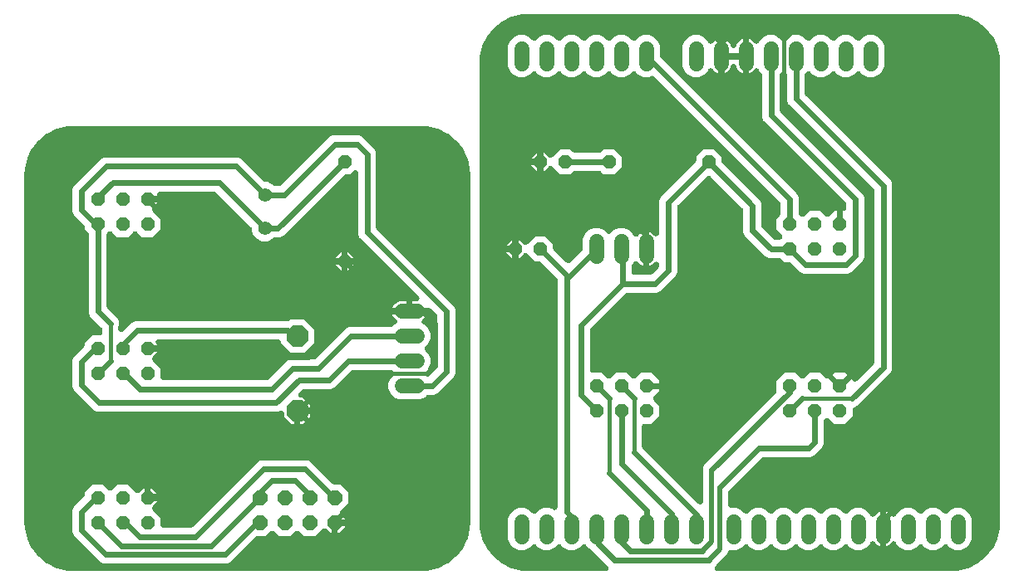
<source format=gbr>
G04 EAGLE Gerber RS-274X export*
G75*
%MOMM*%
%FSLAX34Y34*%
%LPD*%
%INBottom Copper*%
%IPPOS*%
%AMOC8*
5,1,8,0,0,1.08239X$1,22.5*%
G01*
%ADD10C,1.400000*%
%ADD11P,1.429621X8X112.500000*%
%ADD12P,1.539592X8X22.500000*%
%ADD13C,1.524000*%
%ADD14P,1.649562X8X22.500000*%
%ADD15P,2.336880X8X112.500000*%
%ADD16C,1.508000*%
%ADD17P,1.429621X8X202.500000*%
%ADD18C,0.609600*%
%ADD19C,0.406400*%
%ADD20C,0.508000*%

G36*
X406505Y1533D02*
X406505Y1533D01*
X406571Y1530D01*
X411747Y1820D01*
X412235Y1888D01*
X412246Y1891D01*
X412254Y1892D01*
X422346Y4195D01*
X422347Y4195D01*
X422348Y4196D01*
X422817Y4344D01*
X422922Y4397D01*
X422990Y4421D01*
X432317Y8912D01*
X432318Y8913D01*
X432743Y9161D01*
X432833Y9237D01*
X432895Y9275D01*
X440988Y15729D01*
X440988Y15730D01*
X440989Y15730D01*
X441348Y16067D01*
X441419Y16161D01*
X441471Y16212D01*
X447925Y24305D01*
X447925Y24306D01*
X448200Y24715D01*
X448249Y24822D01*
X448288Y24883D01*
X452779Y34210D01*
X452780Y34211D01*
X452957Y34670D01*
X452981Y34785D01*
X453005Y34854D01*
X455308Y44946D01*
X455379Y45434D01*
X455378Y45445D01*
X455380Y45453D01*
X455670Y50629D01*
X455668Y50734D01*
X455675Y50800D01*
X455675Y406400D01*
X455667Y406505D01*
X455670Y406571D01*
X455380Y411747D01*
X455312Y412235D01*
X455309Y412246D01*
X455308Y412254D01*
X453005Y422346D01*
X453005Y422347D01*
X453004Y422348D01*
X452856Y422817D01*
X452803Y422922D01*
X452779Y422990D01*
X448288Y432317D01*
X448287Y432318D01*
X448039Y432743D01*
X447963Y432833D01*
X447925Y432895D01*
X441471Y440988D01*
X441470Y440988D01*
X441470Y440989D01*
X441133Y441348D01*
X441039Y441419D01*
X440988Y441471D01*
X432895Y447925D01*
X432894Y447925D01*
X432893Y447926D01*
X432800Y447988D01*
X432711Y448060D01*
X432595Y448126D01*
X432485Y448200D01*
X432382Y448248D01*
X432372Y448253D01*
X432317Y448288D01*
X422990Y452779D01*
X422989Y452780D01*
X422530Y452957D01*
X422415Y452981D01*
X422346Y453005D01*
X412254Y455308D01*
X411766Y455379D01*
X411755Y455378D01*
X411747Y455380D01*
X406571Y455670D01*
X406466Y455668D01*
X406400Y455675D01*
X50800Y455675D01*
X50695Y455667D01*
X50629Y455670D01*
X45453Y455380D01*
X44965Y455312D01*
X44954Y455309D01*
X44946Y455308D01*
X34854Y453005D01*
X34853Y453005D01*
X34852Y453004D01*
X34383Y452856D01*
X34278Y452803D01*
X34210Y452779D01*
X24883Y448288D01*
X24882Y448287D01*
X24457Y448039D01*
X24367Y447963D01*
X24305Y447925D01*
X16212Y441471D01*
X16212Y441470D01*
X16211Y441470D01*
X15852Y441133D01*
X15781Y441039D01*
X15729Y440988D01*
X9275Y432895D01*
X9275Y432894D01*
X9000Y432485D01*
X8951Y432378D01*
X8912Y432317D01*
X4421Y422990D01*
X4420Y422989D01*
X4243Y422530D01*
X4219Y422415D01*
X4195Y422346D01*
X1892Y412254D01*
X1821Y411766D01*
X1822Y411755D01*
X1820Y411747D01*
X1530Y406571D01*
X1532Y406466D01*
X1525Y406400D01*
X1525Y50800D01*
X1533Y50695D01*
X1530Y50629D01*
X1820Y45453D01*
X1888Y44965D01*
X1891Y44954D01*
X1892Y44946D01*
X4195Y34854D01*
X4195Y34853D01*
X4196Y34852D01*
X4344Y34383D01*
X4397Y34278D01*
X4421Y34210D01*
X8912Y24883D01*
X8913Y24882D01*
X9161Y24457D01*
X9237Y24367D01*
X9275Y24305D01*
X15729Y16212D01*
X15730Y16212D01*
X15730Y16211D01*
X16067Y15852D01*
X16161Y15781D01*
X16212Y15729D01*
X24305Y9275D01*
X24306Y9275D01*
X24715Y9000D01*
X24822Y8951D01*
X24883Y8912D01*
X34210Y4421D01*
X34211Y4420D01*
X34670Y4243D01*
X34785Y4219D01*
X34854Y4195D01*
X44946Y1892D01*
X45434Y1821D01*
X45445Y1822D01*
X45453Y1820D01*
X50629Y1530D01*
X50734Y1532D01*
X50800Y1525D01*
X406400Y1525D01*
X406505Y1533D01*
G37*
G36*
X593539Y1528D02*
X593539Y1528D01*
X593577Y1526D01*
X593785Y1548D01*
X593993Y1565D01*
X594030Y1574D01*
X594068Y1578D01*
X594269Y1633D01*
X594472Y1683D01*
X594507Y1698D01*
X594543Y1709D01*
X594733Y1796D01*
X594925Y1878D01*
X594957Y1898D01*
X594992Y1914D01*
X595165Y2031D01*
X595341Y2143D01*
X595369Y2168D01*
X595401Y2190D01*
X595553Y2333D01*
X595709Y2472D01*
X595733Y2501D01*
X595761Y2527D01*
X595888Y2693D01*
X596019Y2856D01*
X596038Y2889D01*
X596061Y2919D01*
X596160Y3103D01*
X596263Y3284D01*
X596276Y3320D01*
X596294Y3354D01*
X596362Y3551D01*
X596434Y3747D01*
X596442Y3784D01*
X596454Y3820D01*
X596489Y4027D01*
X596529Y4231D01*
X596530Y4269D01*
X596537Y4307D01*
X596538Y4516D01*
X596544Y4724D01*
X596539Y4762D01*
X596540Y4800D01*
X596507Y5007D01*
X596480Y5213D01*
X596469Y5250D01*
X596463Y5287D01*
X596398Y5486D01*
X596338Y5685D01*
X596321Y5720D01*
X596309Y5756D01*
X596212Y5941D01*
X596121Y6129D01*
X596099Y6160D01*
X596081Y6194D01*
X596023Y6266D01*
X595835Y6531D01*
X595714Y6653D01*
X595656Y6727D01*
X579449Y22934D01*
X578140Y24242D01*
X578133Y24248D01*
X578127Y24256D01*
X577943Y24410D01*
X577764Y24561D01*
X577756Y24566D01*
X577749Y24573D01*
X577713Y24593D01*
X577342Y24816D01*
X577220Y24865D01*
X577152Y24903D01*
X576430Y25202D01*
X573655Y27977D01*
X573597Y28026D01*
X573544Y28082D01*
X573409Y28186D01*
X573279Y28296D01*
X573214Y28336D01*
X573153Y28382D01*
X573003Y28463D01*
X572856Y28551D01*
X572785Y28579D01*
X572718Y28615D01*
X572557Y28671D01*
X572398Y28734D01*
X572324Y28750D01*
X572252Y28775D01*
X572083Y28804D01*
X571916Y28841D01*
X571840Y28845D01*
X571765Y28858D01*
X571594Y28859D01*
X571424Y28868D01*
X571348Y28860D01*
X571272Y28861D01*
X571103Y28834D01*
X570933Y28816D01*
X570860Y28796D01*
X570785Y28784D01*
X570622Y28731D01*
X570458Y28686D01*
X570388Y28654D01*
X570316Y28630D01*
X570165Y28551D01*
X570009Y28480D01*
X569946Y28437D01*
X569878Y28402D01*
X569796Y28336D01*
X569600Y28204D01*
X569428Y28043D01*
X569345Y27977D01*
X566570Y25201D01*
X561528Y23113D01*
X556072Y23113D01*
X551030Y25202D01*
X548255Y27977D01*
X548197Y28026D01*
X548144Y28082D01*
X548009Y28186D01*
X547879Y28296D01*
X547814Y28336D01*
X547753Y28382D01*
X547603Y28463D01*
X547456Y28551D01*
X547385Y28579D01*
X547318Y28615D01*
X547157Y28671D01*
X546998Y28734D01*
X546924Y28750D01*
X546852Y28775D01*
X546683Y28804D01*
X546516Y28841D01*
X546440Y28845D01*
X546365Y28858D01*
X546194Y28859D01*
X546024Y28868D01*
X545948Y28860D01*
X545872Y28861D01*
X545703Y28834D01*
X545533Y28816D01*
X545460Y28796D01*
X545385Y28784D01*
X545222Y28731D01*
X545058Y28686D01*
X544988Y28654D01*
X544916Y28630D01*
X544765Y28551D01*
X544609Y28480D01*
X544546Y28437D01*
X544478Y28402D01*
X544396Y28336D01*
X544200Y28204D01*
X544028Y28043D01*
X543945Y27977D01*
X541170Y25201D01*
X536128Y23113D01*
X530672Y23113D01*
X525630Y25202D01*
X522855Y27977D01*
X522797Y28026D01*
X522744Y28082D01*
X522609Y28186D01*
X522479Y28296D01*
X522414Y28336D01*
X522353Y28382D01*
X522203Y28463D01*
X522056Y28551D01*
X521985Y28579D01*
X521918Y28615D01*
X521757Y28671D01*
X521598Y28734D01*
X521524Y28750D01*
X521452Y28775D01*
X521283Y28804D01*
X521116Y28841D01*
X521040Y28845D01*
X520965Y28858D01*
X520794Y28859D01*
X520624Y28868D01*
X520548Y28860D01*
X520472Y28861D01*
X520303Y28834D01*
X520133Y28816D01*
X520060Y28796D01*
X519985Y28784D01*
X519822Y28731D01*
X519658Y28686D01*
X519588Y28654D01*
X519516Y28630D01*
X519365Y28551D01*
X519209Y28480D01*
X519146Y28437D01*
X519078Y28402D01*
X518996Y28336D01*
X518800Y28204D01*
X518628Y28043D01*
X518545Y27977D01*
X515770Y25201D01*
X510728Y23113D01*
X505272Y23113D01*
X500230Y25202D01*
X496372Y29060D01*
X494283Y34102D01*
X494283Y54798D01*
X496372Y59840D01*
X500230Y63698D01*
X505272Y65787D01*
X510728Y65787D01*
X515770Y63699D01*
X518545Y60923D01*
X518603Y60874D01*
X518655Y60818D01*
X518791Y60714D01*
X518921Y60604D01*
X518987Y60564D01*
X519047Y60518D01*
X519197Y60437D01*
X519344Y60349D01*
X519414Y60321D01*
X519482Y60285D01*
X519643Y60229D01*
X519802Y60166D01*
X519876Y60150D01*
X519948Y60125D01*
X520117Y60096D01*
X520283Y60059D01*
X520360Y60055D01*
X520435Y60042D01*
X520606Y60041D01*
X520776Y60032D01*
X520852Y60040D01*
X520928Y60039D01*
X521097Y60066D01*
X521267Y60084D01*
X521340Y60104D01*
X521415Y60116D01*
X521578Y60169D01*
X521742Y60214D01*
X521812Y60246D01*
X521884Y60270D01*
X522036Y60349D01*
X522191Y60420D01*
X522254Y60463D01*
X522322Y60498D01*
X522404Y60564D01*
X522600Y60696D01*
X522772Y60858D01*
X522855Y60923D01*
X525630Y63698D01*
X530672Y65787D01*
X536128Y65787D01*
X540362Y64033D01*
X540533Y63978D01*
X540703Y63915D01*
X540768Y63902D01*
X540831Y63882D01*
X541010Y63855D01*
X541187Y63820D01*
X541253Y63818D01*
X541319Y63808D01*
X541500Y63811D01*
X541680Y63805D01*
X541746Y63814D01*
X541813Y63815D01*
X541990Y63846D01*
X542169Y63869D01*
X542233Y63889D01*
X542298Y63900D01*
X542468Y63960D01*
X542642Y64012D01*
X542701Y64041D01*
X542764Y64063D01*
X542922Y64149D01*
X543085Y64229D01*
X543139Y64267D01*
X543197Y64299D01*
X543340Y64410D01*
X543487Y64514D01*
X543534Y64561D01*
X543587Y64602D01*
X543710Y64734D01*
X543838Y64861D01*
X543877Y64915D01*
X543922Y64964D01*
X544022Y65114D01*
X544128Y65260D01*
X544158Y65319D01*
X544195Y65375D01*
X544269Y65539D01*
X544351Y65700D01*
X544371Y65764D01*
X544398Y65824D01*
X544445Y65998D01*
X544499Y66171D01*
X544505Y66223D01*
X544526Y66301D01*
X544575Y66792D01*
X544573Y66825D01*
X544575Y66848D01*
X544575Y298480D01*
X544566Y298594D01*
X544567Y298708D01*
X544546Y298839D01*
X544535Y298972D01*
X544508Y299082D01*
X544490Y299195D01*
X544449Y299322D01*
X544417Y299450D01*
X544372Y299555D01*
X544336Y299664D01*
X544274Y299782D01*
X544222Y299904D01*
X544161Y300000D01*
X544108Y300101D01*
X544049Y300175D01*
X543957Y300320D01*
X543741Y300562D01*
X543683Y300635D01*
X527711Y316607D01*
X527624Y316681D01*
X527543Y316762D01*
X527436Y316840D01*
X527335Y316926D01*
X527237Y316985D01*
X527145Y317052D01*
X527026Y317112D01*
X526912Y317181D01*
X526806Y317223D01*
X526704Y317275D01*
X526577Y317315D01*
X526454Y317364D01*
X526343Y317389D01*
X526234Y317423D01*
X526140Y317433D01*
X525972Y317471D01*
X525648Y317489D01*
X525556Y317499D01*
X521789Y317499D01*
X513990Y325298D01*
X513932Y325348D01*
X513880Y325403D01*
X513745Y325507D01*
X513614Y325618D01*
X513549Y325657D01*
X513489Y325703D01*
X513338Y325784D01*
X513192Y325872D01*
X513121Y325901D01*
X513054Y325937D01*
X512892Y325992D01*
X512734Y326055D01*
X512659Y326072D01*
X512587Y326097D01*
X512419Y326125D01*
X512252Y326162D01*
X512176Y326166D01*
X512101Y326179D01*
X511930Y326180D01*
X511759Y326190D01*
X511684Y326182D01*
X511608Y326182D01*
X511439Y326156D01*
X511269Y326138D01*
X511196Y326117D01*
X511120Y326106D01*
X510958Y326052D01*
X510793Y326007D01*
X510724Y325975D01*
X510652Y325951D01*
X510500Y325872D01*
X510345Y325801D01*
X510282Y325759D01*
X510214Y325723D01*
X510132Y325658D01*
X509935Y325526D01*
X509763Y325364D01*
X509681Y325298D01*
X505438Y321055D01*
X504697Y321055D01*
X504697Y330200D01*
X504697Y339345D01*
X505438Y339345D01*
X509681Y335102D01*
X509739Y335053D01*
X509791Y334997D01*
X509927Y334893D01*
X510057Y334782D01*
X510122Y334743D01*
X510182Y334697D01*
X510333Y334616D01*
X510479Y334528D01*
X510550Y334499D01*
X510617Y334463D01*
X510779Y334408D01*
X510937Y334345D01*
X511012Y334328D01*
X511084Y334303D01*
X511253Y334275D01*
X511419Y334238D01*
X511495Y334234D01*
X511570Y334221D01*
X511741Y334220D01*
X511912Y334210D01*
X511987Y334218D01*
X512064Y334218D01*
X512233Y334244D01*
X512402Y334262D01*
X512476Y334283D01*
X512551Y334294D01*
X512713Y334348D01*
X512878Y334393D01*
X512947Y334425D01*
X513020Y334449D01*
X513171Y334528D01*
X513326Y334599D01*
X513390Y334641D01*
X513457Y334677D01*
X513539Y334742D01*
X513736Y334874D01*
X513908Y335036D01*
X513990Y335102D01*
X521789Y342901D01*
X532311Y342901D01*
X539751Y335461D01*
X539751Y331694D01*
X539760Y331580D01*
X539759Y331466D01*
X539780Y331335D01*
X539791Y331202D01*
X539818Y331092D01*
X539836Y330979D01*
X539877Y330852D01*
X539909Y330724D01*
X539954Y330619D01*
X539990Y330510D01*
X540052Y330392D01*
X540104Y330270D01*
X540165Y330174D01*
X540218Y330073D01*
X540277Y329999D01*
X540369Y329854D01*
X540585Y329612D01*
X540643Y329539D01*
X553470Y316712D01*
X553528Y316663D01*
X553581Y316607D01*
X553716Y316503D01*
X553846Y316393D01*
X553911Y316354D01*
X553972Y316307D01*
X554122Y316227D01*
X554269Y316138D01*
X554340Y316110D01*
X554407Y316074D01*
X554568Y316018D01*
X554727Y315955D01*
X554801Y315939D01*
X554873Y315914D01*
X555042Y315885D01*
X555209Y315848D01*
X555285Y315844D01*
X555360Y315831D01*
X555531Y315830D01*
X555701Y315821D01*
X555777Y315829D01*
X555853Y315828D01*
X556022Y315855D01*
X556192Y315873D01*
X556265Y315893D01*
X556340Y315905D01*
X556503Y315958D01*
X556667Y316004D01*
X556737Y316035D01*
X556809Y316059D01*
X556960Y316138D01*
X557116Y316209D01*
X557179Y316252D01*
X557247Y316287D01*
X557329Y316353D01*
X557525Y316485D01*
X557697Y316647D01*
X557780Y316712D01*
X569671Y328603D01*
X569745Y328690D01*
X569826Y328771D01*
X569904Y328878D01*
X569990Y328979D01*
X570049Y329077D01*
X570116Y329169D01*
X570176Y329288D01*
X570245Y329402D01*
X570287Y329508D01*
X570339Y329610D01*
X570379Y329737D01*
X570428Y329860D01*
X570453Y329971D01*
X570487Y330080D01*
X570497Y330174D01*
X570535Y330342D01*
X570553Y330666D01*
X570563Y330758D01*
X570563Y340453D01*
X572639Y345465D01*
X576475Y349301D01*
X581487Y351377D01*
X586913Y351377D01*
X591925Y349301D01*
X594745Y346480D01*
X594803Y346431D01*
X594855Y346375D01*
X594991Y346271D01*
X595121Y346161D01*
X595187Y346121D01*
X595247Y346075D01*
X595397Y345994D01*
X595544Y345906D01*
X595614Y345878D01*
X595682Y345842D01*
X595843Y345786D01*
X596002Y345723D01*
X596076Y345706D01*
X596148Y345682D01*
X596317Y345653D01*
X596483Y345616D01*
X596560Y345612D01*
X596635Y345599D01*
X596806Y345598D01*
X596976Y345588D01*
X597052Y345596D01*
X597128Y345596D01*
X597297Y345623D01*
X597467Y345641D01*
X597540Y345661D01*
X597615Y345673D01*
X597778Y345726D01*
X597942Y345771D01*
X598012Y345803D01*
X598084Y345827D01*
X598236Y345906D01*
X598391Y345977D01*
X598454Y346020D01*
X598522Y346055D01*
X598604Y346120D01*
X598800Y346252D01*
X598972Y346414D01*
X599055Y346480D01*
X601875Y349301D01*
X606887Y351377D01*
X612313Y351377D01*
X617325Y349301D01*
X621161Y345465D01*
X621617Y344363D01*
X621696Y344209D01*
X621767Y344052D01*
X621808Y343990D01*
X621842Y343924D01*
X621945Y343785D01*
X622040Y343641D01*
X622091Y343587D01*
X622135Y343527D01*
X622259Y343406D01*
X622376Y343280D01*
X622435Y343235D01*
X622488Y343183D01*
X622630Y343083D01*
X622766Y342978D01*
X622831Y342942D01*
X622892Y342900D01*
X623048Y342825D01*
X623200Y342742D01*
X623270Y342718D01*
X623337Y342686D01*
X623502Y342637D01*
X623666Y342580D01*
X623739Y342567D01*
X623810Y342546D01*
X623982Y342525D01*
X624152Y342495D01*
X624226Y342494D01*
X624299Y342485D01*
X624472Y342491D01*
X624645Y342489D01*
X624718Y342501D01*
X624792Y342503D01*
X624962Y342538D01*
X625133Y342564D01*
X625203Y342586D01*
X625276Y342601D01*
X625438Y342662D01*
X625602Y342716D01*
X625668Y342749D01*
X625737Y342776D01*
X625887Y342862D01*
X626041Y342941D01*
X626100Y342985D01*
X626165Y343022D01*
X626299Y343132D01*
X626437Y343235D01*
X626477Y343278D01*
X626546Y343335D01*
X626873Y343705D01*
X626886Y343725D01*
X626897Y343738D01*
X627311Y344307D01*
X628433Y345429D01*
X629717Y346362D01*
X631130Y347082D01*
X631953Y347349D01*
X631953Y330200D01*
X631953Y313051D01*
X631130Y313318D01*
X629717Y314038D01*
X628433Y314971D01*
X627311Y316093D01*
X626897Y316662D01*
X626785Y316793D01*
X626679Y316930D01*
X626624Y316980D01*
X626576Y317036D01*
X626444Y317147D01*
X626317Y317265D01*
X626255Y317306D01*
X626199Y317354D01*
X626050Y317442D01*
X625906Y317538D01*
X625838Y317568D01*
X625775Y317606D01*
X625614Y317670D01*
X625456Y317741D01*
X625385Y317760D01*
X625316Y317787D01*
X625147Y317824D01*
X624980Y317868D01*
X624906Y317876D01*
X624834Y317891D01*
X624661Y317900D01*
X624489Y317917D01*
X624415Y317913D01*
X624341Y317917D01*
X624169Y317897D01*
X623996Y317887D01*
X623924Y317870D01*
X623851Y317862D01*
X623684Y317815D01*
X623516Y317777D01*
X623447Y317749D01*
X623376Y317729D01*
X623219Y317656D01*
X623059Y317591D01*
X622995Y317552D01*
X622928Y317521D01*
X622785Y317424D01*
X622638Y317334D01*
X622582Y317285D01*
X622520Y317244D01*
X622395Y317124D01*
X622264Y317012D01*
X622216Y316955D01*
X622162Y316904D01*
X622058Y316766D01*
X621947Y316634D01*
X621919Y316583D01*
X621864Y316511D01*
X621633Y316075D01*
X621625Y316052D01*
X621617Y316037D01*
X621161Y314935D01*
X620907Y314682D01*
X620833Y314595D01*
X620752Y314515D01*
X620674Y314407D01*
X620588Y314306D01*
X620529Y314208D01*
X620462Y314116D01*
X620402Y313998D01*
X620333Y313884D01*
X620291Y313777D01*
X620239Y313676D01*
X620199Y313549D01*
X620150Y313425D01*
X620125Y313314D01*
X620091Y313205D01*
X620081Y313112D01*
X620043Y312944D01*
X620025Y312619D01*
X620015Y312527D01*
X620015Y306832D01*
X620021Y306756D01*
X620019Y306680D01*
X620041Y306511D01*
X620055Y306340D01*
X620073Y306266D01*
X620083Y306191D01*
X620132Y306027D01*
X620173Y305861D01*
X620203Y305792D01*
X620225Y305718D01*
X620301Y305565D01*
X620368Y305408D01*
X620409Y305344D01*
X620442Y305275D01*
X620541Y305136D01*
X620633Y304992D01*
X620684Y304935D01*
X620728Y304873D01*
X620848Y304752D01*
X620962Y304624D01*
X621021Y304576D01*
X621075Y304522D01*
X621213Y304421D01*
X621346Y304314D01*
X621412Y304277D01*
X621473Y304232D01*
X621626Y304155D01*
X621774Y304070D01*
X621846Y304044D01*
X621914Y304009D01*
X622077Y303958D01*
X622237Y303899D01*
X622312Y303884D01*
X622384Y303861D01*
X622489Y303849D01*
X622721Y303804D01*
X622957Y303797D01*
X623062Y303785D01*
X638840Y303785D01*
X638954Y303794D01*
X639068Y303793D01*
X639199Y303814D01*
X639332Y303825D01*
X639442Y303852D01*
X639555Y303870D01*
X639681Y303911D01*
X639810Y303943D01*
X639915Y303988D01*
X640024Y304024D01*
X640142Y304086D01*
X640264Y304138D01*
X640360Y304199D01*
X640461Y304252D01*
X640535Y304311D01*
X640680Y304403D01*
X640922Y304619D01*
X640995Y304677D01*
X647188Y310870D01*
X647262Y310957D01*
X647343Y311038D01*
X647421Y311145D01*
X647507Y311246D01*
X647566Y311344D01*
X647633Y311436D01*
X647693Y311555D01*
X647762Y311669D01*
X647804Y311775D01*
X647856Y311877D01*
X647896Y312004D01*
X647945Y312127D01*
X647970Y312238D01*
X648004Y312347D01*
X648014Y312441D01*
X648052Y312609D01*
X648070Y312933D01*
X648080Y313025D01*
X648080Y314135D01*
X648078Y314166D01*
X648080Y314198D01*
X648058Y314412D01*
X648040Y314626D01*
X648033Y314657D01*
X648029Y314689D01*
X647973Y314896D01*
X647922Y315105D01*
X647909Y315135D01*
X647901Y315165D01*
X647812Y315361D01*
X647727Y315559D01*
X647710Y315586D01*
X647697Y315615D01*
X647577Y315793D01*
X647462Y315975D01*
X647441Y315998D01*
X647423Y316025D01*
X647277Y316182D01*
X647133Y316342D01*
X647108Y316363D01*
X647087Y316386D01*
X646917Y316517D01*
X646749Y316652D01*
X646722Y316668D01*
X646696Y316688D01*
X646507Y316790D01*
X646321Y316896D01*
X646291Y316908D01*
X646263Y316923D01*
X646060Y316993D01*
X645858Y317068D01*
X645827Y317074D01*
X645797Y317085D01*
X645584Y317122D01*
X645374Y317163D01*
X645342Y317164D01*
X645311Y317169D01*
X645095Y317171D01*
X644881Y317178D01*
X644849Y317174D01*
X644817Y317174D01*
X644605Y317142D01*
X644392Y317114D01*
X644361Y317104D01*
X644330Y317100D01*
X644126Y317033D01*
X643920Y316971D01*
X643891Y316957D01*
X643860Y316947D01*
X643670Y316849D01*
X643476Y316754D01*
X643450Y316736D01*
X643422Y316721D01*
X643249Y316593D01*
X643074Y316469D01*
X643051Y316446D01*
X643026Y316427D01*
X642967Y316363D01*
X642892Y316289D01*
X642859Y316262D01*
X641567Y314971D01*
X640283Y314038D01*
X638870Y313318D01*
X638047Y313051D01*
X638047Y330200D01*
X638047Y347349D01*
X638870Y347082D01*
X640283Y346362D01*
X641567Y345429D01*
X642843Y344154D01*
X642887Y344102D01*
X642911Y344081D01*
X642933Y344058D01*
X643100Y343923D01*
X643264Y343784D01*
X643292Y343768D01*
X643317Y343748D01*
X643503Y343641D01*
X643688Y343531D01*
X643717Y343519D01*
X643745Y343504D01*
X643947Y343429D01*
X644147Y343350D01*
X644178Y343343D01*
X644208Y343332D01*
X644418Y343291D01*
X644629Y343245D01*
X644661Y343243D01*
X644692Y343237D01*
X644906Y343231D01*
X645121Y343219D01*
X645153Y343223D01*
X645185Y343222D01*
X645398Y343250D01*
X645612Y343274D01*
X645643Y343282D01*
X645674Y343286D01*
X645880Y343348D01*
X646087Y343406D01*
X646116Y343420D01*
X646147Y343429D01*
X646340Y343523D01*
X646534Y343614D01*
X646561Y343632D01*
X646590Y343646D01*
X646765Y343770D01*
X646943Y343891D01*
X646966Y343913D01*
X646992Y343931D01*
X647145Y344082D01*
X647301Y344230D01*
X647320Y344255D01*
X647343Y344278D01*
X647470Y344452D01*
X647600Y344623D01*
X647614Y344651D01*
X647633Y344677D01*
X647730Y344868D01*
X647831Y345058D01*
X647841Y345089D01*
X647856Y345117D01*
X647920Y345322D01*
X647989Y345526D01*
X647994Y345557D01*
X648004Y345588D01*
X648014Y345674D01*
X648070Y346012D01*
X648070Y346175D01*
X648080Y346265D01*
X648080Y379644D01*
X649472Y383005D01*
X684907Y418439D01*
X684981Y418526D01*
X685062Y418607D01*
X685140Y418714D01*
X685226Y418815D01*
X685285Y418913D01*
X685352Y419005D01*
X685412Y419124D01*
X685481Y419238D01*
X685523Y419344D01*
X685575Y419446D01*
X685615Y419573D01*
X685664Y419696D01*
X685689Y419807D01*
X685723Y419916D01*
X685733Y420010D01*
X685771Y420178D01*
X685789Y420502D01*
X685799Y420594D01*
X685799Y424361D01*
X693239Y431801D01*
X703761Y431801D01*
X711201Y424361D01*
X711201Y420594D01*
X711210Y420480D01*
X711209Y420366D01*
X711230Y420235D01*
X711241Y420102D01*
X711268Y419992D01*
X711286Y419879D01*
X711327Y419752D01*
X711359Y419624D01*
X711404Y419519D01*
X711440Y419410D01*
X711502Y419292D01*
X711554Y419170D01*
X711615Y419074D01*
X711668Y418973D01*
X711727Y418899D01*
X711819Y418754D01*
X712035Y418512D01*
X712093Y418439D01*
X750703Y379830D01*
X752095Y376469D01*
X752095Y354300D01*
X752104Y354186D01*
X752103Y354072D01*
X752124Y353941D01*
X752135Y353808D01*
X752162Y353698D01*
X752180Y353585D01*
X752221Y353458D01*
X752253Y353330D01*
X752298Y353225D01*
X752334Y353116D01*
X752396Y352998D01*
X752448Y352876D01*
X752509Y352780D01*
X752562Y352679D01*
X752621Y352605D01*
X752713Y352460D01*
X752929Y352218D01*
X752987Y352145D01*
X764895Y340237D01*
X764982Y340163D01*
X765063Y340082D01*
X765170Y340004D01*
X765271Y339918D01*
X765369Y339859D01*
X765461Y339792D01*
X765580Y339732D01*
X765694Y339663D01*
X765800Y339621D01*
X765902Y339569D01*
X766029Y339529D01*
X766152Y339480D01*
X766263Y339455D01*
X766372Y339421D01*
X766466Y339411D01*
X766634Y339373D01*
X766958Y339355D01*
X767050Y339345D01*
X770253Y339345D01*
X770366Y339354D01*
X770481Y339353D01*
X770612Y339374D01*
X770744Y339385D01*
X770855Y339412D01*
X770968Y339430D01*
X771094Y339471D01*
X771223Y339503D01*
X771328Y339548D01*
X771437Y339584D01*
X771554Y339646D01*
X771677Y339698D01*
X771773Y339759D01*
X771874Y339812D01*
X771948Y339871D01*
X772093Y339963D01*
X772335Y340179D01*
X772407Y340237D01*
X772915Y340745D01*
X772965Y340803D01*
X773020Y340855D01*
X773124Y340991D01*
X773235Y341121D01*
X773274Y341187D01*
X773320Y341247D01*
X773401Y341397D01*
X773489Y341544D01*
X773518Y341615D01*
X773554Y341682D01*
X773609Y341843D01*
X773672Y342002D01*
X773689Y342076D01*
X773714Y342148D01*
X773742Y342317D01*
X773779Y342483D01*
X773784Y342560D01*
X773796Y342635D01*
X773797Y342806D01*
X773807Y342976D01*
X773799Y343052D01*
X773799Y343128D01*
X773773Y343297D01*
X773755Y343467D01*
X773735Y343540D01*
X773723Y343615D01*
X773669Y343778D01*
X773624Y343942D01*
X773592Y344012D01*
X773568Y344084D01*
X773490Y344235D01*
X773418Y344391D01*
X773376Y344454D01*
X773341Y344522D01*
X773275Y344604D01*
X773143Y344800D01*
X772981Y344972D01*
X772915Y345055D01*
X767841Y350129D01*
X767841Y361071D01*
X771013Y364243D01*
X771087Y364330D01*
X771168Y364410D01*
X771246Y364517D01*
X771332Y364619D01*
X771391Y364717D01*
X771458Y364809D01*
X771518Y364927D01*
X771587Y365041D01*
X771629Y365147D01*
X771681Y365249D01*
X771721Y365376D01*
X771770Y365499D01*
X771795Y365611D01*
X771829Y365720D01*
X771839Y365813D01*
X771877Y365981D01*
X771895Y366305D01*
X771905Y366397D01*
X771905Y375950D01*
X771896Y376064D01*
X771897Y376178D01*
X771876Y376309D01*
X771865Y376442D01*
X771838Y376552D01*
X771820Y376665D01*
X771779Y376792D01*
X771747Y376920D01*
X771702Y377025D01*
X771666Y377134D01*
X771604Y377252D01*
X771552Y377374D01*
X771491Y377470D01*
X771438Y377571D01*
X771379Y377645D01*
X771287Y377790D01*
X771071Y378032D01*
X771013Y378105D01*
X643182Y505936D01*
X643015Y506078D01*
X642851Y506222D01*
X642827Y506237D01*
X642806Y506255D01*
X642618Y506369D01*
X642434Y506484D01*
X642408Y506495D01*
X642383Y506510D01*
X642180Y506591D01*
X641979Y506676D01*
X641951Y506683D01*
X641925Y506693D01*
X641712Y506740D01*
X641499Y506792D01*
X641471Y506794D01*
X641443Y506800D01*
X641225Y506812D01*
X641007Y506828D01*
X640979Y506826D01*
X640951Y506827D01*
X640733Y506804D01*
X640516Y506785D01*
X640494Y506779D01*
X640460Y506775D01*
X639984Y506645D01*
X639911Y506611D01*
X639861Y506596D01*
X637728Y505713D01*
X632272Y505713D01*
X627230Y507802D01*
X624455Y510577D01*
X624397Y510626D01*
X624344Y510682D01*
X624209Y510786D01*
X624079Y510896D01*
X624014Y510936D01*
X623953Y510982D01*
X623803Y511063D01*
X623656Y511151D01*
X623585Y511179D01*
X623518Y511215D01*
X623357Y511271D01*
X623198Y511334D01*
X623124Y511350D01*
X623052Y511375D01*
X622883Y511404D01*
X622716Y511441D01*
X622640Y511445D01*
X622565Y511458D01*
X622394Y511459D01*
X622224Y511468D01*
X622148Y511460D01*
X622072Y511461D01*
X621903Y511434D01*
X621733Y511416D01*
X621660Y511396D01*
X621585Y511384D01*
X621422Y511331D01*
X621258Y511286D01*
X621188Y511254D01*
X621116Y511230D01*
X620965Y511151D01*
X620809Y511080D01*
X620746Y511037D01*
X620678Y511002D01*
X620596Y510936D01*
X620400Y510804D01*
X620228Y510643D01*
X620145Y510577D01*
X617370Y507801D01*
X612328Y505713D01*
X606872Y505713D01*
X601830Y507801D01*
X599055Y510577D01*
X598997Y510626D01*
X598945Y510682D01*
X598809Y510786D01*
X598679Y510896D01*
X598613Y510936D01*
X598553Y510982D01*
X598403Y511063D01*
X598256Y511151D01*
X598186Y511179D01*
X598118Y511215D01*
X597957Y511271D01*
X597798Y511334D01*
X597724Y511350D01*
X597652Y511375D01*
X597483Y511404D01*
X597317Y511441D01*
X597240Y511445D01*
X597165Y511458D01*
X596994Y511459D01*
X596824Y511468D01*
X596748Y511460D01*
X596672Y511461D01*
X596503Y511434D01*
X596333Y511416D01*
X596260Y511396D01*
X596185Y511384D01*
X596022Y511331D01*
X595858Y511286D01*
X595788Y511254D01*
X595716Y511230D01*
X595564Y511151D01*
X595409Y511080D01*
X595346Y511037D01*
X595278Y511002D01*
X595196Y510936D01*
X595000Y510804D01*
X594828Y510642D01*
X594745Y510577D01*
X591970Y507802D01*
X586928Y505713D01*
X581472Y505713D01*
X576430Y507801D01*
X573655Y510577D01*
X573597Y510626D01*
X573545Y510682D01*
X573409Y510786D01*
X573279Y510896D01*
X573213Y510936D01*
X573153Y510982D01*
X573003Y511063D01*
X572856Y511151D01*
X572786Y511179D01*
X572718Y511215D01*
X572557Y511271D01*
X572398Y511334D01*
X572324Y511350D01*
X572252Y511375D01*
X572083Y511404D01*
X571917Y511441D01*
X571840Y511445D01*
X571765Y511458D01*
X571594Y511459D01*
X571424Y511468D01*
X571348Y511460D01*
X571272Y511461D01*
X571103Y511434D01*
X570933Y511416D01*
X570860Y511396D01*
X570785Y511384D01*
X570622Y511331D01*
X570458Y511286D01*
X570388Y511254D01*
X570316Y511230D01*
X570164Y511151D01*
X570009Y511080D01*
X569946Y511037D01*
X569878Y511002D01*
X569796Y510936D01*
X569600Y510804D01*
X569428Y510642D01*
X569345Y510577D01*
X566570Y507802D01*
X561528Y505713D01*
X556072Y505713D01*
X551030Y507801D01*
X548255Y510577D01*
X548197Y510626D01*
X548145Y510682D01*
X548009Y510786D01*
X547879Y510896D01*
X547813Y510936D01*
X547753Y510982D01*
X547603Y511063D01*
X547456Y511151D01*
X547386Y511179D01*
X547318Y511215D01*
X547157Y511271D01*
X546998Y511334D01*
X546924Y511350D01*
X546852Y511375D01*
X546683Y511404D01*
X546517Y511441D01*
X546440Y511445D01*
X546365Y511458D01*
X546194Y511459D01*
X546024Y511468D01*
X545948Y511460D01*
X545872Y511461D01*
X545703Y511434D01*
X545533Y511416D01*
X545460Y511396D01*
X545385Y511384D01*
X545222Y511331D01*
X545058Y511286D01*
X544988Y511254D01*
X544916Y511230D01*
X544764Y511151D01*
X544609Y511080D01*
X544546Y511037D01*
X544478Y511002D01*
X544396Y510936D01*
X544200Y510804D01*
X544028Y510642D01*
X543945Y510577D01*
X541170Y507802D01*
X536128Y505713D01*
X530672Y505713D01*
X525630Y507801D01*
X522855Y510577D01*
X522797Y510626D01*
X522745Y510682D01*
X522609Y510786D01*
X522479Y510896D01*
X522413Y510936D01*
X522353Y510982D01*
X522203Y511063D01*
X522056Y511151D01*
X521986Y511179D01*
X521918Y511215D01*
X521757Y511271D01*
X521598Y511334D01*
X521524Y511350D01*
X521452Y511375D01*
X521283Y511404D01*
X521117Y511441D01*
X521040Y511445D01*
X520965Y511458D01*
X520794Y511459D01*
X520624Y511468D01*
X520548Y511460D01*
X520472Y511461D01*
X520303Y511434D01*
X520133Y511416D01*
X520060Y511396D01*
X519985Y511384D01*
X519822Y511331D01*
X519658Y511286D01*
X519588Y511254D01*
X519516Y511230D01*
X519364Y511151D01*
X519209Y511080D01*
X519146Y511037D01*
X519078Y511002D01*
X518996Y510936D01*
X518800Y510804D01*
X518628Y510642D01*
X518545Y510577D01*
X515770Y507802D01*
X510728Y505713D01*
X505272Y505713D01*
X500230Y507802D01*
X496372Y511660D01*
X494283Y516702D01*
X494283Y537398D01*
X496372Y542440D01*
X500230Y546298D01*
X505272Y548387D01*
X510728Y548387D01*
X515770Y546298D01*
X518545Y543523D01*
X518603Y543474D01*
X518656Y543418D01*
X518791Y543314D01*
X518921Y543204D01*
X518986Y543164D01*
X519047Y543118D01*
X519197Y543037D01*
X519344Y542949D01*
X519415Y542921D01*
X519482Y542885D01*
X519643Y542829D01*
X519802Y542766D01*
X519876Y542750D01*
X519948Y542725D01*
X520117Y542696D01*
X520284Y542659D01*
X520360Y542655D01*
X520435Y542642D01*
X520606Y542641D01*
X520776Y542632D01*
X520852Y542640D01*
X520928Y542639D01*
X521097Y542666D01*
X521267Y542684D01*
X521340Y542704D01*
X521415Y542716D01*
X521578Y542769D01*
X521742Y542814D01*
X521812Y542846D01*
X521884Y542870D01*
X522035Y542949D01*
X522191Y543020D01*
X522254Y543063D01*
X522322Y543098D01*
X522404Y543164D01*
X522600Y543296D01*
X522772Y543457D01*
X522855Y543523D01*
X525630Y546299D01*
X530672Y548387D01*
X536128Y548387D01*
X541170Y546298D01*
X543945Y543523D01*
X544003Y543474D01*
X544056Y543418D01*
X544191Y543314D01*
X544321Y543204D01*
X544386Y543164D01*
X544447Y543118D01*
X544597Y543037D01*
X544744Y542949D01*
X544815Y542921D01*
X544882Y542885D01*
X545043Y542829D01*
X545202Y542766D01*
X545276Y542750D01*
X545348Y542725D01*
X545517Y542696D01*
X545684Y542659D01*
X545760Y542655D01*
X545835Y542642D01*
X546006Y542641D01*
X546176Y542632D01*
X546252Y542640D01*
X546328Y542639D01*
X546497Y542666D01*
X546667Y542684D01*
X546740Y542704D01*
X546815Y542716D01*
X546978Y542769D01*
X547142Y542814D01*
X547212Y542846D01*
X547284Y542870D01*
X547435Y542949D01*
X547591Y543020D01*
X547654Y543063D01*
X547722Y543098D01*
X547804Y543164D01*
X548000Y543296D01*
X548172Y543457D01*
X548255Y543523D01*
X551030Y546299D01*
X556072Y548387D01*
X561528Y548387D01*
X566570Y546298D01*
X569345Y543523D01*
X569403Y543474D01*
X569456Y543418D01*
X569591Y543314D01*
X569721Y543204D01*
X569786Y543164D01*
X569847Y543118D01*
X569997Y543037D01*
X570144Y542949D01*
X570215Y542921D01*
X570282Y542885D01*
X570443Y542829D01*
X570602Y542766D01*
X570676Y542750D01*
X570748Y542725D01*
X570917Y542696D01*
X571084Y542659D01*
X571160Y542655D01*
X571235Y542642D01*
X571406Y542641D01*
X571576Y542632D01*
X571652Y542640D01*
X571728Y542639D01*
X571897Y542666D01*
X572067Y542684D01*
X572140Y542704D01*
X572215Y542716D01*
X572378Y542769D01*
X572542Y542814D01*
X572612Y542846D01*
X572684Y542870D01*
X572835Y542949D01*
X572991Y543020D01*
X573054Y543063D01*
X573122Y543098D01*
X573204Y543164D01*
X573400Y543296D01*
X573572Y543457D01*
X573655Y543523D01*
X576430Y546299D01*
X581472Y548387D01*
X586928Y548387D01*
X591970Y546298D01*
X594745Y543523D01*
X594803Y543474D01*
X594856Y543418D01*
X594991Y543314D01*
X595121Y543204D01*
X595186Y543164D01*
X595247Y543118D01*
X595397Y543037D01*
X595544Y542949D01*
X595615Y542921D01*
X595682Y542885D01*
X595843Y542829D01*
X596002Y542766D01*
X596076Y542750D01*
X596148Y542725D01*
X596317Y542696D01*
X596484Y542659D01*
X596560Y542655D01*
X596635Y542642D01*
X596806Y542641D01*
X596976Y542632D01*
X597052Y542640D01*
X597128Y542639D01*
X597297Y542666D01*
X597467Y542684D01*
X597540Y542704D01*
X597615Y542716D01*
X597778Y542769D01*
X597942Y542814D01*
X598012Y542846D01*
X598084Y542870D01*
X598235Y542949D01*
X598391Y543020D01*
X598454Y543063D01*
X598522Y543098D01*
X598604Y543164D01*
X598800Y543296D01*
X598972Y543457D01*
X599055Y543523D01*
X601830Y546299D01*
X606872Y548387D01*
X612328Y548387D01*
X617370Y546299D01*
X620145Y543523D01*
X620203Y543474D01*
X620255Y543418D01*
X620391Y543314D01*
X620521Y543204D01*
X620587Y543164D01*
X620647Y543118D01*
X620797Y543037D01*
X620944Y542949D01*
X621014Y542921D01*
X621082Y542885D01*
X621243Y542829D01*
X621402Y542766D01*
X621476Y542750D01*
X621548Y542725D01*
X621717Y542696D01*
X621883Y542659D01*
X621960Y542655D01*
X622035Y542642D01*
X622206Y542641D01*
X622376Y542632D01*
X622452Y542640D01*
X622528Y542639D01*
X622697Y542666D01*
X622867Y542684D01*
X622940Y542704D01*
X623015Y542716D01*
X623178Y542769D01*
X623342Y542814D01*
X623412Y542846D01*
X623484Y542870D01*
X623636Y542949D01*
X623791Y543020D01*
X623854Y543063D01*
X623922Y543098D01*
X624004Y543164D01*
X624200Y543296D01*
X624372Y543458D01*
X624455Y543523D01*
X627230Y546298D01*
X632272Y548387D01*
X637728Y548387D01*
X642770Y546298D01*
X646628Y542440D01*
X648717Y537398D01*
X648717Y527528D01*
X648726Y527414D01*
X648725Y527300D01*
X648746Y527169D01*
X648757Y527036D01*
X648784Y526926D01*
X648802Y526813D01*
X648843Y526686D01*
X648875Y526558D01*
X648920Y526453D01*
X648956Y526344D01*
X649018Y526226D01*
X649070Y526104D01*
X649131Y526008D01*
X649184Y525907D01*
X649243Y525833D01*
X649335Y525688D01*
X649551Y525446D01*
X649609Y525373D01*
X788803Y386180D01*
X790195Y382819D01*
X790195Y366397D01*
X790204Y366284D01*
X790203Y366170D01*
X790224Y366038D01*
X790235Y365906D01*
X790262Y365795D01*
X790280Y365682D01*
X790321Y365556D01*
X790353Y365427D01*
X790398Y365322D01*
X790434Y365214D01*
X790495Y365096D01*
X790548Y364974D01*
X790609Y364877D01*
X790662Y364776D01*
X790721Y364703D01*
X790813Y364557D01*
X791029Y364316D01*
X791087Y364243D01*
X791595Y363735D01*
X791653Y363685D01*
X791705Y363630D01*
X791841Y363526D01*
X791971Y363415D01*
X792036Y363376D01*
X792097Y363330D01*
X792247Y363249D01*
X792394Y363161D01*
X792464Y363132D01*
X792532Y363096D01*
X792694Y363041D01*
X792852Y362978D01*
X792926Y362961D01*
X792998Y362936D01*
X793167Y362908D01*
X793333Y362871D01*
X793409Y362867D01*
X793485Y362854D01*
X793656Y362853D01*
X793826Y362843D01*
X793902Y362851D01*
X793978Y362851D01*
X794147Y362877D01*
X794317Y362895D01*
X794390Y362915D01*
X794465Y362927D01*
X794628Y362981D01*
X794792Y363026D01*
X794861Y363058D01*
X794934Y363082D01*
X795086Y363161D01*
X795241Y363232D01*
X795304Y363274D01*
X795372Y363309D01*
X795454Y363375D01*
X795650Y363507D01*
X795822Y363669D01*
X795905Y363735D01*
X800979Y368809D01*
X811921Y368809D01*
X816995Y363735D01*
X817053Y363685D01*
X817105Y363630D01*
X817241Y363526D01*
X817371Y363415D01*
X817437Y363376D01*
X817497Y363330D01*
X817647Y363249D01*
X817794Y363161D01*
X817864Y363132D01*
X817932Y363096D01*
X818093Y363041D01*
X818252Y362978D01*
X818326Y362961D01*
X818398Y362936D01*
X818567Y362908D01*
X818733Y362871D01*
X818810Y362866D01*
X818885Y362854D01*
X819056Y362853D01*
X819226Y362843D01*
X819302Y362851D01*
X819378Y362851D01*
X819547Y362877D01*
X819717Y362895D01*
X819790Y362915D01*
X819865Y362927D01*
X820028Y362981D01*
X820192Y363026D01*
X820262Y363058D01*
X820334Y363082D01*
X820485Y363160D01*
X820641Y363232D01*
X820704Y363274D01*
X820772Y363309D01*
X820854Y363375D01*
X821050Y363507D01*
X821223Y363669D01*
X821305Y363735D01*
X826379Y368809D01*
X835533Y368809D01*
X835609Y368815D01*
X835685Y368813D01*
X835854Y368835D01*
X836025Y368849D01*
X836099Y368867D01*
X836174Y368877D01*
X836338Y368926D01*
X836504Y368967D01*
X836573Y368997D01*
X836647Y369019D01*
X836800Y369095D01*
X836957Y369162D01*
X837021Y369203D01*
X837090Y369236D01*
X837229Y369335D01*
X837373Y369427D01*
X837430Y369478D01*
X837492Y369522D01*
X837613Y369642D01*
X837741Y369756D01*
X837789Y369815D01*
X837843Y369869D01*
X837944Y370007D01*
X838051Y370140D01*
X838088Y370206D01*
X838133Y370267D01*
X838210Y370420D01*
X838295Y370568D01*
X838321Y370640D01*
X838356Y370708D01*
X838407Y370871D01*
X838466Y371031D01*
X838481Y371106D01*
X838504Y371178D01*
X838516Y371283D01*
X838561Y371515D01*
X838568Y371751D01*
X838580Y371856D01*
X838580Y375950D01*
X838571Y376064D01*
X838572Y376178D01*
X838551Y376309D01*
X838540Y376442D01*
X838513Y376552D01*
X838495Y376665D01*
X838454Y376792D01*
X838422Y376920D01*
X838377Y377025D01*
X838341Y377134D01*
X838279Y377252D01*
X838227Y377374D01*
X838166Y377470D01*
X838113Y377571D01*
X838054Y377645D01*
X837962Y377790D01*
X837746Y378032D01*
X837688Y378105D01*
X754247Y461545D01*
X752855Y464906D01*
X752855Y507914D01*
X752846Y508028D01*
X752847Y508142D01*
X752826Y508274D01*
X752815Y508406D01*
X752788Y508517D01*
X752770Y508630D01*
X752729Y508756D01*
X752697Y508885D01*
X752652Y508990D01*
X752616Y509098D01*
X752554Y509216D01*
X752502Y509338D01*
X752441Y509434D01*
X752388Y509536D01*
X752329Y509609D01*
X752237Y509754D01*
X752021Y509996D01*
X751963Y510069D01*
X750372Y511660D01*
X749964Y512644D01*
X749885Y512798D01*
X749814Y512956D01*
X749773Y513017D01*
X749739Y513083D01*
X749636Y513222D01*
X749540Y513366D01*
X749490Y513421D01*
X749446Y513480D01*
X749322Y513601D01*
X749204Y513728D01*
X749146Y513773D01*
X749093Y513825D01*
X748951Y513924D01*
X748814Y514030D01*
X748749Y514065D01*
X748689Y514108D01*
X748533Y514183D01*
X748381Y514265D01*
X748311Y514290D01*
X748244Y514322D01*
X748078Y514371D01*
X747915Y514427D01*
X747842Y514440D01*
X747771Y514461D01*
X747599Y514483D01*
X747429Y514512D01*
X747355Y514513D01*
X747281Y514522D01*
X747109Y514516D01*
X746936Y514518D01*
X746862Y514507D01*
X746788Y514504D01*
X746619Y514470D01*
X746448Y514444D01*
X746377Y514421D01*
X746305Y514406D01*
X746143Y514345D01*
X745979Y514292D01*
X745913Y514258D01*
X745843Y514232D01*
X745694Y514145D01*
X745540Y514066D01*
X745480Y514022D01*
X745416Y513985D01*
X745283Y513876D01*
X745143Y513773D01*
X745104Y513730D01*
X745034Y513673D01*
X744708Y513303D01*
X744695Y513282D01*
X744683Y513269D01*
X744350Y512811D01*
X743219Y511680D01*
X741925Y510740D01*
X740500Y510014D01*
X739647Y509737D01*
X739647Y527050D01*
X739647Y544363D01*
X740500Y544086D01*
X741925Y543360D01*
X743219Y542420D01*
X744350Y541289D01*
X744683Y540831D01*
X744796Y540700D01*
X744902Y540563D01*
X744956Y540513D01*
X745005Y540456D01*
X745137Y540345D01*
X745264Y540227D01*
X745326Y540186D01*
X745382Y540139D01*
X745531Y540050D01*
X745675Y539955D01*
X745742Y539924D01*
X745806Y539886D01*
X745967Y539823D01*
X746124Y539752D01*
X746196Y539733D01*
X746265Y539706D01*
X746434Y539669D01*
X746601Y539624D01*
X746675Y539617D01*
X746747Y539601D01*
X746920Y539592D01*
X747092Y539575D01*
X747166Y539580D01*
X747240Y539576D01*
X747412Y539595D01*
X747584Y539606D01*
X747656Y539622D01*
X747730Y539631D01*
X747897Y539677D01*
X748065Y539716D01*
X748134Y539744D01*
X748205Y539764D01*
X748362Y539836D01*
X748522Y539902D01*
X748585Y539940D01*
X748653Y539972D01*
X748795Y540069D01*
X748943Y540159D01*
X748999Y540207D01*
X749060Y540249D01*
X749186Y540368D01*
X749317Y540481D01*
X749365Y540538D01*
X749418Y540589D01*
X749523Y540726D01*
X749634Y540859D01*
X749662Y540910D01*
X749717Y540982D01*
X749948Y541417D01*
X749956Y541441D01*
X749964Y541456D01*
X750372Y542440D01*
X754230Y546298D01*
X759272Y548387D01*
X764728Y548387D01*
X769770Y546298D01*
X772545Y543523D01*
X772603Y543474D01*
X772656Y543418D01*
X772791Y543314D01*
X772921Y543204D01*
X772986Y543164D01*
X773047Y543118D01*
X773197Y543037D01*
X773344Y542949D01*
X773415Y542921D01*
X773482Y542885D01*
X773643Y542829D01*
X773802Y542766D01*
X773876Y542750D01*
X773948Y542725D01*
X774117Y542696D01*
X774284Y542659D01*
X774360Y542655D01*
X774435Y542642D01*
X774606Y542641D01*
X774776Y542632D01*
X774852Y542640D01*
X774928Y542639D01*
X775097Y542666D01*
X775267Y542684D01*
X775340Y542704D01*
X775415Y542716D01*
X775578Y542769D01*
X775742Y542814D01*
X775812Y542846D01*
X775884Y542870D01*
X776035Y542949D01*
X776191Y543020D01*
X776254Y543063D01*
X776322Y543098D01*
X776404Y543164D01*
X776600Y543296D01*
X776772Y543457D01*
X776855Y543523D01*
X779630Y546299D01*
X784672Y548387D01*
X790128Y548387D01*
X795170Y546298D01*
X797945Y543523D01*
X798003Y543474D01*
X798056Y543418D01*
X798191Y543314D01*
X798321Y543204D01*
X798386Y543164D01*
X798447Y543118D01*
X798597Y543037D01*
X798744Y542949D01*
X798815Y542921D01*
X798882Y542885D01*
X799043Y542829D01*
X799202Y542766D01*
X799276Y542750D01*
X799348Y542725D01*
X799517Y542696D01*
X799684Y542659D01*
X799760Y542655D01*
X799835Y542642D01*
X800006Y542641D01*
X800176Y542632D01*
X800252Y542640D01*
X800328Y542639D01*
X800497Y542666D01*
X800667Y542684D01*
X800740Y542704D01*
X800815Y542716D01*
X800978Y542769D01*
X801142Y542814D01*
X801212Y542846D01*
X801284Y542870D01*
X801435Y542949D01*
X801591Y543020D01*
X801654Y543063D01*
X801722Y543098D01*
X801804Y543164D01*
X802000Y543296D01*
X802172Y543457D01*
X802255Y543523D01*
X805030Y546299D01*
X810072Y548387D01*
X815528Y548387D01*
X820570Y546299D01*
X823345Y543523D01*
X823403Y543474D01*
X823455Y543418D01*
X823591Y543314D01*
X823721Y543204D01*
X823787Y543164D01*
X823847Y543118D01*
X823997Y543037D01*
X824144Y542949D01*
X824214Y542921D01*
X824282Y542885D01*
X824443Y542829D01*
X824602Y542766D01*
X824676Y542750D01*
X824748Y542725D01*
X824917Y542696D01*
X825083Y542659D01*
X825160Y542655D01*
X825235Y542642D01*
X825406Y542641D01*
X825576Y542632D01*
X825652Y542640D01*
X825728Y542639D01*
X825897Y542666D01*
X826067Y542684D01*
X826140Y542704D01*
X826215Y542716D01*
X826378Y542769D01*
X826542Y542814D01*
X826612Y542846D01*
X826684Y542870D01*
X826836Y542949D01*
X826991Y543020D01*
X827054Y543063D01*
X827122Y543098D01*
X827204Y543164D01*
X827400Y543296D01*
X827572Y543458D01*
X827655Y543523D01*
X830430Y546298D01*
X835472Y548387D01*
X840928Y548387D01*
X845970Y546299D01*
X848745Y543523D01*
X848803Y543474D01*
X848855Y543418D01*
X848991Y543314D01*
X849121Y543204D01*
X849187Y543164D01*
X849247Y543118D01*
X849397Y543037D01*
X849544Y542949D01*
X849614Y542921D01*
X849682Y542885D01*
X849843Y542829D01*
X850002Y542766D01*
X850076Y542750D01*
X850148Y542725D01*
X850317Y542696D01*
X850483Y542659D01*
X850560Y542655D01*
X850635Y542642D01*
X850806Y542641D01*
X850976Y542632D01*
X851052Y542640D01*
X851128Y542639D01*
X851297Y542666D01*
X851467Y542684D01*
X851540Y542704D01*
X851615Y542716D01*
X851778Y542769D01*
X851942Y542814D01*
X852012Y542846D01*
X852084Y542870D01*
X852236Y542949D01*
X852391Y543020D01*
X852454Y543063D01*
X852522Y543098D01*
X852604Y543164D01*
X852800Y543296D01*
X852972Y543458D01*
X853055Y543523D01*
X855830Y546298D01*
X860872Y548387D01*
X866328Y548387D01*
X871370Y546298D01*
X875228Y542440D01*
X877317Y537398D01*
X877317Y516702D01*
X875228Y511660D01*
X871370Y507802D01*
X866328Y505713D01*
X860872Y505713D01*
X855830Y507802D01*
X853055Y510577D01*
X852997Y510626D01*
X852944Y510682D01*
X852809Y510786D01*
X852679Y510896D01*
X852614Y510936D01*
X852553Y510982D01*
X852403Y511063D01*
X852256Y511151D01*
X852185Y511179D01*
X852118Y511215D01*
X851957Y511271D01*
X851798Y511334D01*
X851724Y511350D01*
X851652Y511375D01*
X851483Y511404D01*
X851316Y511441D01*
X851240Y511445D01*
X851165Y511458D01*
X850994Y511459D01*
X850824Y511468D01*
X850748Y511460D01*
X850672Y511461D01*
X850503Y511434D01*
X850333Y511416D01*
X850260Y511396D01*
X850185Y511384D01*
X850022Y511331D01*
X849858Y511286D01*
X849788Y511254D01*
X849716Y511230D01*
X849565Y511151D01*
X849409Y511080D01*
X849346Y511037D01*
X849278Y511002D01*
X849196Y510936D01*
X849000Y510804D01*
X848828Y510643D01*
X848745Y510577D01*
X845970Y507801D01*
X840928Y505713D01*
X835472Y505713D01*
X830430Y507802D01*
X827655Y510577D01*
X827597Y510626D01*
X827544Y510682D01*
X827409Y510786D01*
X827279Y510896D01*
X827214Y510936D01*
X827153Y510982D01*
X827003Y511063D01*
X826856Y511151D01*
X826785Y511179D01*
X826718Y511215D01*
X826557Y511271D01*
X826398Y511334D01*
X826324Y511350D01*
X826252Y511375D01*
X826083Y511404D01*
X825916Y511441D01*
X825840Y511445D01*
X825765Y511458D01*
X825594Y511459D01*
X825424Y511468D01*
X825348Y511460D01*
X825272Y511461D01*
X825103Y511434D01*
X824933Y511416D01*
X824860Y511396D01*
X824785Y511384D01*
X824622Y511331D01*
X824458Y511286D01*
X824388Y511254D01*
X824316Y511230D01*
X824165Y511151D01*
X824009Y511080D01*
X823946Y511037D01*
X823878Y511002D01*
X823796Y510936D01*
X823600Y510804D01*
X823428Y510643D01*
X823345Y510577D01*
X820570Y507801D01*
X815528Y505713D01*
X810072Y505713D01*
X805030Y507801D01*
X802255Y510577D01*
X802197Y510626D01*
X802145Y510682D01*
X802009Y510786D01*
X801879Y510896D01*
X801814Y510936D01*
X801753Y510982D01*
X801602Y511063D01*
X801456Y511151D01*
X801386Y511179D01*
X801318Y511215D01*
X801157Y511271D01*
X800998Y511334D01*
X800924Y511350D01*
X800852Y511375D01*
X800683Y511404D01*
X800517Y511441D01*
X800440Y511445D01*
X800365Y511458D01*
X800195Y511459D01*
X800024Y511468D01*
X799948Y511460D01*
X799872Y511461D01*
X799703Y511434D01*
X799533Y511416D01*
X799460Y511396D01*
X799385Y511384D01*
X799222Y511331D01*
X799058Y511286D01*
X798988Y511254D01*
X798916Y511230D01*
X798765Y511151D01*
X798609Y511080D01*
X798546Y511037D01*
X798479Y511002D01*
X798396Y510937D01*
X798200Y510804D01*
X798028Y510643D01*
X797945Y510577D01*
X797437Y510069D01*
X797363Y509982D01*
X797282Y509902D01*
X797204Y509794D01*
X797118Y509693D01*
X797059Y509595D01*
X796992Y509503D01*
X796932Y509384D01*
X796863Y509270D01*
X796821Y509164D01*
X796769Y509062D01*
X796729Y508936D01*
X796680Y508812D01*
X796655Y508701D01*
X796621Y508592D01*
X796611Y508498D01*
X796573Y508331D01*
X796555Y508007D01*
X796545Y507914D01*
X796545Y488920D01*
X796554Y488806D01*
X796553Y488692D01*
X796574Y488561D01*
X796585Y488428D01*
X796612Y488318D01*
X796630Y488205D01*
X796671Y488078D01*
X796703Y487950D01*
X796748Y487845D01*
X796784Y487736D01*
X796846Y487618D01*
X796898Y487496D01*
X796959Y487400D01*
X797012Y487299D01*
X797071Y487225D01*
X797163Y487080D01*
X797379Y486838D01*
X797437Y486765D01*
X884053Y400150D01*
X885445Y396789D01*
X885445Y207731D01*
X884053Y204370D01*
X849730Y170048D01*
X846940Y168892D01*
X846810Y168825D01*
X846682Y168770D01*
X846619Y168730D01*
X846549Y168696D01*
X846526Y168680D01*
X846501Y168667D01*
X846384Y168580D01*
X846266Y168505D01*
X846210Y168456D01*
X846147Y168411D01*
X846127Y168391D01*
X846104Y168374D01*
X846003Y168270D01*
X845898Y168177D01*
X845851Y168118D01*
X845796Y168064D01*
X845779Y168041D01*
X845759Y168021D01*
X845676Y167902D01*
X845588Y167793D01*
X845551Y167728D01*
X845506Y167665D01*
X845493Y167640D01*
X845477Y167616D01*
X845414Y167487D01*
X845344Y167364D01*
X845318Y167293D01*
X845283Y167225D01*
X845275Y167198D01*
X845262Y167172D01*
X845222Y167034D01*
X845173Y166901D01*
X845158Y166827D01*
X845135Y166754D01*
X845132Y166731D01*
X845123Y166699D01*
X845105Y166557D01*
X845078Y166417D01*
X845075Y166313D01*
X845062Y166209D01*
X845065Y166129D01*
X845059Y166076D01*
X845059Y159629D01*
X837321Y151891D01*
X826379Y151891D01*
X821305Y156965D01*
X821247Y157015D01*
X821194Y157070D01*
X821059Y157174D01*
X820929Y157285D01*
X820864Y157324D01*
X820803Y157371D01*
X820653Y157451D01*
X820506Y157539D01*
X820435Y157568D01*
X820368Y157604D01*
X820207Y157659D01*
X820048Y157722D01*
X819974Y157739D01*
X819902Y157764D01*
X819733Y157792D01*
X819566Y157829D01*
X819490Y157834D01*
X819415Y157846D01*
X819245Y157847D01*
X819074Y157857D01*
X818998Y157849D01*
X818922Y157849D01*
X818753Y157823D01*
X818583Y157805D01*
X818510Y157784D01*
X818435Y157773D01*
X818272Y157719D01*
X818108Y157674D01*
X818038Y157642D01*
X817966Y157618D01*
X817814Y157540D01*
X817659Y157468D01*
X817596Y157426D01*
X817528Y157391D01*
X817446Y157325D01*
X817250Y157193D01*
X817078Y157031D01*
X816995Y156965D01*
X816487Y156457D01*
X816413Y156370D01*
X816332Y156290D01*
X816254Y156183D01*
X816168Y156081D01*
X816109Y155983D01*
X816042Y155891D01*
X815982Y155773D01*
X815913Y155659D01*
X815871Y155553D01*
X815819Y155451D01*
X815779Y155324D01*
X815730Y155201D01*
X815705Y155089D01*
X815671Y154980D01*
X815661Y154887D01*
X815623Y154719D01*
X815605Y154395D01*
X815595Y154303D01*
X815595Y131531D01*
X814203Y128170D01*
X805280Y119247D01*
X801919Y117855D01*
X754350Y117855D01*
X754236Y117846D01*
X754122Y117847D01*
X753991Y117826D01*
X753858Y117815D01*
X753748Y117788D01*
X753635Y117770D01*
X753508Y117729D01*
X753380Y117697D01*
X753275Y117652D01*
X753166Y117616D01*
X753048Y117554D01*
X752926Y117502D01*
X752830Y117441D01*
X752729Y117388D01*
X752655Y117329D01*
X752510Y117237D01*
X752268Y117021D01*
X752195Y116963D01*
X719459Y84227D01*
X719385Y84140D01*
X719304Y84059D01*
X719226Y83952D01*
X719140Y83851D01*
X719081Y83753D01*
X719014Y83661D01*
X718954Y83542D01*
X718885Y83428D01*
X718843Y83322D01*
X718791Y83220D01*
X718751Y83093D01*
X718702Y82970D01*
X718677Y82859D01*
X718643Y82750D01*
X718633Y82656D01*
X718595Y82488D01*
X718577Y82164D01*
X718567Y82072D01*
X718567Y68834D01*
X718573Y68758D01*
X718571Y68682D01*
X718593Y68513D01*
X718607Y68342D01*
X718625Y68268D01*
X718635Y68193D01*
X718684Y68029D01*
X718725Y67863D01*
X718755Y67794D01*
X718777Y67720D01*
X718853Y67567D01*
X718920Y67410D01*
X718961Y67346D01*
X718994Y67277D01*
X719093Y67138D01*
X719185Y66994D01*
X719236Y66937D01*
X719280Y66875D01*
X719400Y66754D01*
X719514Y66626D01*
X719573Y66578D01*
X719627Y66524D01*
X719765Y66423D01*
X719898Y66316D01*
X719964Y66279D01*
X720025Y66234D01*
X720178Y66157D01*
X720326Y66072D01*
X720398Y66046D01*
X720466Y66011D01*
X720629Y65960D01*
X720789Y65901D01*
X720864Y65886D01*
X720936Y65863D01*
X721041Y65851D01*
X721273Y65806D01*
X721509Y65799D01*
X721614Y65787D01*
X726628Y65787D01*
X731670Y63699D01*
X734445Y60923D01*
X734503Y60874D01*
X734555Y60818D01*
X734691Y60714D01*
X734821Y60604D01*
X734887Y60564D01*
X734947Y60518D01*
X735097Y60437D01*
X735244Y60349D01*
X735314Y60321D01*
X735382Y60285D01*
X735543Y60229D01*
X735702Y60166D01*
X735776Y60150D01*
X735848Y60125D01*
X736017Y60096D01*
X736183Y60059D01*
X736260Y60055D01*
X736335Y60042D01*
X736506Y60041D01*
X736676Y60032D01*
X736752Y60040D01*
X736828Y60039D01*
X736997Y60066D01*
X737167Y60084D01*
X737240Y60104D01*
X737315Y60116D01*
X737478Y60169D01*
X737642Y60214D01*
X737712Y60246D01*
X737784Y60270D01*
X737936Y60349D01*
X738091Y60420D01*
X738154Y60463D01*
X738222Y60498D01*
X738304Y60564D01*
X738500Y60696D01*
X738672Y60858D01*
X738755Y60923D01*
X741530Y63698D01*
X746572Y65787D01*
X752028Y65787D01*
X757070Y63699D01*
X759845Y60923D01*
X759903Y60874D01*
X759955Y60818D01*
X760091Y60714D01*
X760221Y60604D01*
X760287Y60564D01*
X760347Y60518D01*
X760497Y60437D01*
X760644Y60349D01*
X760714Y60321D01*
X760782Y60285D01*
X760943Y60229D01*
X761102Y60166D01*
X761176Y60150D01*
X761248Y60125D01*
X761417Y60096D01*
X761583Y60059D01*
X761660Y60055D01*
X761735Y60042D01*
X761906Y60041D01*
X762076Y60032D01*
X762152Y60040D01*
X762228Y60039D01*
X762397Y60066D01*
X762567Y60084D01*
X762640Y60104D01*
X762715Y60116D01*
X762878Y60169D01*
X763042Y60214D01*
X763112Y60246D01*
X763184Y60270D01*
X763336Y60349D01*
X763491Y60420D01*
X763554Y60463D01*
X763622Y60498D01*
X763704Y60564D01*
X763900Y60696D01*
X764072Y60858D01*
X764155Y60923D01*
X766930Y63698D01*
X771972Y65787D01*
X777428Y65787D01*
X782470Y63699D01*
X785245Y60923D01*
X785303Y60874D01*
X785355Y60818D01*
X785491Y60714D01*
X785621Y60604D01*
X785687Y60564D01*
X785747Y60518D01*
X785897Y60437D01*
X786044Y60349D01*
X786114Y60321D01*
X786182Y60285D01*
X786343Y60229D01*
X786502Y60166D01*
X786576Y60150D01*
X786648Y60125D01*
X786817Y60096D01*
X786983Y60059D01*
X787060Y60055D01*
X787135Y60042D01*
X787306Y60041D01*
X787476Y60032D01*
X787552Y60040D01*
X787628Y60039D01*
X787797Y60066D01*
X787967Y60084D01*
X788040Y60104D01*
X788115Y60116D01*
X788278Y60169D01*
X788442Y60214D01*
X788512Y60246D01*
X788584Y60270D01*
X788736Y60349D01*
X788891Y60420D01*
X788954Y60463D01*
X789022Y60498D01*
X789104Y60564D01*
X789300Y60696D01*
X789472Y60858D01*
X789555Y60923D01*
X792330Y63698D01*
X797372Y65787D01*
X802828Y65787D01*
X807870Y63699D01*
X810645Y60923D01*
X810703Y60874D01*
X810755Y60818D01*
X810891Y60714D01*
X811021Y60604D01*
X811087Y60564D01*
X811147Y60518D01*
X811297Y60437D01*
X811444Y60349D01*
X811514Y60321D01*
X811582Y60285D01*
X811743Y60229D01*
X811902Y60166D01*
X811976Y60150D01*
X812048Y60125D01*
X812217Y60096D01*
X812383Y60059D01*
X812460Y60055D01*
X812535Y60042D01*
X812706Y60041D01*
X812876Y60032D01*
X812952Y60040D01*
X813028Y60039D01*
X813197Y60066D01*
X813367Y60084D01*
X813440Y60104D01*
X813515Y60116D01*
X813678Y60169D01*
X813842Y60214D01*
X813912Y60246D01*
X813984Y60270D01*
X814136Y60349D01*
X814291Y60420D01*
X814354Y60463D01*
X814422Y60498D01*
X814504Y60564D01*
X814700Y60696D01*
X814872Y60858D01*
X814955Y60923D01*
X817730Y63698D01*
X822772Y65787D01*
X828228Y65787D01*
X833270Y63699D01*
X836045Y60923D01*
X836103Y60874D01*
X836155Y60818D01*
X836291Y60714D01*
X836421Y60604D01*
X836487Y60564D01*
X836547Y60518D01*
X836697Y60437D01*
X836844Y60349D01*
X836914Y60321D01*
X836982Y60285D01*
X837143Y60229D01*
X837302Y60166D01*
X837376Y60150D01*
X837448Y60125D01*
X837617Y60096D01*
X837783Y60059D01*
X837860Y60055D01*
X837935Y60042D01*
X838106Y60041D01*
X838276Y60032D01*
X838352Y60040D01*
X838428Y60039D01*
X838597Y60066D01*
X838767Y60084D01*
X838840Y60104D01*
X838915Y60116D01*
X839078Y60169D01*
X839242Y60214D01*
X839312Y60246D01*
X839384Y60270D01*
X839536Y60349D01*
X839691Y60420D01*
X839754Y60463D01*
X839822Y60498D01*
X839904Y60564D01*
X840100Y60696D01*
X840272Y60858D01*
X840355Y60923D01*
X843130Y63698D01*
X848172Y65787D01*
X853628Y65787D01*
X858670Y63698D01*
X862528Y59840D01*
X862936Y58856D01*
X863015Y58702D01*
X863086Y58544D01*
X863127Y58483D01*
X863161Y58417D01*
X863264Y58277D01*
X863360Y58134D01*
X863410Y58079D01*
X863454Y58020D01*
X863578Y57899D01*
X863696Y57773D01*
X863754Y57727D01*
X863807Y57675D01*
X863949Y57576D01*
X864086Y57470D01*
X864151Y57435D01*
X864211Y57392D01*
X864367Y57317D01*
X864519Y57235D01*
X864589Y57211D01*
X864656Y57178D01*
X864822Y57129D01*
X864985Y57073D01*
X865058Y57060D01*
X865129Y57039D01*
X865301Y57017D01*
X865471Y56988D01*
X865545Y56987D01*
X865619Y56978D01*
X865791Y56984D01*
X865964Y56982D01*
X866038Y56993D01*
X866112Y56996D01*
X866281Y57030D01*
X866452Y57056D01*
X866522Y57079D01*
X866595Y57094D01*
X866757Y57155D01*
X866921Y57208D01*
X866987Y57242D01*
X867057Y57268D01*
X867206Y57355D01*
X867360Y57434D01*
X867420Y57478D01*
X867484Y57515D01*
X867618Y57625D01*
X867757Y57727D01*
X867796Y57770D01*
X867866Y57827D01*
X868192Y58197D01*
X868205Y58218D01*
X868217Y58231D01*
X868550Y58689D01*
X869681Y59820D01*
X870975Y60760D01*
X872400Y61486D01*
X873253Y61763D01*
X873253Y44450D01*
X873253Y27137D01*
X872400Y27414D01*
X870975Y28140D01*
X869681Y29080D01*
X868550Y30211D01*
X868217Y30669D01*
X868104Y30800D01*
X867998Y30937D01*
X867944Y30987D01*
X867895Y31044D01*
X867763Y31155D01*
X867636Y31272D01*
X867574Y31314D01*
X867518Y31361D01*
X867370Y31449D01*
X867225Y31545D01*
X867158Y31576D01*
X867094Y31614D01*
X866933Y31677D01*
X866776Y31748D01*
X866704Y31767D01*
X866635Y31794D01*
X866466Y31831D01*
X866299Y31876D01*
X866225Y31883D01*
X866153Y31899D01*
X865980Y31908D01*
X865808Y31925D01*
X865734Y31920D01*
X865660Y31924D01*
X865488Y31905D01*
X865316Y31894D01*
X865244Y31878D01*
X865170Y31869D01*
X865003Y31823D01*
X864835Y31784D01*
X864766Y31756D01*
X864695Y31736D01*
X864538Y31663D01*
X864378Y31598D01*
X864315Y31560D01*
X864247Y31528D01*
X864104Y31431D01*
X863957Y31341D01*
X863901Y31293D01*
X863839Y31251D01*
X863714Y31132D01*
X863583Y31019D01*
X863535Y30962D01*
X863482Y30911D01*
X863377Y30774D01*
X863266Y30641D01*
X863238Y30590D01*
X863183Y30518D01*
X862952Y30082D01*
X862945Y30059D01*
X862936Y30044D01*
X862528Y29060D01*
X858670Y25202D01*
X853628Y23113D01*
X848172Y23113D01*
X843130Y25202D01*
X840355Y27977D01*
X840297Y28026D01*
X840244Y28082D01*
X840109Y28186D01*
X839979Y28296D01*
X839914Y28336D01*
X839853Y28382D01*
X839703Y28463D01*
X839556Y28551D01*
X839485Y28579D01*
X839418Y28615D01*
X839257Y28671D01*
X839098Y28734D01*
X839024Y28750D01*
X838952Y28775D01*
X838783Y28804D01*
X838616Y28841D01*
X838540Y28845D01*
X838465Y28858D01*
X838294Y28859D01*
X838124Y28868D01*
X838048Y28860D01*
X837972Y28861D01*
X837803Y28834D01*
X837633Y28816D01*
X837560Y28796D01*
X837485Y28784D01*
X837322Y28731D01*
X837158Y28686D01*
X837088Y28654D01*
X837016Y28630D01*
X836865Y28551D01*
X836709Y28480D01*
X836646Y28437D01*
X836578Y28402D01*
X836496Y28336D01*
X836300Y28204D01*
X836128Y28043D01*
X836045Y27977D01*
X833270Y25201D01*
X828228Y23113D01*
X822772Y23113D01*
X817730Y25202D01*
X814955Y27977D01*
X814897Y28026D01*
X814844Y28082D01*
X814709Y28186D01*
X814579Y28296D01*
X814514Y28336D01*
X814453Y28382D01*
X814303Y28463D01*
X814156Y28551D01*
X814085Y28579D01*
X814018Y28615D01*
X813857Y28671D01*
X813698Y28734D01*
X813624Y28750D01*
X813552Y28775D01*
X813383Y28804D01*
X813216Y28841D01*
X813140Y28845D01*
X813065Y28858D01*
X812894Y28859D01*
X812724Y28868D01*
X812648Y28860D01*
X812572Y28861D01*
X812403Y28834D01*
X812233Y28816D01*
X812160Y28796D01*
X812085Y28784D01*
X811922Y28731D01*
X811758Y28686D01*
X811688Y28654D01*
X811616Y28630D01*
X811465Y28551D01*
X811309Y28480D01*
X811246Y28437D01*
X811178Y28402D01*
X811096Y28336D01*
X810900Y28204D01*
X810728Y28043D01*
X810645Y27977D01*
X807870Y25201D01*
X802828Y23113D01*
X797372Y23113D01*
X792330Y25202D01*
X789555Y27977D01*
X789497Y28026D01*
X789444Y28082D01*
X789309Y28186D01*
X789179Y28296D01*
X789114Y28336D01*
X789053Y28382D01*
X788903Y28463D01*
X788756Y28551D01*
X788685Y28579D01*
X788618Y28615D01*
X788457Y28671D01*
X788298Y28734D01*
X788224Y28750D01*
X788152Y28775D01*
X787983Y28804D01*
X787816Y28841D01*
X787740Y28845D01*
X787665Y28858D01*
X787494Y28859D01*
X787324Y28868D01*
X787248Y28860D01*
X787172Y28861D01*
X787003Y28834D01*
X786833Y28816D01*
X786760Y28796D01*
X786685Y28784D01*
X786522Y28731D01*
X786358Y28686D01*
X786288Y28654D01*
X786216Y28630D01*
X786065Y28551D01*
X785909Y28480D01*
X785846Y28437D01*
X785778Y28402D01*
X785696Y28336D01*
X785500Y28204D01*
X785328Y28043D01*
X785245Y27977D01*
X782470Y25201D01*
X777428Y23113D01*
X771972Y23113D01*
X766930Y25202D01*
X764155Y27977D01*
X764097Y28026D01*
X764044Y28082D01*
X763909Y28186D01*
X763779Y28296D01*
X763714Y28336D01*
X763653Y28382D01*
X763503Y28463D01*
X763356Y28551D01*
X763285Y28579D01*
X763218Y28615D01*
X763057Y28671D01*
X762898Y28734D01*
X762824Y28750D01*
X762752Y28775D01*
X762583Y28804D01*
X762416Y28841D01*
X762340Y28845D01*
X762265Y28858D01*
X762094Y28859D01*
X761924Y28868D01*
X761848Y28860D01*
X761772Y28861D01*
X761603Y28834D01*
X761433Y28816D01*
X761360Y28796D01*
X761285Y28784D01*
X761122Y28731D01*
X760958Y28686D01*
X760888Y28654D01*
X760816Y28630D01*
X760665Y28551D01*
X760509Y28480D01*
X760446Y28437D01*
X760378Y28402D01*
X760296Y28336D01*
X760100Y28204D01*
X759928Y28043D01*
X759845Y27977D01*
X757070Y25201D01*
X752028Y23113D01*
X746572Y23113D01*
X741530Y25202D01*
X738755Y27977D01*
X738697Y28026D01*
X738644Y28082D01*
X738509Y28186D01*
X738379Y28296D01*
X738314Y28336D01*
X738253Y28382D01*
X738103Y28463D01*
X737956Y28551D01*
X737885Y28579D01*
X737818Y28615D01*
X737657Y28671D01*
X737498Y28734D01*
X737424Y28750D01*
X737352Y28775D01*
X737183Y28804D01*
X737016Y28841D01*
X736940Y28845D01*
X736865Y28858D01*
X736694Y28859D01*
X736524Y28868D01*
X736448Y28860D01*
X736372Y28861D01*
X736203Y28834D01*
X736033Y28816D01*
X735960Y28796D01*
X735885Y28784D01*
X735722Y28731D01*
X735558Y28686D01*
X735488Y28654D01*
X735416Y28630D01*
X735265Y28551D01*
X735109Y28480D01*
X735046Y28437D01*
X734978Y28402D01*
X734896Y28336D01*
X734700Y28204D01*
X734528Y28043D01*
X734445Y27977D01*
X731670Y25201D01*
X726628Y23113D01*
X720893Y23113D01*
X720675Y23096D01*
X720458Y23082D01*
X720430Y23076D01*
X720402Y23073D01*
X720189Y23021D01*
X719977Y22972D01*
X719950Y22961D01*
X719923Y22955D01*
X719722Y22869D01*
X719520Y22786D01*
X719495Y22771D01*
X719469Y22760D01*
X719286Y22643D01*
X719099Y22529D01*
X719077Y22510D01*
X719053Y22495D01*
X718891Y22350D01*
X718725Y22207D01*
X718707Y22185D01*
X718685Y22166D01*
X718548Y21996D01*
X718408Y21829D01*
X718397Y21809D01*
X718375Y21782D01*
X718131Y21354D01*
X718103Y21278D01*
X718078Y21232D01*
X717252Y19238D01*
X707189Y9175D01*
X707183Y9168D01*
X707176Y9161D01*
X707023Y8979D01*
X706870Y8799D01*
X706865Y8791D01*
X706858Y8783D01*
X706839Y8748D01*
X706615Y8376D01*
X706567Y8255D01*
X706529Y8186D01*
X706253Y7520D01*
X705459Y6727D01*
X705435Y6698D01*
X705406Y6672D01*
X705275Y6510D01*
X705140Y6351D01*
X705120Y6318D01*
X705096Y6288D01*
X704993Y6107D01*
X704885Y5928D01*
X704871Y5893D01*
X704852Y5860D01*
X704780Y5664D01*
X704702Y5470D01*
X704694Y5433D01*
X704681Y5397D01*
X704641Y5193D01*
X704595Y4989D01*
X704593Y4950D01*
X704586Y4913D01*
X704579Y4705D01*
X704568Y4496D01*
X704572Y4458D01*
X704571Y4420D01*
X704598Y4214D01*
X704620Y4005D01*
X704630Y3969D01*
X704635Y3931D01*
X704695Y3731D01*
X704751Y3530D01*
X704766Y3495D01*
X704777Y3458D01*
X704869Y3271D01*
X704956Y3081D01*
X704978Y3050D01*
X704994Y3015D01*
X705115Y2845D01*
X705232Y2672D01*
X705258Y2644D01*
X705280Y2613D01*
X705427Y2465D01*
X705569Y2312D01*
X705600Y2289D01*
X705627Y2262D01*
X705795Y2139D01*
X705961Y2012D01*
X705995Y1994D01*
X706025Y1972D01*
X706211Y1878D01*
X706396Y1779D01*
X706432Y1767D01*
X706466Y1749D01*
X706665Y1686D01*
X706862Y1619D01*
X706900Y1613D01*
X706936Y1601D01*
X707029Y1591D01*
X707349Y1536D01*
X707521Y1535D01*
X707614Y1525D01*
X946150Y1525D01*
X946255Y1533D01*
X946321Y1530D01*
X951497Y1820D01*
X951985Y1888D01*
X951996Y1891D01*
X952004Y1892D01*
X962096Y4195D01*
X962097Y4195D01*
X962098Y4196D01*
X962567Y4344D01*
X962672Y4397D01*
X962740Y4421D01*
X972067Y8912D01*
X972068Y8913D01*
X972493Y9161D01*
X972583Y9237D01*
X972645Y9275D01*
X980738Y15729D01*
X980738Y15730D01*
X980739Y15730D01*
X981098Y16067D01*
X981169Y16161D01*
X981221Y16212D01*
X987675Y24305D01*
X987675Y24306D01*
X987950Y24715D01*
X987999Y24822D01*
X988038Y24883D01*
X992529Y34210D01*
X992530Y34211D01*
X992707Y34670D01*
X992731Y34785D01*
X992755Y34854D01*
X995058Y44946D01*
X995129Y45434D01*
X995128Y45445D01*
X995130Y45453D01*
X995420Y50629D01*
X995418Y50734D01*
X995425Y50800D01*
X995425Y520700D01*
X995417Y520805D01*
X995420Y520871D01*
X995130Y526047D01*
X995062Y526535D01*
X995059Y526546D01*
X995058Y526554D01*
X992755Y536646D01*
X992755Y536647D01*
X992754Y536648D01*
X992606Y537117D01*
X992553Y537222D01*
X992529Y537290D01*
X988038Y546617D01*
X988037Y546618D01*
X987789Y547043D01*
X987713Y547133D01*
X987675Y547195D01*
X981221Y555288D01*
X981220Y555288D01*
X981220Y555289D01*
X980883Y555648D01*
X980789Y555719D01*
X980738Y555771D01*
X972645Y562225D01*
X972644Y562225D01*
X972235Y562500D01*
X972128Y562549D01*
X972067Y562588D01*
X962740Y567079D01*
X962739Y567080D01*
X962280Y567257D01*
X962165Y567281D01*
X962096Y567305D01*
X958012Y568237D01*
X952004Y569608D01*
X951516Y569679D01*
X951505Y569678D01*
X951497Y569680D01*
X946321Y569970D01*
X946216Y569968D01*
X946150Y569975D01*
X514350Y569975D01*
X514245Y569967D01*
X514179Y569970D01*
X509003Y569680D01*
X508515Y569612D01*
X508504Y569609D01*
X508496Y569608D01*
X498404Y567305D01*
X498403Y567305D01*
X498402Y567304D01*
X497933Y567156D01*
X497828Y567103D01*
X497760Y567079D01*
X488433Y562588D01*
X488432Y562587D01*
X488007Y562339D01*
X487917Y562263D01*
X487855Y562225D01*
X479762Y555771D01*
X479762Y555770D01*
X479761Y555770D01*
X479402Y555433D01*
X479331Y555339D01*
X479279Y555288D01*
X472825Y547195D01*
X472825Y547194D01*
X472550Y546785D01*
X472501Y546678D01*
X472462Y546617D01*
X467971Y537290D01*
X467970Y537289D01*
X467793Y536830D01*
X467769Y536715D01*
X467745Y536646D01*
X465442Y526554D01*
X465371Y526066D01*
X465372Y526055D01*
X465370Y526047D01*
X465080Y520871D01*
X465082Y520766D01*
X465075Y520700D01*
X465075Y50800D01*
X465083Y50695D01*
X465080Y50629D01*
X465370Y45453D01*
X465438Y44965D01*
X465441Y44954D01*
X465442Y44946D01*
X467745Y34854D01*
X467745Y34853D01*
X467746Y34852D01*
X467894Y34383D01*
X467947Y34278D01*
X467971Y34210D01*
X472462Y24883D01*
X472463Y24882D01*
X472711Y24457D01*
X472787Y24367D01*
X472825Y24305D01*
X479279Y16212D01*
X479280Y16212D01*
X479280Y16211D01*
X479617Y15852D01*
X479711Y15781D01*
X479762Y15729D01*
X487855Y9275D01*
X487856Y9275D01*
X488265Y9000D01*
X488372Y8951D01*
X488433Y8912D01*
X497760Y4421D01*
X497761Y4420D01*
X498220Y4243D01*
X498335Y4219D01*
X498404Y4195D01*
X508496Y1892D01*
X508984Y1821D01*
X508995Y1822D01*
X509003Y1820D01*
X514179Y1530D01*
X514284Y1532D01*
X514350Y1525D01*
X593501Y1525D01*
X593539Y1528D01*
G37*
%LPC*%
G36*
X273876Y151764D02*
X273876Y151764D01*
X266064Y159576D01*
X266064Y162083D01*
X266050Y162263D01*
X266043Y162443D01*
X266030Y162508D01*
X266024Y162575D01*
X265981Y162750D01*
X265945Y162927D01*
X265922Y162989D01*
X265906Y163054D01*
X265834Y163220D01*
X265771Y163388D01*
X265737Y163446D01*
X265711Y163507D01*
X265614Y163659D01*
X265524Y163816D01*
X265482Y163867D01*
X265446Y163923D01*
X265326Y164057D01*
X265211Y164197D01*
X265162Y164241D01*
X265117Y164291D01*
X264977Y164404D01*
X264842Y164524D01*
X264785Y164559D01*
X264733Y164601D01*
X264577Y164690D01*
X264424Y164786D01*
X264363Y164812D01*
X264305Y164845D01*
X264135Y164908D01*
X263969Y164978D01*
X263905Y164993D01*
X263842Y165017D01*
X263665Y165051D01*
X263490Y165093D01*
X263423Y165098D01*
X263358Y165111D01*
X263178Y165117D01*
X262998Y165130D01*
X262931Y165124D01*
X262865Y165127D01*
X262686Y165103D01*
X262506Y165087D01*
X262456Y165073D01*
X262376Y165062D01*
X261904Y164920D01*
X261873Y164905D01*
X261851Y164898D01*
X259883Y164083D01*
X75905Y164083D01*
X72544Y165475D01*
X51683Y186336D01*
X50291Y189697D01*
X50291Y216703D01*
X51683Y220064D01*
X54684Y223065D01*
X54685Y223065D01*
X62099Y230479D01*
X62173Y230566D01*
X62254Y230647D01*
X62332Y230754D01*
X62418Y230855D01*
X62477Y230953D01*
X62544Y231045D01*
X62604Y231164D01*
X62673Y231278D01*
X62715Y231384D01*
X62767Y231486D01*
X62807Y231613D01*
X62856Y231736D01*
X62881Y231847D01*
X62915Y231956D01*
X62925Y232050D01*
X62963Y232218D01*
X62981Y232542D01*
X62991Y232634D01*
X62991Y234071D01*
X70729Y241809D01*
X77724Y241809D01*
X77800Y241815D01*
X77876Y241813D01*
X78045Y241835D01*
X78216Y241849D01*
X78290Y241867D01*
X78365Y241877D01*
X78529Y241926D01*
X78695Y241967D01*
X78764Y241997D01*
X78838Y242019D01*
X78991Y242095D01*
X79148Y242162D01*
X79212Y242203D01*
X79281Y242236D01*
X79420Y242335D01*
X79564Y242427D01*
X79621Y242478D01*
X79683Y242522D01*
X79804Y242642D01*
X79932Y242756D01*
X79980Y242815D01*
X80034Y242869D01*
X80135Y243007D01*
X80242Y243140D01*
X80279Y243206D01*
X80324Y243267D01*
X80401Y243420D01*
X80486Y243568D01*
X80512Y243640D01*
X80547Y243708D01*
X80598Y243871D01*
X80657Y244031D01*
X80672Y244106D01*
X80695Y244178D01*
X80707Y244283D01*
X80752Y244515D01*
X80759Y244751D01*
X80771Y244856D01*
X80771Y247934D01*
X80762Y248048D01*
X80763Y248162D01*
X80742Y248293D01*
X80731Y248426D01*
X80704Y248536D01*
X80686Y248649D01*
X80645Y248776D01*
X80613Y248904D01*
X80568Y249009D01*
X80532Y249118D01*
X80470Y249236D01*
X80418Y249358D01*
X80357Y249454D01*
X80304Y249555D01*
X80245Y249629D01*
X80153Y249774D01*
X79937Y250016D01*
X79879Y250089D01*
X68447Y261520D01*
X67055Y264881D01*
X67055Y344803D01*
X67046Y344916D01*
X67047Y345031D01*
X67026Y345162D01*
X67015Y345294D01*
X66988Y345405D01*
X66970Y345518D01*
X66929Y345644D01*
X66897Y345773D01*
X66852Y345878D01*
X66816Y345987D01*
X66754Y346104D01*
X66702Y346226D01*
X66641Y346323D01*
X66588Y346424D01*
X66529Y346498D01*
X66437Y346643D01*
X66221Y346885D01*
X66163Y346957D01*
X62991Y350129D01*
X62991Y352582D01*
X62982Y352696D01*
X62983Y352810D01*
X62962Y352941D01*
X62951Y353074D01*
X62924Y353184D01*
X62906Y353297D01*
X62865Y353424D01*
X62833Y353552D01*
X62788Y353657D01*
X62752Y353766D01*
X62690Y353884D01*
X62638Y354006D01*
X62577Y354102D01*
X62524Y354203D01*
X62465Y354277D01*
X62373Y354422D01*
X62157Y354664D01*
X62099Y354737D01*
X51683Y365152D01*
X50291Y368513D01*
X50291Y390947D01*
X51683Y394308D01*
X54684Y397309D01*
X54685Y397309D01*
X79656Y422281D01*
X83017Y423673D01*
X218971Y423673D01*
X222332Y422281D01*
X245323Y399289D01*
X245410Y399215D01*
X245491Y399134D01*
X245598Y399056D01*
X245699Y398970D01*
X245797Y398911D01*
X245889Y398844D01*
X246008Y398784D01*
X246122Y398715D01*
X246228Y398673D01*
X246330Y398621D01*
X246457Y398581D01*
X246580Y398532D01*
X246691Y398507D01*
X246800Y398473D01*
X246894Y398463D01*
X247062Y398425D01*
X247386Y398407D01*
X247478Y398397D01*
X248985Y398397D01*
X253799Y396403D01*
X254864Y395337D01*
X254951Y395263D01*
X255032Y395182D01*
X255139Y395104D01*
X255240Y395018D01*
X255338Y394959D01*
X255430Y394892D01*
X255549Y394832D01*
X255663Y394763D01*
X255769Y394721D01*
X255871Y394669D01*
X255998Y394629D01*
X256121Y394580D01*
X256232Y394555D01*
X256341Y394521D01*
X256435Y394511D01*
X256603Y394473D01*
X256927Y394455D01*
X257019Y394445D01*
X260870Y394445D01*
X260984Y394454D01*
X261098Y394453D01*
X261229Y394474D01*
X261362Y394485D01*
X261472Y394512D01*
X261585Y394530D01*
X261712Y394571D01*
X261840Y394603D01*
X261945Y394648D01*
X262054Y394684D01*
X262172Y394746D01*
X262294Y394798D01*
X262390Y394859D01*
X262491Y394912D01*
X262565Y394971D01*
X262710Y395063D01*
X262952Y395279D01*
X263025Y395337D01*
X312320Y444633D01*
X315681Y446025D01*
X342179Y446025D01*
X345540Y444633D01*
X358273Y431900D01*
X359665Y428539D01*
X359665Y352522D01*
X359674Y352408D01*
X359673Y352294D01*
X359694Y352163D01*
X359705Y352030D01*
X359732Y351920D01*
X359750Y351807D01*
X359791Y351680D01*
X359823Y351552D01*
X359868Y351447D01*
X359904Y351338D01*
X359966Y351220D01*
X360018Y351098D01*
X360079Y351002D01*
X360132Y350901D01*
X360191Y350827D01*
X360283Y350682D01*
X360499Y350440D01*
X360557Y350367D01*
X439045Y271880D01*
X440437Y268519D01*
X440437Y203413D01*
X439045Y200052D01*
X436043Y197051D01*
X424741Y185749D01*
X424741Y185748D01*
X421740Y182747D01*
X418379Y181355D01*
X412836Y181355D01*
X412722Y181346D01*
X412608Y181347D01*
X412476Y181326D01*
X412344Y181315D01*
X412233Y181288D01*
X412121Y181270D01*
X411994Y181229D01*
X411865Y181197D01*
X411760Y181152D01*
X411652Y181116D01*
X411534Y181054D01*
X411412Y181002D01*
X411316Y180941D01*
X411214Y180888D01*
X411141Y180829D01*
X410996Y180737D01*
X410754Y180521D01*
X410681Y180463D01*
X409090Y178872D01*
X404048Y176783D01*
X383352Y176783D01*
X378310Y178872D01*
X374452Y182730D01*
X372363Y187772D01*
X372363Y193228D01*
X374451Y198270D01*
X377227Y201045D01*
X377276Y201103D01*
X377332Y201155D01*
X377436Y201291D01*
X377546Y201421D01*
X377586Y201486D01*
X377632Y201547D01*
X377713Y201698D01*
X377801Y201844D01*
X377829Y201914D01*
X377865Y201982D01*
X377921Y202143D01*
X377984Y202302D01*
X378000Y202376D01*
X378025Y202448D01*
X378054Y202617D01*
X378091Y202783D01*
X378095Y202860D01*
X378108Y202935D01*
X378109Y203105D01*
X378118Y203276D01*
X378110Y203352D01*
X378111Y203428D01*
X378084Y203597D01*
X378066Y203767D01*
X378046Y203840D01*
X378034Y203915D01*
X377981Y204078D01*
X377936Y204242D01*
X377904Y204312D01*
X377880Y204384D01*
X377801Y204535D01*
X377730Y204691D01*
X377687Y204754D01*
X377652Y204821D01*
X377587Y204904D01*
X377454Y205100D01*
X377293Y205272D01*
X377227Y205355D01*
X376719Y205863D01*
X376632Y205937D01*
X376552Y206018D01*
X376444Y206096D01*
X376343Y206182D01*
X376245Y206241D01*
X376153Y206308D01*
X376034Y206368D01*
X375920Y206437D01*
X375814Y206479D01*
X375712Y206531D01*
X375586Y206571D01*
X375462Y206620D01*
X375351Y206645D01*
X375242Y206679D01*
X375148Y206689D01*
X374981Y206727D01*
X374657Y206745D01*
X374564Y206755D01*
X336266Y206755D01*
X336152Y206746D01*
X336038Y206747D01*
X335907Y206726D01*
X335774Y206715D01*
X335664Y206688D01*
X335551Y206670D01*
X335424Y206629D01*
X335296Y206597D01*
X335191Y206552D01*
X335082Y206516D01*
X334964Y206454D01*
X334842Y206402D01*
X334746Y206341D01*
X334645Y206288D01*
X334571Y206229D01*
X334426Y206137D01*
X334184Y205921D01*
X334111Y205863D01*
X317092Y188843D01*
X313731Y187451D01*
X286482Y187451D01*
X286368Y187442D01*
X286254Y187443D01*
X286123Y187422D01*
X285990Y187411D01*
X285880Y187384D01*
X285767Y187366D01*
X285641Y187325D01*
X285512Y187293D01*
X285407Y187248D01*
X285298Y187212D01*
X285180Y187151D01*
X285058Y187098D01*
X284962Y187037D01*
X284861Y186984D01*
X284787Y186925D01*
X284642Y186833D01*
X284400Y186617D01*
X284327Y186559D01*
X281406Y183638D01*
X281382Y183609D01*
X281353Y183583D01*
X281222Y183421D01*
X281087Y183262D01*
X281067Y183229D01*
X281043Y183199D01*
X280940Y183018D01*
X280832Y182839D01*
X280818Y182804D01*
X280799Y182771D01*
X280726Y182575D01*
X280649Y182381D01*
X280641Y182344D01*
X280628Y182308D01*
X280588Y182103D01*
X280542Y181899D01*
X280540Y181861D01*
X280533Y181824D01*
X280526Y181616D01*
X280515Y181407D01*
X280519Y181369D01*
X280518Y181331D01*
X280545Y181124D01*
X280567Y180916D01*
X280577Y180880D01*
X280582Y180842D01*
X280642Y180642D01*
X280698Y180441D01*
X280713Y180406D01*
X280724Y180369D01*
X280816Y180182D01*
X280903Y179992D01*
X280925Y179961D01*
X280941Y179926D01*
X281062Y179756D01*
X281179Y179583D01*
X281205Y179555D01*
X281227Y179524D01*
X281373Y179376D01*
X281516Y179223D01*
X281547Y179200D01*
X281574Y179173D01*
X281742Y179050D01*
X281908Y178923D01*
X281941Y178905D01*
X281972Y178883D01*
X282158Y178789D01*
X282343Y178690D01*
X282379Y178677D01*
X282413Y178660D01*
X282612Y178598D01*
X282809Y178530D01*
X282847Y178524D01*
X282883Y178512D01*
X282976Y178502D01*
X283296Y178447D01*
X283468Y178446D01*
X283561Y178436D01*
X284924Y178436D01*
X292736Y170624D01*
X292736Y168147D01*
X279400Y168147D01*
X279324Y168141D01*
X279248Y168144D01*
X279079Y168121D01*
X278909Y168107D01*
X278835Y168089D01*
X278759Y168079D01*
X278595Y168030D01*
X278430Y167989D01*
X278360Y167959D01*
X278287Y167937D01*
X278133Y167862D01*
X277976Y167794D01*
X277912Y167753D01*
X277844Y167720D01*
X277704Y167621D01*
X277560Y167529D01*
X277504Y167478D01*
X277441Y167434D01*
X277320Y167314D01*
X277192Y167200D01*
X277144Y167141D01*
X277090Y167087D01*
X276989Y166949D01*
X276882Y166816D01*
X276844Y166750D01*
X276799Y166688D01*
X276723Y166536D01*
X276638Y166387D01*
X276611Y166316D01*
X276577Y166248D01*
X276526Y166085D01*
X276466Y165925D01*
X276452Y165850D01*
X276429Y165777D01*
X276417Y165673D01*
X276372Y165441D01*
X276364Y165205D01*
X276353Y165100D01*
X276353Y151764D01*
X273876Y151764D01*
G37*
%LPD*%
G36*
X690105Y69699D02*
X690105Y69699D01*
X690143Y69698D01*
X690350Y69725D01*
X690558Y69747D01*
X690594Y69757D01*
X690632Y69762D01*
X690832Y69822D01*
X691033Y69878D01*
X691068Y69893D01*
X691105Y69904D01*
X691292Y69996D01*
X691482Y70083D01*
X691514Y70105D01*
X691548Y70121D01*
X691718Y70242D01*
X691891Y70359D01*
X691919Y70385D01*
X691950Y70407D01*
X692099Y70554D01*
X692251Y70697D01*
X692274Y70727D01*
X692301Y70754D01*
X692424Y70922D01*
X692551Y71088D01*
X692569Y71121D01*
X692591Y71152D01*
X692685Y71339D01*
X692784Y71523D01*
X692796Y71559D01*
X692814Y71593D01*
X692876Y71792D01*
X692944Y71989D01*
X692950Y72027D01*
X692962Y72063D01*
X692972Y72156D01*
X693027Y72476D01*
X693028Y72648D01*
X693038Y72741D01*
X693038Y101123D01*
X693037Y101133D01*
X693038Y101143D01*
X693018Y101378D01*
X692998Y101615D01*
X692996Y101625D01*
X692995Y101634D01*
X692984Y101673D01*
X692880Y102094D01*
X692828Y102214D01*
X692806Y102290D01*
X692530Y102956D01*
X692530Y106594D01*
X693922Y109955D01*
X766949Y182981D01*
X767023Y183068D01*
X767104Y183149D01*
X767182Y183256D01*
X767268Y183357D01*
X767327Y183455D01*
X767394Y183547D01*
X767454Y183666D01*
X767523Y183780D01*
X767565Y183886D01*
X767617Y183988D01*
X767657Y184115D01*
X767706Y184238D01*
X767731Y184349D01*
X767765Y184458D01*
X767775Y184552D01*
X767813Y184720D01*
X767831Y185044D01*
X767841Y185136D01*
X767841Y195971D01*
X775579Y203709D01*
X786521Y203709D01*
X791595Y198635D01*
X791653Y198585D01*
X791705Y198530D01*
X791841Y198426D01*
X791971Y198315D01*
X792037Y198276D01*
X792097Y198230D01*
X792247Y198149D01*
X792394Y198061D01*
X792464Y198032D01*
X792532Y197996D01*
X792693Y197941D01*
X792852Y197878D01*
X792926Y197861D01*
X792998Y197836D01*
X793167Y197808D01*
X793333Y197771D01*
X793410Y197766D01*
X793485Y197754D01*
X793656Y197753D01*
X793826Y197743D01*
X793902Y197751D01*
X793978Y197751D01*
X794147Y197777D01*
X794317Y197795D01*
X794390Y197815D01*
X794465Y197827D01*
X794628Y197881D01*
X794792Y197926D01*
X794862Y197958D01*
X794934Y197982D01*
X795085Y198060D01*
X795241Y198132D01*
X795304Y198174D01*
X795372Y198209D01*
X795454Y198275D01*
X795650Y198407D01*
X795823Y198569D01*
X795905Y198635D01*
X800979Y203709D01*
X811921Y203709D01*
X816995Y198635D01*
X817053Y198585D01*
X817106Y198530D01*
X817241Y198426D01*
X817371Y198315D01*
X817437Y198276D01*
X817497Y198230D01*
X817647Y198149D01*
X817794Y198061D01*
X817865Y198032D01*
X817932Y197996D01*
X818093Y197941D01*
X818252Y197878D01*
X818326Y197861D01*
X818398Y197836D01*
X818567Y197808D01*
X818734Y197771D01*
X818810Y197766D01*
X818885Y197754D01*
X819056Y197753D01*
X819226Y197743D01*
X819302Y197751D01*
X819378Y197751D01*
X819547Y197777D01*
X819717Y197795D01*
X819790Y197815D01*
X819865Y197827D01*
X820028Y197881D01*
X820192Y197926D01*
X820262Y197958D01*
X820334Y197982D01*
X820485Y198060D01*
X820641Y198132D01*
X820704Y198174D01*
X820772Y198209D01*
X820854Y198275D01*
X821050Y198407D01*
X821222Y198569D01*
X821305Y198635D01*
X826379Y203709D01*
X837321Y203709D01*
X845269Y195761D01*
X845327Y195712D01*
X845379Y195656D01*
X845515Y195552D01*
X845645Y195442D01*
X845710Y195402D01*
X845771Y195356D01*
X845921Y195275D01*
X846067Y195187D01*
X846138Y195159D01*
X846205Y195123D01*
X846367Y195067D01*
X846526Y195004D01*
X846600Y194987D01*
X846672Y194963D01*
X846841Y194934D01*
X847007Y194897D01*
X847083Y194893D01*
X847158Y194880D01*
X847329Y194879D01*
X847500Y194869D01*
X847575Y194877D01*
X847652Y194877D01*
X847821Y194904D01*
X847990Y194922D01*
X848064Y194942D01*
X848139Y194954D01*
X848301Y195007D01*
X848466Y195052D01*
X848535Y195084D01*
X848608Y195108D01*
X848759Y195187D01*
X848914Y195258D01*
X848978Y195301D01*
X849045Y195336D01*
X849127Y195401D01*
X849324Y195533D01*
X849496Y195695D01*
X849578Y195761D01*
X866263Y212445D01*
X866337Y212532D01*
X866418Y212613D01*
X866496Y212720D01*
X866582Y212821D01*
X866641Y212919D01*
X866708Y213011D01*
X866768Y213130D01*
X866837Y213244D01*
X866879Y213350D01*
X866931Y213452D01*
X866971Y213579D01*
X867020Y213702D01*
X867045Y213813D01*
X867079Y213922D01*
X867089Y214016D01*
X867127Y214184D01*
X867145Y214508D01*
X867155Y214600D01*
X867155Y389920D01*
X867146Y390034D01*
X867147Y390148D01*
X867126Y390279D01*
X867115Y390412D01*
X867088Y390522D01*
X867070Y390635D01*
X867029Y390762D01*
X866997Y390890D01*
X866952Y390995D01*
X866916Y391104D01*
X866854Y391222D01*
X866802Y391344D01*
X866741Y391440D01*
X866688Y391541D01*
X866629Y391615D01*
X866537Y391760D01*
X866321Y392002D01*
X866263Y392075D01*
X779647Y478690D01*
X778255Y482051D01*
X778255Y507914D01*
X778246Y508028D01*
X778247Y508142D01*
X778226Y508274D01*
X778215Y508406D01*
X778188Y508517D01*
X778170Y508630D01*
X778129Y508756D01*
X778097Y508885D01*
X778052Y508990D01*
X778016Y509098D01*
X777954Y509216D01*
X777902Y509338D01*
X777841Y509434D01*
X777788Y509536D01*
X777729Y509609D01*
X777637Y509754D01*
X777421Y509996D01*
X777363Y510069D01*
X776855Y510577D01*
X776797Y510626D01*
X776745Y510682D01*
X776609Y510786D01*
X776479Y510896D01*
X776414Y510936D01*
X776353Y510982D01*
X776203Y511063D01*
X776056Y511151D01*
X775986Y511179D01*
X775918Y511215D01*
X775757Y511271D01*
X775598Y511334D01*
X775524Y511350D01*
X775452Y511375D01*
X775283Y511404D01*
X775117Y511441D01*
X775040Y511445D01*
X774965Y511458D01*
X774795Y511459D01*
X774624Y511468D01*
X774548Y511460D01*
X774472Y511461D01*
X774303Y511434D01*
X774133Y511416D01*
X774060Y511396D01*
X773985Y511384D01*
X773822Y511331D01*
X773658Y511286D01*
X773588Y511254D01*
X773516Y511230D01*
X773365Y511151D01*
X773209Y511080D01*
X773146Y511037D01*
X773079Y511002D01*
X772996Y510937D01*
X772800Y510804D01*
X772628Y510643D01*
X772545Y510577D01*
X772037Y510069D01*
X771963Y509982D01*
X771882Y509902D01*
X771804Y509794D01*
X771718Y509693D01*
X771659Y509595D01*
X771592Y509503D01*
X771532Y509384D01*
X771463Y509270D01*
X771421Y509164D01*
X771369Y509062D01*
X771329Y508936D01*
X771280Y508812D01*
X771255Y508701D01*
X771221Y508592D01*
X771211Y508498D01*
X771173Y508331D01*
X771155Y508007D01*
X771145Y507914D01*
X771145Y471775D01*
X771154Y471661D01*
X771153Y471547D01*
X771174Y471416D01*
X771185Y471283D01*
X771212Y471173D01*
X771230Y471060D01*
X771271Y470933D01*
X771303Y470805D01*
X771348Y470700D01*
X771384Y470591D01*
X771446Y470473D01*
X771498Y470351D01*
X771559Y470255D01*
X771612Y470154D01*
X771671Y470080D01*
X771763Y469935D01*
X771979Y469693D01*
X772037Y469620D01*
X855478Y386180D01*
X856870Y382819D01*
X856870Y321396D01*
X855478Y318035D01*
X844015Y306572D01*
X840654Y305180D01*
X795106Y305180D01*
X791745Y306572D01*
X782219Y316099D01*
X782132Y316173D01*
X782051Y316254D01*
X781944Y316332D01*
X781843Y316418D01*
X781745Y316477D01*
X781653Y316544D01*
X781534Y316604D01*
X781420Y316673D01*
X781314Y316715D01*
X781212Y316767D01*
X781085Y316807D01*
X780962Y316856D01*
X780851Y316881D01*
X780742Y316915D01*
X780648Y316925D01*
X780480Y316963D01*
X780156Y316981D01*
X780064Y316991D01*
X775579Y316991D01*
X772407Y320163D01*
X772320Y320237D01*
X772240Y320318D01*
X772133Y320396D01*
X772031Y320482D01*
X771934Y320541D01*
X771841Y320608D01*
X771723Y320668D01*
X771609Y320737D01*
X771503Y320779D01*
X771401Y320831D01*
X771274Y320871D01*
X771151Y320920D01*
X771039Y320945D01*
X770930Y320979D01*
X770837Y320989D01*
X770669Y321027D01*
X770345Y321045D01*
X770253Y321055D01*
X760181Y321055D01*
X756820Y322447D01*
X735197Y344070D01*
X733805Y347431D01*
X733805Y369600D01*
X733796Y369714D01*
X733797Y369828D01*
X733776Y369959D01*
X733765Y370092D01*
X733738Y370202D01*
X733720Y370315D01*
X733679Y370442D01*
X733647Y370570D01*
X733602Y370675D01*
X733566Y370784D01*
X733504Y370902D01*
X733452Y371024D01*
X733391Y371120D01*
X733338Y371221D01*
X733279Y371295D01*
X733187Y371440D01*
X732971Y371682D01*
X732913Y371755D01*
X700655Y404013D01*
X700597Y404062D01*
X700544Y404118D01*
X700409Y404222D01*
X700279Y404332D01*
X700213Y404372D01*
X700153Y404418D01*
X700003Y404498D01*
X699856Y404587D01*
X699785Y404615D01*
X699718Y404651D01*
X699557Y404707D01*
X699398Y404770D01*
X699324Y404786D01*
X699252Y404811D01*
X699083Y404840D01*
X698916Y404877D01*
X698840Y404881D01*
X698765Y404894D01*
X698594Y404895D01*
X698424Y404904D01*
X698348Y404896D01*
X698272Y404897D01*
X698103Y404870D01*
X697933Y404852D01*
X697860Y404832D01*
X697785Y404820D01*
X697622Y404767D01*
X697458Y404721D01*
X697388Y404690D01*
X697316Y404666D01*
X697164Y404587D01*
X697009Y404516D01*
X696946Y404473D01*
X696878Y404438D01*
X696796Y404372D01*
X696600Y404240D01*
X696428Y404078D01*
X696345Y404013D01*
X667262Y374930D01*
X667188Y374843D01*
X667107Y374762D01*
X667029Y374655D01*
X666943Y374554D01*
X666884Y374456D01*
X666817Y374364D01*
X666757Y374245D01*
X666688Y374131D01*
X666646Y374025D01*
X666594Y373923D01*
X666554Y373796D01*
X666505Y373673D01*
X666480Y373562D01*
X666446Y373453D01*
X666436Y373359D01*
X666398Y373191D01*
X666380Y372867D01*
X666370Y372775D01*
X666370Y306156D01*
X664978Y302795D01*
X661977Y299794D01*
X661976Y299794D01*
X649070Y286887D01*
X645709Y285495D01*
X615920Y285495D01*
X615806Y285486D01*
X615692Y285487D01*
X615561Y285466D01*
X615428Y285455D01*
X615318Y285428D01*
X615205Y285410D01*
X615078Y285369D01*
X614950Y285337D01*
X614845Y285292D01*
X614736Y285256D01*
X614618Y285194D01*
X614496Y285142D01*
X614400Y285081D01*
X614299Y285028D01*
X614225Y284969D01*
X614080Y284877D01*
X613838Y284661D01*
X613765Y284603D01*
X578362Y249200D01*
X578288Y249113D01*
X578207Y249032D01*
X578129Y248925D01*
X578043Y248824D01*
X577984Y248726D01*
X577917Y248634D01*
X577857Y248515D01*
X577788Y248401D01*
X577746Y248295D01*
X577694Y248193D01*
X577654Y248066D01*
X577605Y247943D01*
X577580Y247832D01*
X577546Y247723D01*
X577536Y247629D01*
X577498Y247461D01*
X577480Y247137D01*
X577470Y247045D01*
X577470Y206756D01*
X577476Y206680D01*
X577474Y206604D01*
X577496Y206435D01*
X577510Y206264D01*
X577528Y206190D01*
X577538Y206115D01*
X577587Y205951D01*
X577628Y205785D01*
X577658Y205716D01*
X577680Y205642D01*
X577756Y205489D01*
X577823Y205332D01*
X577864Y205268D01*
X577897Y205199D01*
X577996Y205060D01*
X578088Y204916D01*
X578139Y204859D01*
X578183Y204797D01*
X578303Y204676D01*
X578417Y204548D01*
X578476Y204500D01*
X578530Y204446D01*
X578668Y204345D01*
X578801Y204238D01*
X578867Y204201D01*
X578928Y204156D01*
X579081Y204079D01*
X579229Y203994D01*
X579301Y203968D01*
X579369Y203933D01*
X579532Y203882D01*
X579692Y203823D01*
X579767Y203808D01*
X579839Y203785D01*
X579944Y203773D01*
X580176Y203728D01*
X580412Y203721D01*
X580517Y203709D01*
X589671Y203709D01*
X594745Y198635D01*
X594803Y198585D01*
X594855Y198530D01*
X594991Y198426D01*
X595121Y198315D01*
X595187Y198276D01*
X595247Y198230D01*
X595397Y198149D01*
X595544Y198061D01*
X595614Y198032D01*
X595682Y197996D01*
X595843Y197941D01*
X596002Y197878D01*
X596076Y197861D01*
X596148Y197836D01*
X596317Y197808D01*
X596483Y197771D01*
X596560Y197766D01*
X596635Y197754D01*
X596806Y197753D01*
X596976Y197743D01*
X597052Y197751D01*
X597128Y197751D01*
X597297Y197777D01*
X597467Y197795D01*
X597540Y197815D01*
X597615Y197827D01*
X597778Y197881D01*
X597942Y197926D01*
X598012Y197958D01*
X598084Y197982D01*
X598235Y198060D01*
X598391Y198132D01*
X598454Y198174D01*
X598522Y198209D01*
X598604Y198275D01*
X598800Y198407D01*
X598973Y198569D01*
X599055Y198635D01*
X604129Y203709D01*
X615071Y203709D01*
X620145Y198635D01*
X620203Y198585D01*
X620255Y198530D01*
X620391Y198426D01*
X620521Y198315D01*
X620587Y198276D01*
X620647Y198230D01*
X620797Y198149D01*
X620944Y198061D01*
X621014Y198032D01*
X621082Y197996D01*
X621243Y197941D01*
X621402Y197878D01*
X621476Y197861D01*
X621548Y197836D01*
X621717Y197808D01*
X621883Y197771D01*
X621960Y197766D01*
X622035Y197754D01*
X622206Y197753D01*
X622376Y197743D01*
X622452Y197751D01*
X622528Y197751D01*
X622697Y197777D01*
X622867Y197795D01*
X622940Y197815D01*
X623015Y197827D01*
X623178Y197881D01*
X623342Y197926D01*
X623412Y197958D01*
X623484Y197982D01*
X623635Y198060D01*
X623791Y198132D01*
X623854Y198174D01*
X623922Y198209D01*
X624004Y198275D01*
X624200Y198407D01*
X624373Y198569D01*
X624455Y198635D01*
X629529Y203709D01*
X640471Y203709D01*
X648209Y195971D01*
X648209Y185029D01*
X643135Y179955D01*
X643085Y179897D01*
X643030Y179844D01*
X642926Y179709D01*
X642815Y179579D01*
X642776Y179513D01*
X642730Y179453D01*
X642649Y179303D01*
X642561Y179156D01*
X642532Y179085D01*
X642496Y179018D01*
X642441Y178857D01*
X642378Y178698D01*
X642361Y178624D01*
X642336Y178552D01*
X642308Y178383D01*
X642271Y178216D01*
X642266Y178140D01*
X642254Y178065D01*
X642253Y177894D01*
X642243Y177724D01*
X642251Y177648D01*
X642251Y177572D01*
X642277Y177403D01*
X642295Y177233D01*
X642315Y177160D01*
X642327Y177085D01*
X642381Y176922D01*
X642426Y176758D01*
X642458Y176688D01*
X642482Y176616D01*
X642560Y176465D01*
X642632Y176309D01*
X642674Y176246D01*
X642709Y176178D01*
X642775Y176096D01*
X642907Y175900D01*
X643069Y175728D01*
X643135Y175645D01*
X648209Y170571D01*
X648209Y159629D01*
X640471Y151891D01*
X633476Y151891D01*
X633400Y151885D01*
X633324Y151887D01*
X633155Y151865D01*
X632984Y151851D01*
X632910Y151833D01*
X632835Y151823D01*
X632671Y151774D01*
X632505Y151733D01*
X632436Y151703D01*
X632362Y151681D01*
X632209Y151605D01*
X632052Y151538D01*
X631988Y151497D01*
X631919Y151464D01*
X631780Y151365D01*
X631636Y151273D01*
X631579Y151222D01*
X631517Y151178D01*
X631396Y151058D01*
X631268Y150944D01*
X631220Y150885D01*
X631166Y150831D01*
X631065Y150693D01*
X630958Y150560D01*
X630921Y150494D01*
X630876Y150433D01*
X630799Y150280D01*
X630714Y150132D01*
X630688Y150060D01*
X630653Y149992D01*
X630602Y149829D01*
X630543Y149669D01*
X630528Y149594D01*
X630505Y149522D01*
X630493Y149417D01*
X630448Y149185D01*
X630441Y148949D01*
X630429Y148844D01*
X630429Y129256D01*
X630438Y129142D01*
X630437Y129028D01*
X630458Y128897D01*
X630469Y128764D01*
X630496Y128654D01*
X630514Y128541D01*
X630555Y128414D01*
X630587Y128286D01*
X630632Y128181D01*
X630668Y128072D01*
X630730Y127954D01*
X630782Y127832D01*
X630843Y127736D01*
X630896Y127635D01*
X630955Y127561D01*
X631047Y127416D01*
X631263Y127174D01*
X631321Y127101D01*
X687836Y70586D01*
X687865Y70562D01*
X687891Y70533D01*
X688053Y70402D01*
X688212Y70267D01*
X688245Y70247D01*
X688275Y70223D01*
X688455Y70120D01*
X688635Y70012D01*
X688670Y69998D01*
X688703Y69979D01*
X688899Y69907D01*
X689093Y69829D01*
X689130Y69821D01*
X689166Y69808D01*
X689371Y69768D01*
X689575Y69722D01*
X689613Y69720D01*
X689650Y69713D01*
X689858Y69706D01*
X690067Y69695D01*
X690105Y69699D01*
G37*
G36*
X248556Y196606D02*
X248556Y196606D01*
X248670Y196605D01*
X248801Y196626D01*
X248934Y196637D01*
X249044Y196664D01*
X249157Y196682D01*
X249284Y196723D01*
X249412Y196755D01*
X249517Y196800D01*
X249626Y196836D01*
X249744Y196898D01*
X249866Y196950D01*
X249962Y197011D01*
X250063Y197064D01*
X250137Y197123D01*
X250282Y197215D01*
X250524Y197431D01*
X250597Y197489D01*
X269140Y216033D01*
X272501Y217425D01*
X296194Y217425D01*
X296308Y217434D01*
X296422Y217433D01*
X296553Y217454D01*
X296686Y217465D01*
X296796Y217492D01*
X296909Y217510D01*
X297036Y217551D01*
X297164Y217583D01*
X297269Y217628D01*
X297378Y217664D01*
X297496Y217726D01*
X297618Y217778D01*
X297714Y217839D01*
X297815Y217892D01*
X297889Y217951D01*
X298034Y218043D01*
X298276Y218259D01*
X298349Y218317D01*
X329084Y249053D01*
X332445Y250445D01*
X374564Y250445D01*
X374678Y250454D01*
X374792Y250453D01*
X374924Y250474D01*
X375056Y250485D01*
X375167Y250512D01*
X375280Y250530D01*
X375406Y250571D01*
X375535Y250603D01*
X375640Y250648D01*
X375748Y250684D01*
X375866Y250746D01*
X375988Y250798D01*
X376084Y250859D01*
X376186Y250912D01*
X376259Y250971D01*
X376404Y251063D01*
X376646Y251279D01*
X376719Y251337D01*
X378310Y252928D01*
X379294Y253336D01*
X379448Y253415D01*
X379606Y253486D01*
X379667Y253527D01*
X379733Y253561D01*
X379873Y253664D01*
X380016Y253760D01*
X380071Y253810D01*
X380130Y253854D01*
X380251Y253978D01*
X380377Y254096D01*
X380423Y254154D01*
X380475Y254207D01*
X380574Y254349D01*
X380680Y254486D01*
X380715Y254551D01*
X380758Y254611D01*
X380833Y254767D01*
X380915Y254919D01*
X380939Y254989D01*
X380972Y255056D01*
X381021Y255222D01*
X381077Y255385D01*
X381090Y255458D01*
X381111Y255529D01*
X381133Y255701D01*
X381162Y255871D01*
X381163Y255945D01*
X381172Y256019D01*
X381166Y256191D01*
X381168Y256364D01*
X381157Y256438D01*
X381154Y256512D01*
X381120Y256681D01*
X381094Y256852D01*
X381071Y256922D01*
X381056Y256995D01*
X380995Y257157D01*
X380942Y257321D01*
X380908Y257387D01*
X380882Y257457D01*
X380795Y257606D01*
X380716Y257760D01*
X380672Y257820D01*
X380635Y257884D01*
X380525Y258018D01*
X380423Y258157D01*
X380380Y258196D01*
X380323Y258266D01*
X379953Y258592D01*
X379932Y258605D01*
X379919Y258617D01*
X379461Y258950D01*
X378330Y260081D01*
X377390Y261375D01*
X376664Y262800D01*
X376387Y263653D01*
X393700Y263653D01*
X411013Y263653D01*
X410736Y262800D01*
X410010Y261375D01*
X409070Y260081D01*
X407939Y258950D01*
X407481Y258617D01*
X407350Y258504D01*
X407213Y258398D01*
X407163Y258344D01*
X407106Y258295D01*
X406995Y258163D01*
X406878Y258036D01*
X406836Y257974D01*
X406789Y257918D01*
X406701Y257770D01*
X406605Y257625D01*
X406574Y257558D01*
X406536Y257494D01*
X406473Y257333D01*
X406402Y257176D01*
X406383Y257104D01*
X406356Y257035D01*
X406319Y256866D01*
X406274Y256699D01*
X406267Y256625D01*
X406251Y256553D01*
X406242Y256380D01*
X406225Y256208D01*
X406230Y256134D01*
X406226Y256060D01*
X406245Y255888D01*
X406256Y255716D01*
X406272Y255644D01*
X406281Y255570D01*
X406327Y255403D01*
X406366Y255235D01*
X406394Y255166D01*
X406414Y255095D01*
X406487Y254938D01*
X406552Y254778D01*
X406590Y254715D01*
X406622Y254647D01*
X406719Y254504D01*
X406809Y254357D01*
X406857Y254301D01*
X406899Y254239D01*
X407018Y254114D01*
X407131Y253983D01*
X407188Y253935D01*
X407239Y253882D01*
X407376Y253777D01*
X407509Y253666D01*
X407560Y253638D01*
X407632Y253583D01*
X408068Y253352D01*
X408091Y253345D01*
X408106Y253336D01*
X409090Y252928D01*
X412948Y249070D01*
X415037Y244028D01*
X415037Y238572D01*
X412948Y233530D01*
X410173Y230755D01*
X410124Y230697D01*
X410068Y230644D01*
X409964Y230509D01*
X409854Y230379D01*
X409814Y230314D01*
X409768Y230253D01*
X409687Y230103D01*
X409599Y229956D01*
X409571Y229885D01*
X409535Y229818D01*
X409479Y229657D01*
X409416Y229498D01*
X409400Y229424D01*
X409375Y229352D01*
X409346Y229183D01*
X409309Y229016D01*
X409305Y228940D01*
X409292Y228865D01*
X409291Y228694D01*
X409282Y228524D01*
X409290Y228448D01*
X409289Y228372D01*
X409316Y228203D01*
X409334Y228033D01*
X409354Y227960D01*
X409366Y227885D01*
X409419Y227722D01*
X409464Y227558D01*
X409496Y227488D01*
X409520Y227416D01*
X409599Y227265D01*
X409670Y227109D01*
X409713Y227046D01*
X409748Y226978D01*
X409814Y226896D01*
X409946Y226700D01*
X410107Y226528D01*
X410173Y226445D01*
X412949Y223670D01*
X415037Y218628D01*
X415037Y213172D01*
X412936Y208099D01*
X412892Y207963D01*
X412839Y207831D01*
X412816Y207729D01*
X412784Y207630D01*
X412763Y207489D01*
X412732Y207349D01*
X412726Y207245D01*
X412711Y207142D01*
X412713Y206999D01*
X412705Y206857D01*
X412716Y206753D01*
X412717Y206648D01*
X412742Y206508D01*
X412757Y206366D01*
X412785Y206266D01*
X412803Y206163D01*
X412850Y206028D01*
X412888Y205891D01*
X412931Y205796D01*
X412966Y205697D01*
X413034Y205572D01*
X413093Y205442D01*
X413152Y205356D01*
X413202Y205264D01*
X413289Y205151D01*
X413369Y205033D01*
X413440Y204957D01*
X413504Y204874D01*
X413609Y204777D01*
X413706Y204673D01*
X413789Y204610D01*
X413866Y204539D01*
X413985Y204460D01*
X414098Y204373D01*
X414190Y204324D01*
X414277Y204266D01*
X414407Y204207D01*
X414533Y204140D01*
X414631Y204106D01*
X414727Y204063D01*
X414864Y204026D01*
X414999Y203980D01*
X415103Y203962D01*
X415203Y203935D01*
X415345Y203921D01*
X415486Y203897D01*
X415590Y203897D01*
X415694Y203886D01*
X415836Y203895D01*
X415979Y203894D01*
X416082Y203911D01*
X416187Y203917D01*
X416325Y203949D01*
X416466Y203971D01*
X416566Y204004D01*
X416668Y204027D01*
X416800Y204081D01*
X416935Y204125D01*
X417028Y204173D01*
X417124Y204213D01*
X417246Y204287D01*
X417372Y204353D01*
X417434Y204402D01*
X417545Y204470D01*
X417874Y204753D01*
X417906Y204778D01*
X421255Y208127D01*
X421329Y208214D01*
X421410Y208295D01*
X421488Y208402D01*
X421574Y208503D01*
X421633Y208601D01*
X421700Y208693D01*
X421760Y208812D01*
X421829Y208926D01*
X421871Y209032D01*
X421923Y209134D01*
X421963Y209261D01*
X422012Y209384D01*
X422037Y209495D01*
X422071Y209604D01*
X422081Y209698D01*
X422119Y209866D01*
X422137Y210190D01*
X422147Y210282D01*
X422147Y261650D01*
X422138Y261764D01*
X422139Y261878D01*
X422118Y262009D01*
X422107Y262142D01*
X422080Y262252D01*
X422062Y262365D01*
X422021Y262491D01*
X421989Y262620D01*
X421944Y262725D01*
X421908Y262834D01*
X421847Y262952D01*
X421794Y263074D01*
X421733Y263170D01*
X421680Y263271D01*
X421621Y263345D01*
X421529Y263490D01*
X421313Y263732D01*
X421255Y263805D01*
X416683Y268377D01*
X416654Y268401D01*
X416628Y268430D01*
X416466Y268561D01*
X416435Y268587D01*
X416384Y268659D01*
X416163Y268882D01*
X416100Y268955D01*
X416067Y268980D01*
X416038Y269010D01*
X416037Y269010D01*
X415872Y269131D01*
X415709Y269256D01*
X415672Y269276D01*
X415638Y269300D01*
X415455Y269393D01*
X415275Y269490D01*
X415235Y269504D01*
X415198Y269523D01*
X415002Y269584D01*
X414808Y269651D01*
X414767Y269659D01*
X414728Y269671D01*
X414632Y269682D01*
X414322Y269735D01*
X414145Y269737D01*
X414050Y269747D01*
X396747Y269747D01*
X396747Y276861D01*
X400842Y276861D01*
X400880Y276864D01*
X400918Y276862D01*
X401126Y276884D01*
X401334Y276901D01*
X401371Y276910D01*
X401409Y276914D01*
X401610Y276969D01*
X401813Y277019D01*
X401848Y277034D01*
X401884Y277045D01*
X402074Y277132D01*
X402266Y277214D01*
X402298Y277234D01*
X402333Y277250D01*
X402506Y277367D01*
X402682Y277479D01*
X402710Y277504D01*
X402742Y277526D01*
X402894Y277669D01*
X403050Y277808D01*
X403074Y277837D01*
X403102Y277863D01*
X403229Y278029D01*
X403360Y278192D01*
X403379Y278225D01*
X403402Y278255D01*
X403501Y278439D01*
X403604Y278620D01*
X403617Y278656D01*
X403635Y278690D01*
X403703Y278887D01*
X403775Y279083D01*
X403783Y279120D01*
X403795Y279156D01*
X403830Y279363D01*
X403870Y279567D01*
X403871Y279605D01*
X403878Y279643D01*
X403879Y279852D01*
X403885Y280060D01*
X403880Y280098D01*
X403881Y280136D01*
X403848Y280343D01*
X403821Y280549D01*
X403810Y280586D01*
X403804Y280623D01*
X403739Y280822D01*
X403679Y281021D01*
X403662Y281056D01*
X403650Y281092D01*
X403553Y281277D01*
X403462Y281465D01*
X403440Y281496D01*
X403422Y281530D01*
X403364Y281602D01*
X403176Y281867D01*
X403055Y281989D01*
X402997Y282063D01*
X342767Y342292D01*
X341375Y345653D01*
X341375Y407497D01*
X341372Y407535D01*
X341374Y407573D01*
X341352Y407781D01*
X341335Y407989D01*
X341326Y408026D01*
X341322Y408064D01*
X341267Y408265D01*
X341217Y408468D01*
X341202Y408503D01*
X341191Y408539D01*
X341104Y408729D01*
X341022Y408921D01*
X341002Y408953D01*
X340986Y408988D01*
X340869Y409161D01*
X340757Y409337D01*
X340732Y409365D01*
X340710Y409397D01*
X340567Y409549D01*
X340428Y409705D01*
X340399Y409729D01*
X340373Y409757D01*
X340206Y409884D01*
X340044Y410015D01*
X340012Y410034D01*
X339981Y410057D01*
X339797Y410156D01*
X339616Y410259D01*
X339580Y410272D01*
X339546Y410290D01*
X339349Y410358D01*
X339153Y410430D01*
X339116Y410438D01*
X339080Y410450D01*
X338873Y410485D01*
X338669Y410525D01*
X338631Y410526D01*
X338593Y410533D01*
X338384Y410534D01*
X338176Y410540D01*
X338138Y410536D01*
X338100Y410536D01*
X337893Y410503D01*
X337687Y410476D01*
X337650Y410465D01*
X337613Y410459D01*
X337414Y410394D01*
X337215Y410334D01*
X337180Y410317D01*
X337144Y410305D01*
X336959Y410208D01*
X336771Y410117D01*
X336740Y410095D01*
X336706Y410077D01*
X336634Y410019D01*
X336369Y409831D01*
X336247Y409710D01*
X336173Y409652D01*
X332921Y406399D01*
X329154Y406399D01*
X329040Y406390D01*
X328926Y406391D01*
X328795Y406370D01*
X328662Y406359D01*
X328552Y406332D01*
X328439Y406314D01*
X328312Y406273D01*
X328184Y406241D01*
X328079Y406196D01*
X327970Y406160D01*
X327852Y406098D01*
X327730Y406046D01*
X327634Y405985D01*
X327533Y405932D01*
X327459Y405873D01*
X327314Y405781D01*
X327072Y405565D01*
X326999Y405507D01*
X265040Y343547D01*
X261679Y342155D01*
X257019Y342155D01*
X256905Y342146D01*
X256791Y342147D01*
X256660Y342126D01*
X256527Y342115D01*
X256417Y342088D01*
X256304Y342070D01*
X256177Y342029D01*
X256048Y341997D01*
X255943Y341952D01*
X255835Y341916D01*
X255717Y341855D01*
X255595Y341802D01*
X255499Y341741D01*
X255397Y341688D01*
X255324Y341629D01*
X255179Y341537D01*
X254937Y341321D01*
X254864Y341263D01*
X253799Y340197D01*
X248985Y338203D01*
X243775Y338203D01*
X238961Y340197D01*
X235277Y343881D01*
X233283Y348695D01*
X233283Y350202D01*
X233274Y350316D01*
X233275Y350430D01*
X233254Y350561D01*
X233243Y350694D01*
X233216Y350804D01*
X233198Y350917D01*
X233157Y351044D01*
X233125Y351172D01*
X233080Y351277D01*
X233044Y351386D01*
X232982Y351504D01*
X232930Y351626D01*
X232869Y351722D01*
X232816Y351823D01*
X232757Y351897D01*
X232665Y352042D01*
X232449Y352284D01*
X232391Y352357D01*
X197021Y387727D01*
X196934Y387801D01*
X196853Y387882D01*
X196746Y387960D01*
X196645Y388046D01*
X196547Y388105D01*
X196455Y388172D01*
X196336Y388232D01*
X196222Y388301D01*
X196116Y388343D01*
X196014Y388395D01*
X195887Y388435D01*
X195764Y388484D01*
X195653Y388509D01*
X195544Y388543D01*
X195450Y388553D01*
X195282Y388591D01*
X194958Y388609D01*
X194866Y388619D01*
X139700Y388619D01*
X139624Y388613D01*
X139548Y388615D01*
X139379Y388593D01*
X139208Y388579D01*
X139134Y388561D01*
X139059Y388551D01*
X138895Y388502D01*
X138729Y388461D01*
X138660Y388431D01*
X138586Y388409D01*
X138433Y388333D01*
X138276Y388266D01*
X138212Y388225D01*
X138143Y388192D01*
X138004Y388093D01*
X137860Y388001D01*
X137803Y387950D01*
X137741Y387906D01*
X137620Y387786D01*
X137492Y387672D01*
X137444Y387613D01*
X137390Y387559D01*
X137289Y387421D01*
X137182Y387288D01*
X137145Y387222D01*
X137100Y387161D01*
X137023Y387008D01*
X136938Y386860D01*
X136912Y386788D01*
X136877Y386720D01*
X136826Y386557D01*
X136767Y386397D01*
X136752Y386322D01*
X136729Y386250D01*
X136717Y386145D01*
X136672Y385913D01*
X136665Y385677D01*
X136653Y385572D01*
X136653Y384047D01*
X127000Y384047D01*
X126924Y384041D01*
X126848Y384044D01*
X126679Y384021D01*
X126509Y384007D01*
X126435Y383989D01*
X126359Y383979D01*
X126195Y383930D01*
X126030Y383889D01*
X125960Y383859D01*
X125887Y383837D01*
X125733Y383762D01*
X125576Y383694D01*
X125512Y383653D01*
X125444Y383620D01*
X125304Y383521D01*
X125160Y383429D01*
X125104Y383378D01*
X125041Y383334D01*
X124920Y383214D01*
X124792Y383100D01*
X124745Y383041D01*
X124690Y382988D01*
X124590Y382849D01*
X124483Y382717D01*
X124445Y382650D01*
X124400Y382589D01*
X124323Y382436D01*
X124239Y382288D01*
X124212Y382216D01*
X124178Y382148D01*
X124126Y381986D01*
X124067Y381825D01*
X124052Y381751D01*
X124029Y381678D01*
X124018Y381573D01*
X123972Y381341D01*
X123965Y381105D01*
X123953Y381000D01*
X123959Y380924D01*
X123957Y380848D01*
X123979Y380678D01*
X123993Y380508D01*
X124011Y380434D01*
X124021Y380359D01*
X124071Y380195D01*
X124112Y380029D01*
X124142Y379959D01*
X124164Y379886D01*
X124239Y379733D01*
X124306Y379576D01*
X124347Y379512D01*
X124381Y379443D01*
X124480Y379304D01*
X124571Y379160D01*
X124622Y379103D01*
X124666Y379041D01*
X124786Y378919D01*
X124900Y378792D01*
X124959Y378744D01*
X125013Y378690D01*
X125151Y378589D01*
X125284Y378482D01*
X125350Y378444D01*
X125412Y378399D01*
X125564Y378323D01*
X125713Y378238D01*
X125784Y378211D01*
X125852Y378177D01*
X126015Y378126D01*
X126175Y378066D01*
X126250Y378052D01*
X126323Y378029D01*
X126427Y378017D01*
X126659Y377972D01*
X126895Y377964D01*
X127000Y377953D01*
X136653Y377953D01*
X136653Y377002D01*
X132620Y372969D01*
X132571Y372911D01*
X132515Y372859D01*
X132411Y372724D01*
X132301Y372593D01*
X132261Y372528D01*
X132215Y372468D01*
X132134Y372317D01*
X132046Y372171D01*
X132018Y372100D01*
X131982Y372033D01*
X131926Y371871D01*
X131863Y371713D01*
X131847Y371638D01*
X131822Y371566D01*
X131793Y371398D01*
X131756Y371231D01*
X131752Y371155D01*
X131739Y371080D01*
X131738Y370909D01*
X131729Y370738D01*
X131737Y370663D01*
X131736Y370586D01*
X131763Y370417D01*
X131781Y370248D01*
X131801Y370175D01*
X131813Y370099D01*
X131866Y369937D01*
X131911Y369772D01*
X131943Y369703D01*
X131967Y369631D01*
X132046Y369479D01*
X132117Y369324D01*
X132160Y369260D01*
X132195Y369193D01*
X132261Y369111D01*
X132393Y368914D01*
X132555Y368742D01*
X132620Y368660D01*
X140209Y361071D01*
X140209Y350129D01*
X132471Y342391D01*
X121529Y342391D01*
X116455Y347465D01*
X116397Y347515D01*
X116344Y347570D01*
X116209Y347674D01*
X116079Y347785D01*
X116013Y347824D01*
X115953Y347870D01*
X115803Y347951D01*
X115656Y348039D01*
X115585Y348068D01*
X115518Y348104D01*
X115357Y348159D01*
X115198Y348222D01*
X115124Y348239D01*
X115052Y348264D01*
X114883Y348292D01*
X114716Y348329D01*
X114640Y348334D01*
X114565Y348346D01*
X114394Y348347D01*
X114224Y348357D01*
X114148Y348349D01*
X114072Y348349D01*
X113903Y348323D01*
X113733Y348305D01*
X113660Y348285D01*
X113585Y348273D01*
X113422Y348219D01*
X113258Y348174D01*
X113188Y348142D01*
X113116Y348118D01*
X112965Y348040D01*
X112809Y347968D01*
X112746Y347926D01*
X112678Y347891D01*
X112596Y347825D01*
X112400Y347693D01*
X112228Y347531D01*
X112145Y347465D01*
X107071Y342391D01*
X96129Y342391D01*
X91055Y347465D01*
X90997Y347515D01*
X90944Y347570D01*
X90809Y347674D01*
X90679Y347785D01*
X90614Y347824D01*
X90553Y347871D01*
X90403Y347951D01*
X90256Y348039D01*
X90185Y348068D01*
X90118Y348104D01*
X89957Y348159D01*
X89798Y348222D01*
X89724Y348239D01*
X89652Y348264D01*
X89483Y348292D01*
X89316Y348329D01*
X89240Y348334D01*
X89165Y348346D01*
X88995Y348347D01*
X88824Y348357D01*
X88748Y348349D01*
X88672Y348349D01*
X88503Y348323D01*
X88333Y348305D01*
X88260Y348284D01*
X88185Y348273D01*
X88022Y348219D01*
X87858Y348174D01*
X87788Y348142D01*
X87716Y348118D01*
X87564Y348040D01*
X87409Y347968D01*
X87346Y347926D01*
X87278Y347891D01*
X87196Y347825D01*
X87000Y347693D01*
X86828Y347531D01*
X86745Y347465D01*
X86237Y346957D01*
X86163Y346870D01*
X86082Y346790D01*
X86004Y346683D01*
X85918Y346581D01*
X85859Y346483D01*
X85792Y346391D01*
X85732Y346273D01*
X85663Y346159D01*
X85621Y346053D01*
X85569Y345951D01*
X85529Y345824D01*
X85480Y345701D01*
X85455Y345589D01*
X85421Y345480D01*
X85411Y345387D01*
X85373Y345219D01*
X85355Y344895D01*
X85345Y344803D01*
X85345Y271750D01*
X85354Y271636D01*
X85353Y271522D01*
X85374Y271391D01*
X85385Y271258D01*
X85412Y271148D01*
X85430Y271035D01*
X85471Y270908D01*
X85503Y270780D01*
X85548Y270675D01*
X85584Y270566D01*
X85646Y270448D01*
X85698Y270326D01*
X85759Y270230D01*
X85812Y270129D01*
X85871Y270055D01*
X85963Y269910D01*
X86179Y269668D01*
X86237Y269595D01*
X96653Y259180D01*
X98045Y255819D01*
X98045Y252181D01*
X97261Y250288D01*
X97258Y250279D01*
X97253Y250270D01*
X97182Y250043D01*
X97109Y249819D01*
X97108Y249809D01*
X97105Y249800D01*
X97101Y249759D01*
X97036Y249331D01*
X97038Y249200D01*
X97029Y249122D01*
X97029Y248382D01*
X97032Y248344D01*
X97030Y248306D01*
X97052Y248098D01*
X97069Y247890D01*
X97078Y247853D01*
X97082Y247815D01*
X97137Y247614D01*
X97187Y247411D01*
X97202Y247376D01*
X97213Y247340D01*
X97300Y247150D01*
X97382Y246958D01*
X97402Y246926D01*
X97418Y246891D01*
X97535Y246718D01*
X97647Y246542D01*
X97672Y246514D01*
X97694Y246482D01*
X97837Y246330D01*
X97976Y246174D01*
X98005Y246150D01*
X98031Y246122D01*
X98197Y245995D01*
X98360Y245864D01*
X98393Y245845D01*
X98423Y245822D01*
X98607Y245723D01*
X98788Y245620D01*
X98824Y245607D01*
X98858Y245589D01*
X99055Y245521D01*
X99251Y245449D01*
X99288Y245441D01*
X99324Y245429D01*
X99531Y245394D01*
X99735Y245354D01*
X99773Y245353D01*
X99811Y245346D01*
X100020Y245345D01*
X100228Y245339D01*
X100266Y245344D01*
X100304Y245343D01*
X100511Y245376D01*
X100717Y245403D01*
X100754Y245414D01*
X100791Y245420D01*
X100990Y245485D01*
X101189Y245545D01*
X101224Y245562D01*
X101260Y245574D01*
X101445Y245671D01*
X101633Y245762D01*
X101664Y245784D01*
X101698Y245802D01*
X101770Y245860D01*
X102035Y246048D01*
X102157Y246169D01*
X102231Y246227D01*
X111152Y255149D01*
X114513Y256541D01*
X269490Y256541D01*
X269604Y256550D01*
X269718Y256549D01*
X269849Y256570D01*
X269982Y256581D01*
X270092Y256608D01*
X270205Y256626D01*
X270332Y256667D01*
X270461Y256699D01*
X270565Y256744D01*
X270674Y256780D01*
X270792Y256842D01*
X270914Y256894D01*
X271010Y256955D01*
X271112Y257008D01*
X271185Y257067D01*
X271330Y257159D01*
X271572Y257375D01*
X271645Y257433D01*
X272403Y258192D01*
X286397Y258192D01*
X296292Y248297D01*
X296292Y234303D01*
X286397Y224408D01*
X272403Y224408D01*
X262508Y234303D01*
X262508Y235204D01*
X262502Y235280D01*
X262504Y235356D01*
X262482Y235525D01*
X262468Y235696D01*
X262450Y235770D01*
X262440Y235845D01*
X262391Y236009D01*
X262350Y236175D01*
X262320Y236244D01*
X262298Y236318D01*
X262222Y236471D01*
X262155Y236628D01*
X262114Y236692D01*
X262081Y236761D01*
X261982Y236900D01*
X261890Y237044D01*
X261839Y237101D01*
X261795Y237163D01*
X261675Y237284D01*
X261561Y237412D01*
X261502Y237460D01*
X261448Y237514D01*
X261310Y237615D01*
X261177Y237722D01*
X261111Y237759D01*
X261050Y237804D01*
X260897Y237881D01*
X260749Y237966D01*
X260677Y237992D01*
X260609Y238027D01*
X260446Y238078D01*
X260286Y238137D01*
X260211Y238152D01*
X260139Y238175D01*
X260034Y238187D01*
X259802Y238232D01*
X259566Y238239D01*
X259461Y238251D01*
X138356Y238251D01*
X138318Y238248D01*
X138280Y238250D01*
X138072Y238228D01*
X137865Y238211D01*
X137828Y238202D01*
X137790Y238198D01*
X137589Y238143D01*
X137386Y238093D01*
X137351Y238078D01*
X137314Y238067D01*
X137125Y237981D01*
X136932Y237898D01*
X136900Y237878D01*
X136866Y237862D01*
X136692Y237745D01*
X136516Y237633D01*
X136488Y237608D01*
X136456Y237586D01*
X136304Y237443D01*
X136149Y237304D01*
X136125Y237275D01*
X136097Y237248D01*
X135969Y237083D01*
X135839Y236920D01*
X135820Y236887D01*
X135797Y236857D01*
X135698Y236673D01*
X135595Y236492D01*
X135581Y236456D01*
X135563Y236422D01*
X135496Y236225D01*
X135423Y236029D01*
X135416Y235992D01*
X135403Y235956D01*
X135368Y235749D01*
X135328Y235545D01*
X135327Y235507D01*
X135321Y235469D01*
X135319Y235260D01*
X135313Y235052D01*
X135318Y235014D01*
X135318Y234976D01*
X135350Y234769D01*
X135377Y234563D01*
X135388Y234526D01*
X135394Y234489D01*
X135460Y234291D01*
X135520Y234091D01*
X135537Y234056D01*
X135549Y234020D01*
X135645Y233835D01*
X135737Y233647D01*
X135759Y233616D01*
X135776Y233582D01*
X135834Y233510D01*
X136022Y233245D01*
X136143Y233123D01*
X136202Y233049D01*
X136653Y232598D01*
X136653Y231647D01*
X127000Y231647D01*
X126924Y231641D01*
X126848Y231644D01*
X126679Y231621D01*
X126509Y231607D01*
X126435Y231589D01*
X126359Y231579D01*
X126195Y231530D01*
X126030Y231489D01*
X125960Y231459D01*
X125887Y231437D01*
X125733Y231362D01*
X125576Y231294D01*
X125512Y231253D01*
X125444Y231220D01*
X125304Y231121D01*
X125160Y231029D01*
X125104Y230978D01*
X125041Y230934D01*
X124920Y230814D01*
X124792Y230700D01*
X124745Y230641D01*
X124690Y230588D01*
X124590Y230449D01*
X124483Y230317D01*
X124445Y230250D01*
X124400Y230189D01*
X124323Y230036D01*
X124239Y229888D01*
X124212Y229816D01*
X124178Y229748D01*
X124126Y229586D01*
X124067Y229425D01*
X124052Y229351D01*
X124029Y229278D01*
X124018Y229173D01*
X123972Y228941D01*
X123965Y228705D01*
X123953Y228600D01*
X123959Y228524D01*
X123957Y228448D01*
X123979Y228278D01*
X123993Y228108D01*
X124011Y228034D01*
X124021Y227959D01*
X124071Y227795D01*
X124112Y227629D01*
X124142Y227559D01*
X124164Y227486D01*
X124239Y227333D01*
X124306Y227176D01*
X124347Y227112D01*
X124381Y227043D01*
X124480Y226904D01*
X124571Y226760D01*
X124622Y226703D01*
X124666Y226641D01*
X124786Y226519D01*
X124900Y226392D01*
X124959Y226344D01*
X125013Y226290D01*
X125151Y226189D01*
X125284Y226082D01*
X125350Y226044D01*
X125412Y225999D01*
X125564Y225923D01*
X125713Y225838D01*
X125784Y225811D01*
X125852Y225777D01*
X126015Y225726D01*
X126175Y225666D01*
X126250Y225652D01*
X126323Y225629D01*
X126427Y225617D01*
X126659Y225572D01*
X126895Y225564D01*
X127000Y225553D01*
X136653Y225553D01*
X136653Y224602D01*
X132620Y220569D01*
X132571Y220511D01*
X132515Y220459D01*
X132411Y220324D01*
X132301Y220193D01*
X132261Y220128D01*
X132215Y220068D01*
X132134Y219917D01*
X132046Y219771D01*
X132018Y219700D01*
X131982Y219633D01*
X131926Y219471D01*
X131863Y219313D01*
X131847Y219238D01*
X131822Y219166D01*
X131793Y218997D01*
X131756Y218831D01*
X131752Y218755D01*
X131739Y218680D01*
X131738Y218509D01*
X131729Y218338D01*
X131737Y218263D01*
X131736Y218186D01*
X131763Y218017D01*
X131781Y217848D01*
X131801Y217775D01*
X131813Y217699D01*
X131866Y217537D01*
X131911Y217372D01*
X131943Y217303D01*
X131967Y217231D01*
X132046Y217079D01*
X132117Y216924D01*
X132160Y216860D01*
X132195Y216793D01*
X132261Y216711D01*
X132393Y216514D01*
X132555Y216342D01*
X132620Y216260D01*
X140209Y208671D01*
X140209Y199644D01*
X140215Y199568D01*
X140213Y199492D01*
X140235Y199323D01*
X140249Y199152D01*
X140267Y199078D01*
X140277Y199003D01*
X140326Y198839D01*
X140367Y198673D01*
X140397Y198604D01*
X140419Y198530D01*
X140495Y198377D01*
X140562Y198220D01*
X140603Y198156D01*
X140636Y198087D01*
X140735Y197948D01*
X140827Y197804D01*
X140878Y197747D01*
X140922Y197685D01*
X141042Y197564D01*
X141156Y197436D01*
X141215Y197388D01*
X141269Y197334D01*
X141407Y197233D01*
X141540Y197126D01*
X141606Y197089D01*
X141667Y197044D01*
X141820Y196967D01*
X141968Y196882D01*
X142040Y196856D01*
X142108Y196821D01*
X142271Y196770D01*
X142431Y196711D01*
X142506Y196696D01*
X142578Y196673D01*
X142683Y196661D01*
X142915Y196616D01*
X143151Y196609D01*
X143256Y196597D01*
X248442Y196597D01*
X248556Y196606D01*
G37*
%LPC*%
G36*
X82509Y9143D02*
X82509Y9143D01*
X79148Y10535D01*
X51683Y38000D01*
X50291Y41361D01*
X50291Y63795D01*
X51683Y67156D01*
X62099Y77571D01*
X62173Y77658D01*
X62254Y77739D01*
X62332Y77846D01*
X62418Y77947D01*
X62477Y78045D01*
X62544Y78137D01*
X62604Y78256D01*
X62673Y78370D01*
X62715Y78476D01*
X62767Y78578D01*
X62807Y78705D01*
X62856Y78828D01*
X62881Y78939D01*
X62915Y79048D01*
X62925Y79142D01*
X62963Y79310D01*
X62981Y79634D01*
X62991Y79726D01*
X62991Y81671D01*
X70729Y89409D01*
X81671Y89409D01*
X86745Y84335D01*
X86803Y84285D01*
X86855Y84230D01*
X86991Y84126D01*
X87121Y84015D01*
X87187Y83976D01*
X87247Y83930D01*
X87397Y83849D01*
X87544Y83761D01*
X87614Y83732D01*
X87682Y83696D01*
X87843Y83641D01*
X88002Y83578D01*
X88076Y83561D01*
X88148Y83536D01*
X88317Y83508D01*
X88483Y83471D01*
X88560Y83466D01*
X88635Y83454D01*
X88806Y83453D01*
X88976Y83443D01*
X89052Y83451D01*
X89128Y83451D01*
X89297Y83477D01*
X89467Y83495D01*
X89540Y83515D01*
X89615Y83527D01*
X89778Y83581D01*
X89942Y83626D01*
X90012Y83658D01*
X90084Y83682D01*
X90235Y83760D01*
X90391Y83832D01*
X90454Y83874D01*
X90522Y83909D01*
X90604Y83975D01*
X90800Y84107D01*
X90973Y84269D01*
X91055Y84335D01*
X96129Y89409D01*
X107071Y89409D01*
X114660Y81820D01*
X114718Y81771D01*
X114770Y81715D01*
X114905Y81611D01*
X115036Y81501D01*
X115101Y81461D01*
X115161Y81415D01*
X115312Y81334D01*
X115458Y81246D01*
X115529Y81218D01*
X115596Y81182D01*
X115758Y81126D01*
X115916Y81063D01*
X115991Y81047D01*
X116063Y81022D01*
X116231Y80993D01*
X116398Y80956D01*
X116474Y80952D01*
X116549Y80939D01*
X116720Y80938D01*
X116891Y80929D01*
X116966Y80937D01*
X117043Y80936D01*
X117212Y80963D01*
X117381Y80981D01*
X117454Y81001D01*
X117530Y81013D01*
X117692Y81066D01*
X117857Y81111D01*
X117926Y81143D01*
X117998Y81167D01*
X118150Y81246D01*
X118305Y81317D01*
X118368Y81360D01*
X118436Y81395D01*
X118518Y81460D01*
X118715Y81593D01*
X118887Y81755D01*
X118969Y81820D01*
X123002Y85853D01*
X123953Y85853D01*
X123953Y76200D01*
X123959Y76124D01*
X123956Y76048D01*
X123979Y75879D01*
X123993Y75709D01*
X124011Y75635D01*
X124021Y75559D01*
X124070Y75395D01*
X124111Y75230D01*
X124141Y75160D01*
X124163Y75087D01*
X124238Y74933D01*
X124306Y74776D01*
X124347Y74712D01*
X124380Y74644D01*
X124479Y74504D01*
X124571Y74360D01*
X124622Y74304D01*
X124666Y74241D01*
X124786Y74120D01*
X124900Y73992D01*
X124959Y73944D01*
X125012Y73890D01*
X125013Y73890D01*
X125151Y73789D01*
X125284Y73682D01*
X125350Y73644D01*
X125412Y73599D01*
X125564Y73523D01*
X125713Y73438D01*
X125784Y73411D01*
X125852Y73377D01*
X126015Y73326D01*
X126175Y73266D01*
X126250Y73252D01*
X126323Y73229D01*
X126427Y73217D01*
X126659Y73172D01*
X126895Y73164D01*
X127000Y73153D01*
X136653Y73153D01*
X136653Y72202D01*
X132620Y68169D01*
X132571Y68111D01*
X132515Y68059D01*
X132411Y67924D01*
X132301Y67793D01*
X132261Y67728D01*
X132215Y67668D01*
X132134Y67517D01*
X132046Y67371D01*
X132018Y67300D01*
X131982Y67233D01*
X131926Y67071D01*
X131863Y66913D01*
X131847Y66838D01*
X131822Y66766D01*
X131793Y66598D01*
X131756Y66431D01*
X131752Y66355D01*
X131739Y66280D01*
X131738Y66109D01*
X131729Y65938D01*
X131737Y65863D01*
X131736Y65786D01*
X131763Y65617D01*
X131781Y65448D01*
X131801Y65375D01*
X131813Y65299D01*
X131866Y65137D01*
X131911Y64972D01*
X131943Y64903D01*
X131967Y64831D01*
X132046Y64679D01*
X132117Y64524D01*
X132160Y64460D01*
X132195Y64393D01*
X132261Y64311D01*
X132393Y64114D01*
X132555Y63942D01*
X132620Y63860D01*
X140209Y56271D01*
X140209Y48768D01*
X140215Y48692D01*
X140213Y48616D01*
X140235Y48447D01*
X140249Y48276D01*
X140267Y48202D01*
X140277Y48127D01*
X140326Y47963D01*
X140367Y47797D01*
X140397Y47728D01*
X140419Y47654D01*
X140495Y47501D01*
X140562Y47344D01*
X140603Y47280D01*
X140636Y47211D01*
X140735Y47072D01*
X140827Y46928D01*
X140878Y46871D01*
X140922Y46809D01*
X141042Y46688D01*
X141156Y46560D01*
X141215Y46512D01*
X141269Y46458D01*
X141407Y46357D01*
X141540Y46250D01*
X141606Y46213D01*
X141667Y46168D01*
X141820Y46091D01*
X141968Y46006D01*
X142040Y45980D01*
X142108Y45945D01*
X142271Y45894D01*
X142431Y45835D01*
X142506Y45820D01*
X142578Y45797D01*
X142683Y45785D01*
X142915Y45740D01*
X143151Y45733D01*
X143256Y45721D01*
X170718Y45721D01*
X170832Y45730D01*
X170946Y45729D01*
X171077Y45750D01*
X171210Y45761D01*
X171320Y45788D01*
X171433Y45806D01*
X171560Y45847D01*
X171688Y45879D01*
X171793Y45924D01*
X171902Y45960D01*
X172020Y46022D01*
X172142Y46074D01*
X172238Y46135D01*
X172339Y46188D01*
X172413Y46247D01*
X172558Y46339D01*
X172800Y46555D01*
X172873Y46613D01*
X239676Y113417D01*
X243037Y114809D01*
X289347Y114809D01*
X292708Y113417D01*
X315315Y90809D01*
X315402Y90735D01*
X315483Y90654D01*
X315590Y90576D01*
X315691Y90490D01*
X315789Y90431D01*
X315881Y90364D01*
X316000Y90304D01*
X316114Y90235D01*
X316220Y90193D01*
X316322Y90141D01*
X316449Y90101D01*
X316572Y90052D01*
X316683Y90027D01*
X316792Y89993D01*
X316886Y89983D01*
X317054Y89945D01*
X317378Y89927D01*
X317470Y89917D01*
X323182Y89917D01*
X331217Y81882D01*
X331217Y70518D01*
X323839Y63140D01*
X323789Y63082D01*
X323734Y63030D01*
X323630Y62895D01*
X323519Y62764D01*
X323480Y62699D01*
X323433Y62639D01*
X323353Y62488D01*
X323265Y62342D01*
X323236Y62271D01*
X323200Y62204D01*
X323145Y62042D01*
X323081Y61884D01*
X323065Y61809D01*
X323040Y61737D01*
X323012Y61569D01*
X322975Y61402D01*
X322970Y61326D01*
X322958Y61251D01*
X322957Y61080D01*
X322947Y60909D01*
X322955Y60834D01*
X322955Y60758D01*
X322981Y60589D01*
X322999Y60419D01*
X323019Y60346D01*
X323031Y60270D01*
X323085Y60108D01*
X323130Y59943D01*
X323162Y59874D01*
X323186Y59802D01*
X323264Y59650D01*
X323336Y59495D01*
X323378Y59432D01*
X323413Y59364D01*
X323479Y59282D01*
X323611Y59085D01*
X323773Y58913D01*
X323839Y58831D01*
X327661Y55009D01*
X327661Y53847D01*
X317500Y53847D01*
X317424Y53841D01*
X317348Y53844D01*
X317179Y53821D01*
X317009Y53807D01*
X316935Y53789D01*
X316859Y53779D01*
X316695Y53730D01*
X316530Y53689D01*
X316460Y53659D01*
X316387Y53637D01*
X316233Y53562D01*
X316076Y53494D01*
X316012Y53453D01*
X315944Y53420D01*
X315804Y53321D01*
X315660Y53229D01*
X315604Y53178D01*
X315541Y53134D01*
X315420Y53014D01*
X315292Y52900D01*
X315244Y52841D01*
X315190Y52787D01*
X315089Y52649D01*
X314982Y52516D01*
X314944Y52450D01*
X314899Y52388D01*
X314823Y52236D01*
X314738Y52087D01*
X314711Y52016D01*
X314677Y51948D01*
X314626Y51785D01*
X314566Y51625D01*
X314552Y51550D01*
X314529Y51477D01*
X314517Y51373D01*
X314472Y51141D01*
X314464Y50905D01*
X314453Y50800D01*
X314453Y40639D01*
X313291Y40639D01*
X309469Y44461D01*
X309411Y44511D01*
X309359Y44566D01*
X309223Y44670D01*
X309093Y44781D01*
X309028Y44820D01*
X308968Y44867D01*
X308817Y44947D01*
X308671Y45035D01*
X308600Y45064D01*
X308533Y45100D01*
X308371Y45155D01*
X308213Y45219D01*
X308138Y45235D01*
X308066Y45260D01*
X307897Y45288D01*
X307731Y45325D01*
X307655Y45330D01*
X307580Y45342D01*
X307409Y45343D01*
X307238Y45353D01*
X307163Y45345D01*
X307086Y45345D01*
X306917Y45319D01*
X306748Y45301D01*
X306674Y45281D01*
X306599Y45269D01*
X306437Y45215D01*
X306272Y45170D01*
X306203Y45138D01*
X306130Y45114D01*
X305979Y45036D01*
X305824Y44964D01*
X305760Y44922D01*
X305693Y44887D01*
X305611Y44821D01*
X305414Y44689D01*
X305242Y44527D01*
X305160Y44461D01*
X297782Y37083D01*
X286418Y37083D01*
X281555Y41947D01*
X281497Y41996D01*
X281444Y42052D01*
X281309Y42156D01*
X281179Y42266D01*
X281113Y42306D01*
X281053Y42352D01*
X280903Y42433D01*
X280756Y42521D01*
X280685Y42549D01*
X280618Y42585D01*
X280457Y42641D01*
X280298Y42704D01*
X280224Y42720D01*
X280152Y42745D01*
X279983Y42774D01*
X279816Y42811D01*
X279740Y42815D01*
X279665Y42828D01*
X279494Y42829D01*
X279324Y42838D01*
X279248Y42830D01*
X279172Y42831D01*
X279003Y42804D01*
X278833Y42786D01*
X278760Y42766D01*
X278685Y42754D01*
X278522Y42701D01*
X278358Y42656D01*
X278288Y42624D01*
X278216Y42600D01*
X278065Y42521D01*
X277909Y42450D01*
X277846Y42407D01*
X277778Y42372D01*
X277696Y42306D01*
X277500Y42174D01*
X277328Y42013D01*
X277245Y41947D01*
X272382Y37083D01*
X261018Y37083D01*
X256155Y41947D01*
X256097Y41996D01*
X256044Y42052D01*
X255909Y42156D01*
X255779Y42266D01*
X255713Y42306D01*
X255653Y42352D01*
X255503Y42433D01*
X255356Y42521D01*
X255285Y42549D01*
X255218Y42585D01*
X255057Y42641D01*
X254898Y42704D01*
X254824Y42720D01*
X254752Y42745D01*
X254583Y42774D01*
X254416Y42811D01*
X254340Y42815D01*
X254265Y42828D01*
X254094Y42829D01*
X253924Y42838D01*
X253848Y42830D01*
X253772Y42831D01*
X253603Y42804D01*
X253433Y42786D01*
X253360Y42766D01*
X253285Y42754D01*
X253122Y42701D01*
X252958Y42656D01*
X252888Y42624D01*
X252816Y42600D01*
X252665Y42521D01*
X252509Y42450D01*
X252446Y42407D01*
X252378Y42372D01*
X252296Y42306D01*
X252100Y42174D01*
X251928Y42013D01*
X251845Y41947D01*
X246982Y37083D01*
X238730Y37083D01*
X238616Y37074D01*
X238502Y37075D01*
X238371Y37054D01*
X238238Y37043D01*
X238128Y37016D01*
X238015Y36998D01*
X237888Y36957D01*
X237760Y36925D01*
X237655Y36880D01*
X237546Y36844D01*
X237428Y36782D01*
X237306Y36730D01*
X237210Y36669D01*
X237109Y36616D01*
X237035Y36557D01*
X236890Y36465D01*
X236648Y36249D01*
X236575Y36191D01*
X210920Y10535D01*
X207559Y9143D01*
X82509Y9143D01*
G37*
%LPD*%
%LPC*%
G36*
X898972Y23113D02*
X898972Y23113D01*
X893930Y25202D01*
X890072Y29060D01*
X889664Y30044D01*
X889585Y30198D01*
X889514Y30356D01*
X889473Y30417D01*
X889439Y30483D01*
X889336Y30623D01*
X889240Y30766D01*
X889190Y30821D01*
X889146Y30880D01*
X889022Y31001D01*
X888904Y31127D01*
X888846Y31173D01*
X888793Y31225D01*
X888651Y31324D01*
X888514Y31430D01*
X888449Y31465D01*
X888389Y31508D01*
X888233Y31583D01*
X888081Y31665D01*
X888011Y31689D01*
X887944Y31722D01*
X887778Y31771D01*
X887615Y31827D01*
X887542Y31840D01*
X887471Y31861D01*
X887299Y31883D01*
X887129Y31912D01*
X887055Y31913D01*
X886981Y31922D01*
X886809Y31916D01*
X886636Y31918D01*
X886562Y31907D01*
X886488Y31904D01*
X886319Y31870D01*
X886148Y31844D01*
X886078Y31821D01*
X886005Y31806D01*
X885843Y31745D01*
X885679Y31692D01*
X885613Y31658D01*
X885543Y31632D01*
X885394Y31545D01*
X885240Y31466D01*
X885180Y31422D01*
X885116Y31385D01*
X884982Y31275D01*
X884843Y31173D01*
X884804Y31130D01*
X884734Y31073D01*
X884408Y30703D01*
X884395Y30682D01*
X884383Y30669D01*
X884050Y30211D01*
X882919Y29080D01*
X881625Y28140D01*
X880200Y27414D01*
X879347Y27137D01*
X879347Y44450D01*
X879347Y61763D01*
X880200Y61486D01*
X881625Y60760D01*
X882919Y59820D01*
X884050Y58689D01*
X884383Y58231D01*
X884496Y58100D01*
X884602Y57963D01*
X884656Y57913D01*
X884705Y57856D01*
X884837Y57745D01*
X884964Y57628D01*
X885026Y57586D01*
X885082Y57539D01*
X885230Y57451D01*
X885375Y57355D01*
X885442Y57324D01*
X885506Y57286D01*
X885667Y57223D01*
X885824Y57152D01*
X885896Y57133D01*
X885965Y57106D01*
X886134Y57069D01*
X886301Y57024D01*
X886375Y57017D01*
X886447Y57001D01*
X886620Y56992D01*
X886792Y56975D01*
X886866Y56980D01*
X886940Y56976D01*
X887112Y56995D01*
X887284Y57006D01*
X887356Y57022D01*
X887430Y57031D01*
X887597Y57077D01*
X887765Y57116D01*
X887834Y57144D01*
X887905Y57164D01*
X888062Y57237D01*
X888222Y57302D01*
X888285Y57340D01*
X888353Y57372D01*
X888496Y57469D01*
X888643Y57559D01*
X888699Y57607D01*
X888761Y57649D01*
X888886Y57768D01*
X889017Y57881D01*
X889065Y57938D01*
X889118Y57989D01*
X889223Y58126D01*
X889334Y58259D01*
X889362Y58310D01*
X889417Y58382D01*
X889648Y58818D01*
X889655Y58841D01*
X889664Y58856D01*
X890072Y59840D01*
X893930Y63698D01*
X898972Y65787D01*
X904428Y65787D01*
X909470Y63698D01*
X912245Y60923D01*
X912303Y60874D01*
X912356Y60818D01*
X912491Y60714D01*
X912621Y60604D01*
X912686Y60564D01*
X912747Y60518D01*
X912897Y60437D01*
X913044Y60349D01*
X913115Y60321D01*
X913182Y60285D01*
X913343Y60229D01*
X913502Y60166D01*
X913576Y60150D01*
X913648Y60125D01*
X913817Y60096D01*
X913984Y60059D01*
X914060Y60055D01*
X914135Y60042D01*
X914306Y60041D01*
X914476Y60032D01*
X914552Y60040D01*
X914628Y60039D01*
X914797Y60066D01*
X914967Y60084D01*
X915040Y60104D01*
X915115Y60116D01*
X915278Y60169D01*
X915442Y60214D01*
X915512Y60246D01*
X915584Y60270D01*
X915735Y60349D01*
X915891Y60420D01*
X915954Y60463D01*
X916022Y60498D01*
X916104Y60564D01*
X916300Y60696D01*
X916472Y60857D01*
X916555Y60923D01*
X919330Y63699D01*
X924372Y65787D01*
X929828Y65787D01*
X934870Y63699D01*
X937645Y60923D01*
X937703Y60874D01*
X937755Y60818D01*
X937891Y60714D01*
X938021Y60604D01*
X938087Y60564D01*
X938147Y60518D01*
X938297Y60437D01*
X938444Y60349D01*
X938514Y60321D01*
X938582Y60285D01*
X938743Y60229D01*
X938902Y60166D01*
X938976Y60150D01*
X939048Y60125D01*
X939217Y60096D01*
X939383Y60059D01*
X939460Y60055D01*
X939535Y60042D01*
X939706Y60041D01*
X939876Y60032D01*
X939952Y60040D01*
X940028Y60039D01*
X940197Y60066D01*
X940367Y60084D01*
X940440Y60104D01*
X940515Y60116D01*
X940678Y60169D01*
X940842Y60214D01*
X940912Y60246D01*
X940984Y60270D01*
X941136Y60349D01*
X941291Y60420D01*
X941354Y60463D01*
X941422Y60498D01*
X941504Y60564D01*
X941700Y60696D01*
X941872Y60858D01*
X941955Y60923D01*
X944730Y63698D01*
X949772Y65787D01*
X955228Y65787D01*
X960270Y63698D01*
X964128Y59840D01*
X966217Y54798D01*
X966217Y34102D01*
X964128Y29060D01*
X960270Y25202D01*
X955228Y23113D01*
X949772Y23113D01*
X944730Y25202D01*
X941955Y27977D01*
X941897Y28026D01*
X941844Y28082D01*
X941709Y28186D01*
X941579Y28296D01*
X941514Y28336D01*
X941453Y28382D01*
X941303Y28463D01*
X941156Y28551D01*
X941085Y28579D01*
X941018Y28615D01*
X940857Y28671D01*
X940698Y28734D01*
X940624Y28750D01*
X940552Y28775D01*
X940383Y28804D01*
X940216Y28841D01*
X940140Y28845D01*
X940065Y28858D01*
X939894Y28859D01*
X939724Y28868D01*
X939648Y28860D01*
X939572Y28861D01*
X939403Y28834D01*
X939233Y28816D01*
X939160Y28796D01*
X939085Y28784D01*
X938922Y28731D01*
X938758Y28686D01*
X938688Y28654D01*
X938616Y28630D01*
X938465Y28551D01*
X938309Y28480D01*
X938246Y28437D01*
X938178Y28402D01*
X938096Y28336D01*
X937900Y28204D01*
X937728Y28043D01*
X937645Y27977D01*
X934870Y25201D01*
X929828Y23113D01*
X924372Y23113D01*
X919330Y25201D01*
X916555Y27977D01*
X916497Y28026D01*
X916445Y28082D01*
X916309Y28186D01*
X916179Y28296D01*
X916113Y28336D01*
X916053Y28382D01*
X915903Y28463D01*
X915756Y28551D01*
X915686Y28579D01*
X915618Y28615D01*
X915457Y28671D01*
X915298Y28734D01*
X915224Y28750D01*
X915152Y28775D01*
X914983Y28804D01*
X914817Y28841D01*
X914740Y28845D01*
X914665Y28858D01*
X914494Y28859D01*
X914324Y28868D01*
X914248Y28860D01*
X914172Y28861D01*
X914003Y28834D01*
X913833Y28816D01*
X913760Y28796D01*
X913685Y28784D01*
X913522Y28731D01*
X913358Y28686D01*
X913288Y28654D01*
X913216Y28630D01*
X913064Y28551D01*
X912909Y28480D01*
X912846Y28437D01*
X912778Y28402D01*
X912696Y28336D01*
X912500Y28204D01*
X912328Y28042D01*
X912245Y27977D01*
X909470Y25202D01*
X904428Y23113D01*
X898972Y23113D01*
G37*
%LPD*%
%LPC*%
G36*
X547189Y406399D02*
X547189Y406399D01*
X539390Y414198D01*
X539332Y414248D01*
X539280Y414303D01*
X539145Y414407D01*
X539014Y414518D01*
X538949Y414557D01*
X538889Y414603D01*
X538738Y414684D01*
X538592Y414772D01*
X538521Y414801D01*
X538454Y414837D01*
X538292Y414892D01*
X538134Y414955D01*
X538059Y414972D01*
X537987Y414997D01*
X537819Y415025D01*
X537652Y415062D01*
X537576Y415066D01*
X537501Y415079D01*
X537330Y415080D01*
X537159Y415090D01*
X537084Y415082D01*
X537008Y415082D01*
X536839Y415056D01*
X536669Y415038D01*
X536596Y415017D01*
X536520Y415006D01*
X536358Y414952D01*
X536193Y414907D01*
X536124Y414875D01*
X536052Y414851D01*
X535900Y414772D01*
X535745Y414701D01*
X535682Y414659D01*
X535614Y414623D01*
X535532Y414558D01*
X535335Y414426D01*
X535163Y414264D01*
X535081Y414198D01*
X530838Y409955D01*
X530097Y409955D01*
X530097Y419100D01*
X530097Y428245D01*
X530838Y428245D01*
X535081Y424002D01*
X535139Y423953D01*
X535191Y423897D01*
X535327Y423793D01*
X535457Y423682D01*
X535522Y423643D01*
X535582Y423597D01*
X535733Y423516D01*
X535879Y423428D01*
X535950Y423399D01*
X536017Y423363D01*
X536179Y423308D01*
X536337Y423245D01*
X536412Y423228D01*
X536484Y423203D01*
X536653Y423175D01*
X536819Y423138D01*
X536895Y423134D01*
X536970Y423121D01*
X537141Y423120D01*
X537312Y423110D01*
X537387Y423118D01*
X537464Y423118D01*
X537633Y423144D01*
X537802Y423162D01*
X537876Y423183D01*
X537951Y423194D01*
X538113Y423248D01*
X538278Y423293D01*
X538347Y423325D01*
X538420Y423349D01*
X538571Y423428D01*
X538726Y423499D01*
X538790Y423541D01*
X538857Y423577D01*
X538939Y423642D01*
X539136Y423774D01*
X539308Y423936D01*
X539390Y424002D01*
X547189Y431801D01*
X557711Y431801D01*
X560374Y429137D01*
X560461Y429063D01*
X560542Y428982D01*
X560649Y428904D01*
X560750Y428818D01*
X560848Y428759D01*
X560940Y428692D01*
X561059Y428632D01*
X561173Y428563D01*
X561279Y428521D01*
X561381Y428469D01*
X561508Y428429D01*
X561631Y428380D01*
X561742Y428355D01*
X561851Y428321D01*
X561945Y428311D01*
X562113Y428273D01*
X562437Y428255D01*
X562529Y428245D01*
X586821Y428245D01*
X586935Y428254D01*
X587049Y428253D01*
X587180Y428274D01*
X587313Y428285D01*
X587423Y428312D01*
X587536Y428330D01*
X587663Y428371D01*
X587792Y428403D01*
X587896Y428448D01*
X588005Y428484D01*
X588123Y428546D01*
X588245Y428598D01*
X588341Y428659D01*
X588443Y428712D01*
X588516Y428771D01*
X588661Y428863D01*
X588903Y429079D01*
X588976Y429137D01*
X591639Y431801D01*
X602161Y431801D01*
X609601Y424361D01*
X609601Y413839D01*
X602161Y406399D01*
X591639Y406399D01*
X588976Y409063D01*
X588889Y409137D01*
X588808Y409218D01*
X588701Y409296D01*
X588600Y409382D01*
X588502Y409441D01*
X588410Y409508D01*
X588291Y409568D01*
X588177Y409637D01*
X588071Y409679D01*
X587969Y409731D01*
X587842Y409771D01*
X587719Y409820D01*
X587608Y409845D01*
X587499Y409879D01*
X587405Y409889D01*
X587237Y409927D01*
X586913Y409945D01*
X586821Y409955D01*
X562529Y409955D01*
X562415Y409946D01*
X562301Y409947D01*
X562170Y409926D01*
X562037Y409915D01*
X561927Y409888D01*
X561814Y409870D01*
X561687Y409829D01*
X561558Y409797D01*
X561454Y409752D01*
X561345Y409716D01*
X561227Y409654D01*
X561105Y409602D01*
X561009Y409541D01*
X560907Y409488D01*
X560834Y409429D01*
X560689Y409337D01*
X560447Y409121D01*
X560374Y409063D01*
X557711Y406399D01*
X547189Y406399D01*
G37*
%LPD*%
%LPC*%
G36*
X683072Y505713D02*
X683072Y505713D01*
X678030Y507802D01*
X674172Y511660D01*
X672083Y516702D01*
X672083Y537398D01*
X674172Y542440D01*
X678030Y546298D01*
X683072Y548387D01*
X688528Y548387D01*
X693570Y546298D01*
X697428Y542440D01*
X697836Y541456D01*
X697915Y541302D01*
X697986Y541144D01*
X698027Y541083D01*
X698061Y541017D01*
X698164Y540877D01*
X698260Y540734D01*
X698310Y540679D01*
X698354Y540620D01*
X698478Y540499D01*
X698596Y540373D01*
X698654Y540327D01*
X698707Y540275D01*
X698849Y540176D01*
X698986Y540070D01*
X699051Y540035D01*
X699111Y539992D01*
X699267Y539917D01*
X699419Y539835D01*
X699489Y539811D01*
X699556Y539778D01*
X699722Y539729D01*
X699885Y539673D01*
X699958Y539660D01*
X700029Y539639D01*
X700201Y539617D01*
X700371Y539588D01*
X700445Y539587D01*
X700519Y539578D01*
X700691Y539584D01*
X700864Y539582D01*
X700938Y539593D01*
X701012Y539596D01*
X701181Y539630D01*
X701352Y539656D01*
X701422Y539679D01*
X701495Y539694D01*
X701657Y539755D01*
X701821Y539808D01*
X701887Y539842D01*
X701957Y539868D01*
X702106Y539955D01*
X702260Y540034D01*
X702320Y540078D01*
X702384Y540115D01*
X702518Y540225D01*
X702657Y540327D01*
X702696Y540370D01*
X702766Y540427D01*
X703092Y540797D01*
X703105Y540818D01*
X703117Y540831D01*
X703450Y541289D01*
X704581Y542420D01*
X705875Y543360D01*
X707300Y544086D01*
X708153Y544363D01*
X708153Y527050D01*
X708153Y509737D01*
X707300Y510014D01*
X705875Y510740D01*
X704581Y511680D01*
X703450Y512811D01*
X703117Y513269D01*
X703004Y513400D01*
X702898Y513537D01*
X702844Y513587D01*
X702795Y513644D01*
X702663Y513755D01*
X702536Y513872D01*
X702474Y513914D01*
X702418Y513961D01*
X702270Y514049D01*
X702125Y514145D01*
X702058Y514176D01*
X701994Y514214D01*
X701833Y514277D01*
X701676Y514348D01*
X701604Y514367D01*
X701535Y514394D01*
X701366Y514431D01*
X701199Y514476D01*
X701125Y514483D01*
X701053Y514499D01*
X700880Y514508D01*
X700708Y514525D01*
X700634Y514520D01*
X700560Y514524D01*
X700388Y514505D01*
X700216Y514494D01*
X700144Y514478D01*
X700070Y514469D01*
X699903Y514423D01*
X699735Y514384D01*
X699666Y514356D01*
X699595Y514336D01*
X699438Y514263D01*
X699278Y514198D01*
X699215Y514160D01*
X699147Y514128D01*
X699004Y514031D01*
X698857Y513941D01*
X698801Y513893D01*
X698739Y513851D01*
X698614Y513732D01*
X698483Y513619D01*
X698435Y513562D01*
X698382Y513511D01*
X698277Y513374D01*
X698166Y513241D01*
X698138Y513190D01*
X698083Y513118D01*
X697852Y512682D01*
X697845Y512659D01*
X697836Y512644D01*
X697428Y511660D01*
X693570Y507802D01*
X688528Y505713D01*
X683072Y505713D01*
G37*
%LPD*%
%LPC*%
G36*
X714247Y530097D02*
X714247Y530097D01*
X714247Y544363D01*
X715100Y544086D01*
X716525Y543360D01*
X717819Y542420D01*
X718950Y541289D01*
X719890Y539995D01*
X720616Y538570D01*
X721002Y537384D01*
X721014Y537355D01*
X721021Y537326D01*
X721108Y537128D01*
X721192Y536928D01*
X721208Y536902D01*
X721220Y536875D01*
X721338Y536694D01*
X721453Y536510D01*
X721473Y536487D01*
X721490Y536461D01*
X721635Y536302D01*
X721778Y536139D01*
X721801Y536119D01*
X721822Y536097D01*
X721991Y535963D01*
X722158Y535825D01*
X722185Y535809D01*
X722209Y535790D01*
X722398Y535685D01*
X722585Y535577D01*
X722613Y535566D01*
X722640Y535551D01*
X722844Y535478D01*
X723046Y535400D01*
X723075Y535394D01*
X723104Y535384D01*
X723317Y535344D01*
X723529Y535301D01*
X723559Y535300D01*
X723589Y535294D01*
X723806Y535289D01*
X724022Y535281D01*
X724052Y535284D01*
X724083Y535284D01*
X724297Y535314D01*
X724511Y535340D01*
X724541Y535349D01*
X724571Y535353D01*
X724777Y535417D01*
X724985Y535478D01*
X725013Y535491D01*
X725042Y535500D01*
X725235Y535597D01*
X725430Y535690D01*
X725455Y535708D01*
X725483Y535721D01*
X725658Y535849D01*
X725836Y535972D01*
X725857Y535993D01*
X725882Y536011D01*
X726035Y536165D01*
X726190Y536315D01*
X726208Y536339D01*
X726230Y536361D01*
X726355Y536537D01*
X726484Y536711D01*
X726498Y536738D01*
X726516Y536763D01*
X726551Y536840D01*
X726711Y537149D01*
X726761Y537302D01*
X726798Y537384D01*
X727184Y538570D01*
X727910Y539995D01*
X728850Y541289D01*
X729981Y542420D01*
X731275Y543360D01*
X732700Y544086D01*
X733553Y544363D01*
X733553Y530097D01*
X714247Y530097D01*
G37*
%LPD*%
%LPC*%
G36*
X732700Y510014D02*
X732700Y510014D01*
X731275Y510740D01*
X729981Y511680D01*
X728850Y512811D01*
X727910Y514105D01*
X727184Y515530D01*
X726798Y516716D01*
X726786Y516744D01*
X726779Y516774D01*
X726692Y516972D01*
X726608Y517172D01*
X726592Y517197D01*
X726580Y517225D01*
X726461Y517407D01*
X726347Y517590D01*
X726327Y517613D01*
X726311Y517639D01*
X726164Y517799D01*
X726022Y517961D01*
X725999Y517981D01*
X725978Y518003D01*
X725808Y518138D01*
X725642Y518275D01*
X725615Y518291D01*
X725591Y518310D01*
X725402Y518415D01*
X725215Y518523D01*
X725187Y518534D01*
X725160Y518549D01*
X724956Y518623D01*
X724754Y518700D01*
X724725Y518706D01*
X724696Y518716D01*
X724482Y518756D01*
X724271Y518799D01*
X724241Y518800D01*
X724211Y518806D01*
X723994Y518811D01*
X723778Y518819D01*
X723748Y518816D01*
X723718Y518816D01*
X723503Y518786D01*
X723289Y518760D01*
X723259Y518751D01*
X723229Y518747D01*
X723023Y518683D01*
X722815Y518622D01*
X722787Y518609D01*
X722758Y518600D01*
X722565Y518503D01*
X722370Y518410D01*
X722345Y518392D01*
X722317Y518379D01*
X722142Y518252D01*
X721965Y518128D01*
X721942Y518107D01*
X721918Y518089D01*
X721766Y517936D01*
X721610Y517785D01*
X721592Y517761D01*
X721570Y517739D01*
X721445Y517563D01*
X721316Y517389D01*
X721302Y517362D01*
X721284Y517337D01*
X721249Y517260D01*
X721089Y516951D01*
X721039Y516798D01*
X721002Y516716D01*
X720616Y515530D01*
X719890Y514105D01*
X718950Y512811D01*
X717819Y511680D01*
X716525Y510740D01*
X715100Y510014D01*
X714247Y509737D01*
X714247Y524003D01*
X733553Y524003D01*
X733553Y509737D01*
X732700Y510014D01*
G37*
%LPD*%
%LPC*%
G36*
X376387Y269747D02*
X376387Y269747D01*
X376664Y270600D01*
X377390Y272025D01*
X378330Y273319D01*
X379461Y274450D01*
X380755Y275390D01*
X382180Y276116D01*
X383701Y276611D01*
X385280Y276861D01*
X390653Y276861D01*
X390653Y269747D01*
X376387Y269747D01*
G37*
%LPD*%
%LPC*%
G36*
X282447Y162053D02*
X282447Y162053D01*
X292736Y162053D01*
X292736Y159576D01*
X284924Y151764D01*
X282447Y151764D01*
X282447Y162053D01*
G37*
%LPD*%
%LPC*%
G36*
X320547Y40639D02*
X320547Y40639D01*
X320547Y47753D01*
X327661Y47753D01*
X327661Y46591D01*
X321709Y40639D01*
X320547Y40639D01*
G37*
%LPD*%
%LPC*%
G36*
X130047Y79247D02*
X130047Y79247D01*
X130047Y85853D01*
X130998Y85853D01*
X136653Y80198D01*
X136653Y79247D01*
X130047Y79247D01*
G37*
%LPD*%
%LPC*%
G36*
X330707Y320547D02*
X330707Y320547D01*
X330707Y326645D01*
X331448Y326645D01*
X336805Y321288D01*
X336805Y320547D01*
X330707Y320547D01*
G37*
%LPD*%
%LPC*%
G36*
X517905Y422147D02*
X517905Y422147D01*
X517905Y422888D01*
X523262Y428245D01*
X524003Y428245D01*
X524003Y422147D01*
X517905Y422147D01*
G37*
%LPD*%
%LPC*%
G36*
X492505Y333247D02*
X492505Y333247D01*
X492505Y333988D01*
X497862Y339345D01*
X498603Y339345D01*
X498603Y333247D01*
X492505Y333247D01*
G37*
%LPD*%
%LPC*%
G36*
X318515Y320547D02*
X318515Y320547D01*
X318515Y321288D01*
X323872Y326645D01*
X324613Y326645D01*
X324613Y320547D01*
X318515Y320547D01*
G37*
%LPD*%
%LPC*%
G36*
X330707Y308355D02*
X330707Y308355D01*
X330707Y314453D01*
X336805Y314453D01*
X336805Y313712D01*
X331448Y308355D01*
X330707Y308355D01*
G37*
%LPD*%
%LPC*%
G36*
X523262Y409955D02*
X523262Y409955D01*
X517905Y415312D01*
X517905Y416053D01*
X524003Y416053D01*
X524003Y409955D01*
X523262Y409955D01*
G37*
%LPD*%
%LPC*%
G36*
X497862Y321055D02*
X497862Y321055D01*
X492505Y326412D01*
X492505Y327153D01*
X498603Y327153D01*
X498603Y321055D01*
X497862Y321055D01*
G37*
%LPD*%
%LPC*%
G36*
X323872Y308355D02*
X323872Y308355D01*
X318515Y313712D01*
X318515Y314453D01*
X324613Y314453D01*
X324613Y308355D01*
X323872Y308355D01*
G37*
%LPD*%
D10*
X246380Y385300D03*
X246380Y351300D03*
D11*
X327660Y317500D03*
X327660Y419100D03*
D12*
X76200Y355600D03*
X76200Y381000D03*
X101600Y355600D03*
X101600Y381000D03*
X127000Y355600D03*
X127000Y381000D03*
X76200Y203200D03*
X76200Y228600D03*
X101600Y203200D03*
X101600Y228600D03*
X127000Y203200D03*
X127000Y228600D03*
X76200Y50800D03*
X76200Y76200D03*
X101600Y50800D03*
X101600Y76200D03*
X127000Y50800D03*
X127000Y76200D03*
D13*
X386080Y190500D02*
X401320Y190500D01*
X401320Y215900D02*
X386080Y215900D01*
X386080Y241300D02*
X401320Y241300D01*
X401320Y266700D02*
X386080Y266700D01*
D14*
X241300Y50800D03*
X266700Y50800D03*
X292100Y50800D03*
X317500Y50800D03*
X241300Y76200D03*
X266700Y76200D03*
X292100Y76200D03*
X317500Y76200D03*
D15*
X279400Y165100D03*
X279400Y241300D03*
D13*
X508000Y52070D02*
X508000Y36830D01*
X533400Y36830D02*
X533400Y52070D01*
X558800Y52070D02*
X558800Y36830D01*
X584200Y36830D02*
X584200Y52070D01*
X609600Y52070D02*
X609600Y36830D01*
X635000Y36830D02*
X635000Y52070D01*
X660400Y52070D02*
X660400Y36830D01*
X685800Y36830D02*
X685800Y52070D01*
X723900Y52070D02*
X723900Y36830D01*
X749300Y36830D02*
X749300Y52070D01*
X774700Y52070D02*
X774700Y36830D01*
X800100Y36830D02*
X800100Y52070D01*
X825500Y52070D02*
X825500Y36830D01*
X850900Y36830D02*
X850900Y52070D01*
X876300Y52070D02*
X876300Y36830D01*
X901700Y36830D02*
X901700Y52070D01*
X635000Y519430D02*
X635000Y534670D01*
X609600Y534670D02*
X609600Y519430D01*
X584200Y519430D02*
X584200Y534670D01*
X558800Y534670D02*
X558800Y519430D01*
X533400Y519430D02*
X533400Y534670D01*
X508000Y534670D02*
X508000Y519430D01*
X812800Y519430D02*
X812800Y534670D01*
X787400Y534670D02*
X787400Y519430D01*
X762000Y519430D02*
X762000Y534670D01*
X736600Y534670D02*
X736600Y519430D01*
X711200Y519430D02*
X711200Y534670D01*
X685800Y534670D02*
X685800Y519430D01*
D12*
X781050Y330200D03*
X781050Y355600D03*
X806450Y330200D03*
X806450Y355600D03*
X831850Y330200D03*
X831850Y355600D03*
X584200Y165100D03*
X584200Y190500D03*
X609600Y165100D03*
X609600Y190500D03*
X635000Y165100D03*
X635000Y190500D03*
X781050Y165100D03*
X781050Y190500D03*
X806450Y165100D03*
X806450Y190500D03*
X831850Y165100D03*
X831850Y190500D03*
D16*
X584200Y322660D02*
X584200Y337740D01*
X609600Y337740D02*
X609600Y322660D01*
X635000Y322660D02*
X635000Y337740D01*
D17*
X698500Y419100D03*
X596900Y419100D03*
X552450Y419100D03*
X527050Y419100D03*
D13*
X927100Y52070D02*
X927100Y36830D01*
X952500Y36830D02*
X952500Y52070D01*
X838200Y519430D02*
X838200Y534670D01*
X863600Y534670D02*
X863600Y519430D01*
D17*
X527050Y330200D03*
X501650Y330200D03*
D18*
X91440Y397764D02*
X77724Y384048D01*
X91440Y397764D02*
X199916Y397764D01*
X77724Y384048D02*
X76200Y381000D01*
X199916Y397764D02*
X246380Y351300D01*
X259860Y351300D01*
X327660Y419100D01*
X217152Y414528D02*
X84836Y414528D01*
X59436Y389128D01*
X59436Y370332D01*
X73152Y356616D01*
X76200Y355600D01*
X416560Y190500D02*
X431292Y205232D01*
X431292Y266700D01*
X416560Y190500D02*
X393700Y190500D01*
X88900Y215900D02*
X76200Y203200D01*
D19*
X88900Y215900D02*
X88900Y254000D01*
D18*
X76200Y266700D01*
X76200Y355600D01*
X217152Y414528D02*
X246380Y385300D01*
X265920Y385300D01*
X317500Y436880D01*
X340360Y436880D01*
X350520Y426720D01*
X350520Y347472D01*
X431292Y266700D01*
X73152Y228600D02*
X59436Y214884D01*
X59436Y191516D01*
X77724Y173228D01*
X258064Y173228D01*
X281432Y196596D01*
X311912Y196596D01*
X331216Y215900D01*
X76200Y228600D02*
X73152Y228600D01*
X331216Y215900D02*
X393700Y215900D01*
X118872Y187452D02*
X105156Y201168D01*
X118872Y187452D02*
X253492Y187452D01*
X274320Y208280D01*
X301244Y208280D01*
X105156Y201168D02*
X101600Y203200D01*
X334264Y241300D02*
X393700Y241300D01*
X334264Y241300D02*
X301244Y208280D01*
X116332Y247396D02*
X101600Y232664D01*
X101600Y228600D01*
X116332Y247396D02*
X269240Y247396D01*
X275336Y241300D02*
X279400Y241300D01*
X275336Y241300D02*
X269240Y247396D01*
X77724Y50292D02*
X100584Y27432D01*
X192024Y27432D01*
X237744Y73152D01*
X77724Y50292D02*
X76200Y50800D01*
X237744Y73152D02*
X241300Y76200D01*
X292100Y76200D02*
X292100Y78740D01*
X276860Y93980D01*
X253492Y93980D01*
X241300Y81788D01*
X241300Y76200D01*
X76200Y76200D02*
X73660Y76200D01*
X59436Y61976D01*
X59436Y43180D01*
X84328Y18288D01*
X205740Y18288D01*
X237744Y50292D01*
X241300Y50800D01*
X128016Y77724D02*
X127000Y76200D01*
X320040Y54864D02*
X333756Y68580D01*
X333756Y86868D01*
X305562Y115062D01*
X304800Y115824D02*
X303022Y117602D01*
X320040Y54864D02*
X317500Y50800D01*
X182626Y324866D02*
X128016Y379476D01*
X127000Y381000D01*
X127000Y228600D02*
X260604Y228600D01*
X269240Y219964D01*
X292100Y177800D02*
X317500Y177800D01*
X342900Y203200D01*
X411661Y203200D02*
X419100Y210639D01*
X419100Y254000D01*
X406400Y266700D01*
X393700Y266700D01*
D19*
X411661Y203200D02*
X342900Y203200D01*
D18*
X292100Y177800D02*
X279400Y165100D01*
X303022Y117602D02*
X231902Y117602D01*
X192024Y77724D02*
X128016Y77724D01*
X192024Y77724D02*
X231902Y117602D01*
X304800Y115824D02*
X305562Y115062D01*
X304800Y115824D02*
X304800Y139700D01*
X279400Y165100D01*
X269240Y219964D02*
X291084Y219964D01*
X182880Y325120D02*
X182626Y324866D01*
X189992Y317500D02*
X327660Y317500D01*
X189992Y317500D02*
X182626Y324866D01*
X291084Y219964D02*
X337820Y266700D01*
X393700Y266700D01*
X337820Y266700D02*
X337820Y307340D01*
X327660Y317500D01*
X635000Y190500D02*
X753110Y190500D01*
X771525Y208915D01*
X813435Y208915D01*
X831850Y190500D01*
X527050Y408940D02*
X527050Y419100D01*
X831850Y375920D02*
X831850Y355600D01*
X831850Y375920D02*
X711200Y496570D01*
X711200Y527050D01*
X527050Y474345D02*
X527050Y419100D01*
X527050Y474345D02*
X489585Y511810D01*
X489585Y542290D01*
X499745Y552450D01*
X711200Y530225D02*
X711200Y527050D01*
X891540Y535940D02*
X891540Y69850D01*
X891540Y535940D02*
X875030Y552450D01*
X783590Y552450D01*
X699770Y552450D02*
X499745Y552450D01*
X861060Y219710D02*
X831850Y190500D01*
X861060Y219710D02*
X861060Y389890D01*
X774700Y476250D01*
X736600Y527050D02*
X711200Y527050D01*
X876300Y54610D02*
X876300Y44450D01*
X876300Y54610D02*
X891540Y69850D01*
X711200Y541020D02*
X699770Y552450D01*
D19*
X774700Y543560D02*
X783590Y552450D01*
X774700Y543560D02*
X774700Y476250D01*
D18*
X711200Y527050D02*
X711200Y541020D01*
X722630Y552450D01*
X765810Y552450D01*
D19*
X774700Y543560D01*
D18*
X635000Y344170D02*
X635000Y330200D01*
X542290Y393700D02*
X527050Y408940D01*
X585470Y393700D02*
X635000Y344170D01*
X585470Y393700D02*
X542290Y393700D01*
X501650Y353060D02*
X501650Y330200D01*
X501650Y353060D02*
X542290Y393700D01*
X118872Y36576D02*
X105156Y50292D01*
X118872Y36576D02*
X175768Y36576D01*
X244856Y105664D01*
X287528Y105664D01*
X315468Y77724D01*
X105156Y50292D02*
X101600Y50800D01*
X315468Y77724D02*
X317500Y76200D01*
X762000Y466725D02*
X762000Y527050D01*
X762000Y466725D02*
X847725Y381000D01*
X847725Y323215D01*
X838835Y314325D01*
X796925Y314325D01*
X781050Y330200D01*
X698500Y419100D02*
X657225Y377825D01*
X698500Y419100D02*
X742950Y374650D01*
X742950Y349250D01*
X762000Y330200D01*
X781050Y330200D01*
X584200Y165100D02*
X568325Y180975D01*
X568325Y252095D02*
X610870Y294640D01*
X610870Y328930D01*
X609600Y330200D01*
X568325Y252095D02*
X568325Y180975D01*
X610870Y294640D02*
X643890Y294640D01*
X657225Y307975D01*
X657225Y377825D01*
X781050Y381000D02*
X781050Y355600D01*
X781050Y381000D02*
X635000Y527050D01*
X635000Y63500D02*
X635000Y44450D01*
D19*
X596900Y101600D02*
X596900Y177800D01*
D18*
X584200Y190500D01*
X596900Y101600D02*
X635000Y63500D01*
X609600Y111125D02*
X609600Y165100D01*
X609600Y111125D02*
X660400Y60325D01*
X660400Y44450D01*
X622300Y177800D02*
X609600Y190500D01*
D19*
X622300Y177800D02*
X622300Y123190D01*
D18*
X685800Y59690D01*
X685800Y44450D01*
X781050Y165100D02*
X793750Y177800D01*
D19*
X844550Y177800D01*
D18*
X876300Y209550D01*
X876300Y394970D01*
X787400Y483870D01*
X787400Y527050D01*
X806450Y165100D02*
X806450Y133350D01*
D20*
X709930Y24130D02*
X698500Y12700D01*
D18*
X602615Y12700D01*
X584200Y31115D01*
X584200Y44450D01*
X800100Y127000D02*
X806450Y133350D01*
D20*
X709930Y87630D02*
X709930Y24130D01*
D18*
X709930Y87630D02*
X749300Y127000D01*
X800100Y127000D01*
X781050Y184150D02*
X781050Y190500D01*
X781050Y184150D02*
X701675Y104775D01*
D20*
X701675Y31750D01*
X692150Y22225D01*
D18*
X618490Y22225D01*
X609600Y31115D01*
X609600Y44450D01*
X596900Y419100D02*
X552450Y419100D01*
X584200Y330200D02*
X553720Y299720D01*
X553720Y62230D01*
X558800Y57150D02*
X558800Y44450D01*
X558800Y57150D02*
X553720Y62230D01*
X553720Y303530D02*
X527050Y330200D01*
X553720Y303530D02*
X553720Y299720D01*
M02*

</source>
